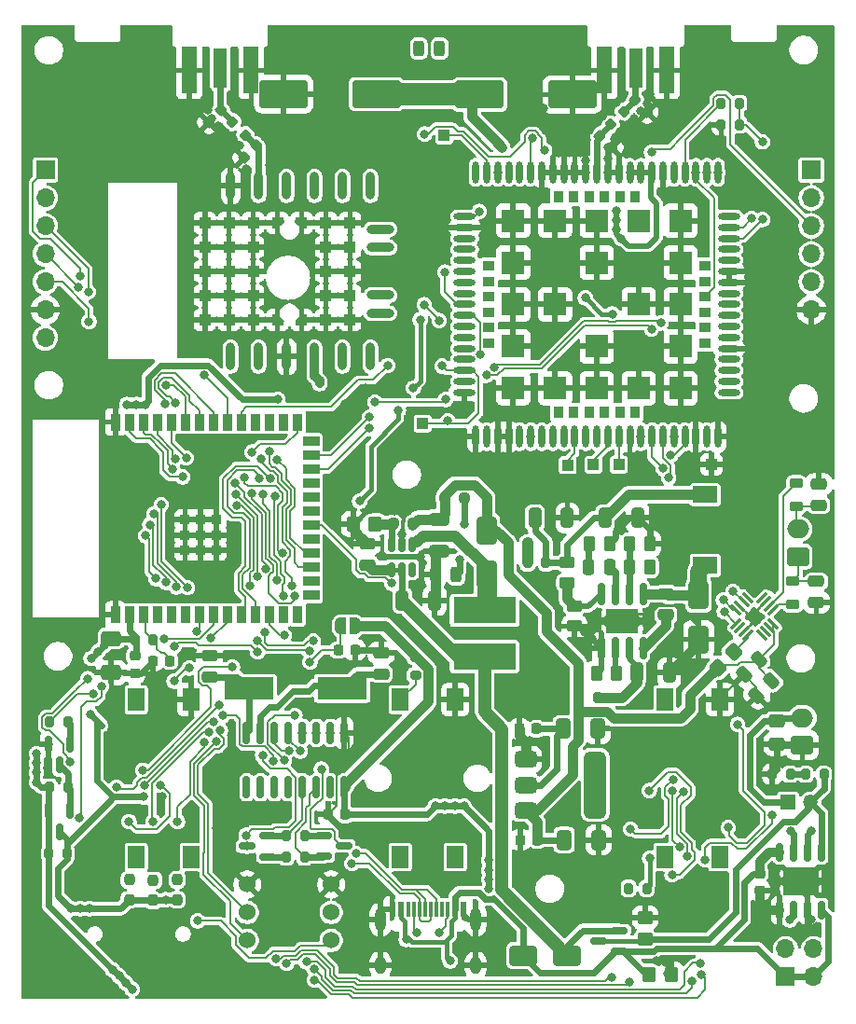
<source format=gbr>
G04 #@! TF.GenerationSoftware,KiCad,Pcbnew,9.0.2*
G04 #@! TF.CreationDate,2025-10-13T16:39:08+05:30*
G04 #@! TF.ProjectId,V12A_LH,56313241-5f4c-4482-9e6b-696361645f70,rev?*
G04 #@! TF.SameCoordinates,Original*
G04 #@! TF.FileFunction,Copper,L1,Top*
G04 #@! TF.FilePolarity,Positive*
%FSLAX46Y46*%
G04 Gerber Fmt 4.6, Leading zero omitted, Abs format (unit mm)*
G04 Created by KiCad (PCBNEW 9.0.2) date 2025-10-13 16:39:08*
%MOMM*%
%LPD*%
G01*
G04 APERTURE LIST*
G04 Aperture macros list*
%AMRoundRect*
0 Rectangle with rounded corners*
0 $1 Rounding radius*
0 $2 $3 $4 $5 $6 $7 $8 $9 X,Y pos of 4 corners*
0 Add a 4 corners polygon primitive as box body*
4,1,4,$2,$3,$4,$5,$6,$7,$8,$9,$2,$3,0*
0 Add four circle primitives for the rounded corners*
1,1,$1+$1,$2,$3*
1,1,$1+$1,$4,$5*
1,1,$1+$1,$6,$7*
1,1,$1+$1,$8,$9*
0 Add four rect primitives between the rounded corners*
20,1,$1+$1,$2,$3,$4,$5,0*
20,1,$1+$1,$4,$5,$6,$7,0*
20,1,$1+$1,$6,$7,$8,$9,0*
20,1,$1+$1,$8,$9,$2,$3,0*%
%AMRotRect*
0 Rectangle, with rotation*
0 The origin of the aperture is its center*
0 $1 length*
0 $2 width*
0 $3 Rotation angle, in degrees counterclockwise*
0 Add horizontal line*
21,1,$1,$2,0,0,$3*%
%AMOutline5P*
0 Free polygon, 5 corners , with rotation*
0 The origin of the aperture is its center*
0 number of corners: always 5*
0 $1 to $10 corner X, Y*
0 $11 Rotation angle, in degrees counterclockwise*
0 create outline with 5 corners*
4,1,5,$1,$2,$3,$4,$5,$6,$7,$8,$9,$10,$1,$2,$11*%
%AMOutline6P*
0 Free polygon, 6 corners , with rotation*
0 The origin of the aperture is its center*
0 number of corners: always 6*
0 $1 to $12 corner X, Y*
0 $13 Rotation angle, in degrees counterclockwise*
0 create outline with 6 corners*
4,1,6,$1,$2,$3,$4,$5,$6,$7,$8,$9,$10,$11,$12,$1,$2,$13*%
%AMOutline7P*
0 Free polygon, 7 corners , with rotation*
0 The origin of the aperture is its center*
0 number of corners: always 7*
0 $1 to $14 corner X, Y*
0 $15 Rotation angle, in degrees counterclockwise*
0 create outline with 7 corners*
4,1,7,$1,$2,$3,$4,$5,$6,$7,$8,$9,$10,$11,$12,$13,$14,$1,$2,$15*%
%AMOutline8P*
0 Free polygon, 8 corners , with rotation*
0 The origin of the aperture is its center*
0 number of corners: always 8*
0 $1 to $16 corner X, Y*
0 $17 Rotation angle, in degrees counterclockwise*
0 create outline with 8 corners*
4,1,8,$1,$2,$3,$4,$5,$6,$7,$8,$9,$10,$11,$12,$13,$14,$15,$16,$1,$2,$17*%
%AMFreePoly0*
4,1,23,0.500000,-0.750000,0.000000,-0.750000,0.000000,-0.745722,-0.065263,-0.745722,-0.191342,-0.711940,-0.304381,-0.646677,-0.396677,-0.554381,-0.461940,-0.441342,-0.495722,-0.315263,-0.495722,-0.250000,-0.500000,-0.250000,-0.500000,0.250000,-0.495722,0.250000,-0.495722,0.315263,-0.461940,0.441342,-0.396677,0.554381,-0.304381,0.646677,-0.191342,0.711940,-0.065263,0.745722,0.000000,0.745722,
0.000000,0.750000,0.500000,0.750000,0.500000,-0.750000,0.500000,-0.750000,$1*%
%AMFreePoly1*
4,1,23,0.000000,0.745722,0.065263,0.745722,0.191342,0.711940,0.304381,0.646677,0.396677,0.554381,0.461940,0.441342,0.495722,0.315263,0.495722,0.250000,0.500000,0.250000,0.500000,-0.250000,0.495722,-0.250000,0.495722,-0.315263,0.461940,-0.441342,0.396677,-0.554381,0.304381,-0.646677,0.191342,-0.711940,0.065263,-0.745722,0.000000,-0.745722,0.000000,-0.750000,-0.500000,-0.750000,
-0.500000,0.750000,0.000000,0.750000,0.000000,0.745722,0.000000,0.745722,$1*%
G04 Aperture macros list end*
G04 #@! TA.AperFunction,SMDPad,CuDef*
%ADD10R,1.500000X2.000000*%
G04 #@! TD*
G04 #@! TA.AperFunction,SMDPad,CuDef*
%ADD11RoundRect,0.250000X-0.159099X0.512652X-0.512652X0.159099X0.159099X-0.512652X0.512652X-0.159099X0*%
G04 #@! TD*
G04 #@! TA.AperFunction,SMDPad,CuDef*
%ADD12RoundRect,0.250000X-0.450000X0.262500X-0.450000X-0.262500X0.450000X-0.262500X0.450000X0.262500X0*%
G04 #@! TD*
G04 #@! TA.AperFunction,SMDPad,CuDef*
%ADD13RoundRect,0.250000X-0.350000X-0.450000X0.350000X-0.450000X0.350000X0.450000X-0.350000X0.450000X0*%
G04 #@! TD*
G04 #@! TA.AperFunction,SMDPad,CuDef*
%ADD14O,2.000000X0.600000*%
G04 #@! TD*
G04 #@! TA.AperFunction,SMDPad,CuDef*
%ADD15O,0.600000X2.000000*%
G04 #@! TD*
G04 #@! TA.AperFunction,SMDPad,CuDef*
%ADD16R,2.100000X2.100000*%
G04 #@! TD*
G04 #@! TA.AperFunction,SMDPad,CuDef*
%ADD17R,1.100000X0.900000*%
G04 #@! TD*
G04 #@! TA.AperFunction,SMDPad,CuDef*
%ADD18R,0.900000X1.100000*%
G04 #@! TD*
G04 #@! TA.AperFunction,SMDPad,CuDef*
%ADD19RoundRect,0.250000X0.475000X-0.250000X0.475000X0.250000X-0.475000X0.250000X-0.475000X-0.250000X0*%
G04 #@! TD*
G04 #@! TA.AperFunction,SMDPad,CuDef*
%ADD20RoundRect,0.218750X-0.381250X0.218750X-0.381250X-0.218750X0.381250X-0.218750X0.381250X0.218750X0*%
G04 #@! TD*
G04 #@! TA.AperFunction,SMDPad,CuDef*
%ADD21RoundRect,0.200000X-0.275000X0.200000X-0.275000X-0.200000X0.275000X-0.200000X0.275000X0.200000X0*%
G04 #@! TD*
G04 #@! TA.AperFunction,SMDPad,CuDef*
%ADD22RoundRect,0.237500X0.237500X-0.250000X0.237500X0.250000X-0.237500X0.250000X-0.237500X-0.250000X0*%
G04 #@! TD*
G04 #@! TA.AperFunction,SMDPad,CuDef*
%ADD23RoundRect,0.200000X0.200000X0.275000X-0.200000X0.275000X-0.200000X-0.275000X0.200000X-0.275000X0*%
G04 #@! TD*
G04 #@! TA.AperFunction,SMDPad,CuDef*
%ADD24RoundRect,0.250000X-0.262500X-0.450000X0.262500X-0.450000X0.262500X0.450000X-0.262500X0.450000X0*%
G04 #@! TD*
G04 #@! TA.AperFunction,SMDPad,CuDef*
%ADD25R,1.000000X1.000000*%
G04 #@! TD*
G04 #@! TA.AperFunction,SMDPad,CuDef*
%ADD26RoundRect,0.225000X0.225000X0.250000X-0.225000X0.250000X-0.225000X-0.250000X0.225000X-0.250000X0*%
G04 #@! TD*
G04 #@! TA.AperFunction,SMDPad,CuDef*
%ADD27RoundRect,0.150000X-0.150000X0.587500X-0.150000X-0.587500X0.150000X-0.587500X0.150000X0.587500X0*%
G04 #@! TD*
G04 #@! TA.AperFunction,SMDPad,CuDef*
%ADD28O,0.800000X2.500000*%
G04 #@! TD*
G04 #@! TA.AperFunction,SMDPad,CuDef*
%ADD29O,2.500000X0.800000*%
G04 #@! TD*
G04 #@! TA.AperFunction,SMDPad,CuDef*
%ADD30Outline5P,-0.500000X0.500000X0.500000X0.500000X0.500000X0.000000X0.000000X-0.500000X-0.500000X-0.500000X90.000000*%
G04 #@! TD*
G04 #@! TA.AperFunction,SMDPad,CuDef*
%ADD31Outline5P,-0.500000X0.500000X0.500000X0.500000X0.500000X-0.500000X0.000000X-0.500000X-0.500000X0.000000X90.000000*%
G04 #@! TD*
G04 #@! TA.AperFunction,SMDPad,CuDef*
%ADD32Outline5P,-0.500000X0.500000X0.000000X0.500000X0.500000X0.000000X0.500000X-0.500000X-0.500000X-0.500000X90.000000*%
G04 #@! TD*
G04 #@! TA.AperFunction,SMDPad,CuDef*
%ADD33Outline5P,-0.500000X0.000000X0.000000X0.500000X0.500000X0.500000X0.500000X-0.500000X-0.500000X-0.500000X90.000000*%
G04 #@! TD*
G04 #@! TA.AperFunction,SMDPad,CuDef*
%ADD34RoundRect,0.237500X0.250000X0.237500X-0.250000X0.237500X-0.250000X-0.237500X0.250000X-0.237500X0*%
G04 #@! TD*
G04 #@! TA.AperFunction,ComponentPad*
%ADD35R,1.700000X1.700000*%
G04 #@! TD*
G04 #@! TA.AperFunction,ComponentPad*
%ADD36O,1.700000X1.700000*%
G04 #@! TD*
G04 #@! TA.AperFunction,SMDPad,CuDef*
%ADD37RoundRect,0.250000X-0.650000X1.000000X-0.650000X-1.000000X0.650000X-1.000000X0.650000X1.000000X0*%
G04 #@! TD*
G04 #@! TA.AperFunction,SMDPad,CuDef*
%ADD38RoundRect,0.250000X1.950000X1.000000X-1.950000X1.000000X-1.950000X-1.000000X1.950000X-1.000000X0*%
G04 #@! TD*
G04 #@! TA.AperFunction,SMDPad,CuDef*
%ADD39RoundRect,0.150000X0.587500X0.150000X-0.587500X0.150000X-0.587500X-0.150000X0.587500X-0.150000X0*%
G04 #@! TD*
G04 #@! TA.AperFunction,SMDPad,CuDef*
%ADD40RoundRect,0.250000X0.250000X0.475000X-0.250000X0.475000X-0.250000X-0.475000X0.250000X-0.475000X0*%
G04 #@! TD*
G04 #@! TA.AperFunction,SMDPad,CuDef*
%ADD41RoundRect,0.150000X0.150000X-0.662500X0.150000X0.662500X-0.150000X0.662500X-0.150000X-0.662500X0*%
G04 #@! TD*
G04 #@! TA.AperFunction,HeatsinkPad*
%ADD42C,0.800000*%
G04 #@! TD*
G04 #@! TA.AperFunction,HeatsinkPad*
%ADD43R,3.200000X2.514000*%
G04 #@! TD*
G04 #@! TA.AperFunction,SMDPad,CuDef*
%ADD44RoundRect,0.200000X-0.200000X-0.275000X0.200000X-0.275000X0.200000X0.275000X-0.200000X0.275000X0*%
G04 #@! TD*
G04 #@! TA.AperFunction,SMDPad,CuDef*
%ADD45R,1.270000X3.600000*%
G04 #@! TD*
G04 #@! TA.AperFunction,SMDPad,CuDef*
%ADD46R,1.350000X4.200000*%
G04 #@! TD*
G04 #@! TA.AperFunction,SMDPad,CuDef*
%ADD47R,0.900000X1.500000*%
G04 #@! TD*
G04 #@! TA.AperFunction,SMDPad,CuDef*
%ADD48R,1.500000X0.900000*%
G04 #@! TD*
G04 #@! TA.AperFunction,SMDPad,CuDef*
%ADD49R,0.900000X0.900000*%
G04 #@! TD*
G04 #@! TA.AperFunction,ComponentPad*
%ADD50C,1.524000*%
G04 #@! TD*
G04 #@! TA.AperFunction,SMDPad,CuDef*
%ADD51RoundRect,0.225000X-0.250000X0.225000X-0.250000X-0.225000X0.250000X-0.225000X0.250000X0.225000X0*%
G04 #@! TD*
G04 #@! TA.AperFunction,SMDPad,CuDef*
%ADD52RoundRect,0.200000X-0.335876X-0.053033X-0.053033X-0.335876X0.335876X0.053033X0.053033X0.335876X0*%
G04 #@! TD*
G04 #@! TA.AperFunction,SMDPad,CuDef*
%ADD53RoundRect,0.150000X-0.150000X0.825000X-0.150000X-0.825000X0.150000X-0.825000X0.150000X0.825000X0*%
G04 #@! TD*
G04 #@! TA.AperFunction,HeatsinkPad*
%ADD54R,3.000000X2.290000*%
G04 #@! TD*
G04 #@! TA.AperFunction,SMDPad,CuDef*
%ADD55RoundRect,0.250000X-0.650000X0.325000X-0.650000X-0.325000X0.650000X-0.325000X0.650000X0.325000X0*%
G04 #@! TD*
G04 #@! TA.AperFunction,SMDPad,CuDef*
%ADD56RoundRect,0.250000X-0.412500X-0.650000X0.412500X-0.650000X0.412500X0.650000X-0.412500X0.650000X0*%
G04 #@! TD*
G04 #@! TA.AperFunction,SMDPad,CuDef*
%ADD57RoundRect,0.225000X0.017678X-0.335876X0.335876X-0.017678X-0.017678X0.335876X-0.335876X0.017678X0*%
G04 #@! TD*
G04 #@! TA.AperFunction,SMDPad,CuDef*
%ADD58RoundRect,0.250000X0.070711X-0.565685X0.565685X-0.070711X-0.070711X0.565685X-0.565685X0.070711X0*%
G04 #@! TD*
G04 #@! TA.AperFunction,SMDPad,CuDef*
%ADD59RoundRect,0.250000X-1.950000X-1.000000X1.950000X-1.000000X1.950000X1.000000X-1.950000X1.000000X0*%
G04 #@! TD*
G04 #@! TA.AperFunction,SMDPad,CuDef*
%ADD60RoundRect,0.218750X0.381250X-0.218750X0.381250X0.218750X-0.381250X0.218750X-0.381250X-0.218750X0*%
G04 #@! TD*
G04 #@! TA.AperFunction,SMDPad,CuDef*
%ADD61R,5.700000X2.400000*%
G04 #@! TD*
G04 #@! TA.AperFunction,SMDPad,CuDef*
%ADD62RoundRect,0.250000X-0.325000X-0.650000X0.325000X-0.650000X0.325000X0.650000X-0.325000X0.650000X0*%
G04 #@! TD*
G04 #@! TA.AperFunction,SMDPad,CuDef*
%ADD63RoundRect,0.250000X-0.475000X0.250000X-0.475000X-0.250000X0.475000X-0.250000X0.475000X0.250000X0*%
G04 #@! TD*
G04 #@! TA.AperFunction,SMDPad,CuDef*
%ADD64FreePoly0,180.000000*%
G04 #@! TD*
G04 #@! TA.AperFunction,SMDPad,CuDef*
%ADD65FreePoly1,180.000000*%
G04 #@! TD*
G04 #@! TA.AperFunction,SMDPad,CuDef*
%ADD66RoundRect,0.243750X-0.243750X-0.456250X0.243750X-0.456250X0.243750X0.456250X-0.243750X0.456250X0*%
G04 #@! TD*
G04 #@! TA.AperFunction,SMDPad,CuDef*
%ADD67RoundRect,0.225000X0.335876X0.017678X0.017678X0.335876X-0.335876X-0.017678X-0.017678X-0.335876X0*%
G04 #@! TD*
G04 #@! TA.AperFunction,SMDPad,CuDef*
%ADD68RoundRect,0.200000X-0.053033X0.335876X-0.335876X0.053033X0.053033X-0.335876X0.335876X-0.053033X0*%
G04 #@! TD*
G04 #@! TA.AperFunction,SMDPad,CuDef*
%ADD69RoundRect,0.250000X-0.450000X0.350000X-0.450000X-0.350000X0.450000X-0.350000X0.450000X0.350000X0*%
G04 #@! TD*
G04 #@! TA.AperFunction,SMDPad,CuDef*
%ADD70RoundRect,0.062500X-0.355321X-0.443710X0.443710X0.355321X0.355321X0.443710X-0.443710X-0.355321X0*%
G04 #@! TD*
G04 #@! TA.AperFunction,SMDPad,CuDef*
%ADD71RoundRect,0.062500X0.355321X-0.443710X0.443710X-0.355321X-0.355321X0.443710X-0.443710X0.355321X0*%
G04 #@! TD*
G04 #@! TA.AperFunction,HeatsinkPad*
%ADD72RotRect,1.230000X1.230000X45.000000*%
G04 #@! TD*
G04 #@! TA.AperFunction,SMDPad,CuDef*
%ADD73RoundRect,0.250000X-0.475000X0.337500X-0.475000X-0.337500X0.475000X-0.337500X0.475000X0.337500X0*%
G04 #@! TD*
G04 #@! TA.AperFunction,SMDPad,CuDef*
%ADD74RoundRect,0.250000X0.159099X-0.512652X0.512652X-0.159099X-0.159099X0.512652X-0.512652X0.159099X0*%
G04 #@! TD*
G04 #@! TA.AperFunction,SMDPad,CuDef*
%ADD75RoundRect,0.250000X0.262500X0.450000X-0.262500X0.450000X-0.262500X-0.450000X0.262500X-0.450000X0*%
G04 #@! TD*
G04 #@! TA.AperFunction,SMDPad,CuDef*
%ADD76RoundRect,0.150000X-0.587500X-0.150000X0.587500X-0.150000X0.587500X0.150000X-0.587500X0.150000X0*%
G04 #@! TD*
G04 #@! TA.AperFunction,ComponentPad*
%ADD77C,0.800000*%
G04 #@! TD*
G04 #@! TA.AperFunction,SMDPad,CuDef*
%ADD78RoundRect,0.150000X-0.150000X0.512500X-0.150000X-0.512500X0.150000X-0.512500X0.150000X0.512500X0*%
G04 #@! TD*
G04 #@! TA.AperFunction,SMDPad,CuDef*
%ADD79R,0.600000X1.450000*%
G04 #@! TD*
G04 #@! TA.AperFunction,SMDPad,CuDef*
%ADD80R,0.300000X1.450000*%
G04 #@! TD*
G04 #@! TA.AperFunction,ComponentPad*
%ADD81O,1.000000X2.100000*%
G04 #@! TD*
G04 #@! TA.AperFunction,ComponentPad*
%ADD82O,1.000000X1.600000*%
G04 #@! TD*
G04 #@! TA.AperFunction,SMDPad,CuDef*
%ADD83RoundRect,0.250000X0.450000X-0.262500X0.450000X0.262500X-0.450000X0.262500X-0.450000X-0.262500X0*%
G04 #@! TD*
G04 #@! TA.AperFunction,ComponentPad*
%ADD84R,1.350000X1.350000*%
G04 #@! TD*
G04 #@! TA.AperFunction,ComponentPad*
%ADD85O,1.350000X1.350000*%
G04 #@! TD*
G04 #@! TA.AperFunction,SMDPad,CuDef*
%ADD86RoundRect,0.250000X0.325000X0.650000X-0.325000X0.650000X-0.325000X-0.650000X0.325000X-0.650000X0*%
G04 #@! TD*
G04 #@! TA.AperFunction,SMDPad,CuDef*
%ADD87RoundRect,0.250000X1.000000X0.650000X-1.000000X0.650000X-1.000000X-0.650000X1.000000X-0.650000X0*%
G04 #@! TD*
G04 #@! TA.AperFunction,SMDPad,CuDef*
%ADD88R,4.500000X2.000000*%
G04 #@! TD*
G04 #@! TA.AperFunction,SMDPad,CuDef*
%ADD89R,2.200000X1.500000*%
G04 #@! TD*
G04 #@! TA.AperFunction,SMDPad,CuDef*
%ADD90RoundRect,0.250000X-0.650000X0.412500X-0.650000X-0.412500X0.650000X-0.412500X0.650000X0.412500X0*%
G04 #@! TD*
G04 #@! TA.AperFunction,SMDPad,CuDef*
%ADD91RoundRect,0.375000X-0.625000X-0.375000X0.625000X-0.375000X0.625000X0.375000X-0.625000X0.375000X0*%
G04 #@! TD*
G04 #@! TA.AperFunction,SMDPad,CuDef*
%ADD92RoundRect,0.500000X-0.500000X-2.550000X0.500000X-2.550000X0.500000X2.550000X-0.500000X2.550000X0*%
G04 #@! TD*
G04 #@! TA.AperFunction,SMDPad,CuDef*
%ADD93RoundRect,0.237500X-0.250000X-0.237500X0.250000X-0.237500X0.250000X0.237500X-0.250000X0.237500X0*%
G04 #@! TD*
G04 #@! TA.AperFunction,ComponentPad*
%ADD94RoundRect,0.250000X0.750000X-0.600000X0.750000X0.600000X-0.750000X0.600000X-0.750000X-0.600000X0*%
G04 #@! TD*
G04 #@! TA.AperFunction,ComponentPad*
%ADD95O,2.000000X1.700000*%
G04 #@! TD*
G04 #@! TA.AperFunction,ViaPad*
%ADD96C,0.800000*%
G04 #@! TD*
G04 #@! TA.AperFunction,Conductor*
%ADD97C,0.177800*%
G04 #@! TD*
G04 #@! TA.AperFunction,Conductor*
%ADD98C,0.200000*%
G04 #@! TD*
G04 #@! TA.AperFunction,Conductor*
%ADD99C,0.609600*%
G04 #@! TD*
G04 #@! TA.AperFunction,Conductor*
%ADD100C,0.406400*%
G04 #@! TD*
G04 #@! TA.AperFunction,Conductor*
%ADD101C,0.812800*%
G04 #@! TD*
G04 #@! TA.AperFunction,Conductor*
%ADD102C,0.508000*%
G04 #@! TD*
G04 #@! TA.AperFunction,Conductor*
%ADD103C,0.304800*%
G04 #@! TD*
G04 #@! TA.AperFunction,Conductor*
%ADD104C,0.203200*%
G04 #@! TD*
G04 #@! TA.AperFunction,Conductor*
%ADD105C,0.950000*%
G04 #@! TD*
G04 #@! TA.AperFunction,Conductor*
%ADD106C,0.254000*%
G04 #@! TD*
G04 #@! TA.AperFunction,Conductor*
%ADD107C,0.152400*%
G04 #@! TD*
G04 #@! TA.AperFunction,Conductor*
%ADD108C,2.000000*%
G04 #@! TD*
G04 #@! TA.AperFunction,Conductor*
%ADD109C,1.000000*%
G04 #@! TD*
G04 #@! TA.AperFunction,Conductor*
%ADD110C,0.600000*%
G04 #@! TD*
G04 #@! TA.AperFunction,Conductor*
%ADD111C,1.150000*%
G04 #@! TD*
G04 #@! TA.AperFunction,Conductor*
%ADD112C,1.800000*%
G04 #@! TD*
G04 #@! TA.AperFunction,Conductor*
%ADD113C,1.500000*%
G04 #@! TD*
G04 APERTURE END LIST*
D10*
G04 #@! TO.P,SW3,1,1*
G04 #@! TO.N,GND*
X64750000Y27450000D03*
G04 #@! TO.P,SW3,2,2*
G04 #@! TO.N,BUTTON1*
X59750000Y27450000D03*
G04 #@! TO.P,SW3,3,3*
G04 #@! TO.N,unconnected-(SW3-Pad3)*
X64750000Y13150000D03*
G04 #@! TO.P,SW3,4,4*
G04 #@! TO.N,unconnected-(SW3-Pad4)*
X59750000Y13150000D03*
G04 #@! TD*
D11*
G04 #@! TO.P,C43,1*
G04 #@! TO.N,+5V*
X68286551Y31075551D03*
G04 #@! TO.P,C43,2*
G04 #@! TO.N,GND*
X66943049Y29732049D03*
G04 #@! TD*
D12*
G04 #@! TO.P,R53,1*
G04 #@! TO.N,Net-(C40-Pad1)*
X50893400Y39877200D03*
G04 #@! TO.P,R53,2*
G04 #@! TO.N,Net-(U7-FB)*
X50893400Y38052200D03*
G04 #@! TD*
D13*
G04 #@! TO.P,R31,1*
G04 #@! TO.N,VBUS*
X58334400Y2489200D03*
G04 #@! TO.P,R31,2*
G04 #@! TO.N,GND*
X60334400Y2489200D03*
G04 #@! TD*
D14*
G04 #@! TO.P,IC1,1,PWRKEY*
G04 #@! TO.N,PWRKEY*
X41578600Y71327600D03*
G04 #@! TO.P,IC1,2,GND_1*
G04 #@! TO.N,GND*
X41578600Y70327600D03*
G04 #@! TO.P,IC1,3,DTR*
G04 #@! TO.N,unconnected-(IC1-DTR-Pad3)*
X41578600Y69327600D03*
G04 #@! TO.P,IC1,4,RI*
G04 #@! TO.N,unconnected-(IC1-RI-Pad4)*
X41578600Y68327600D03*
G04 #@! TO.P,IC1,5,DCD*
G04 #@! TO.N,unconnected-(IC1-DCD-Pad5)*
X41578600Y67327600D03*
G04 #@! TO.P,IC1,6,USB_BOOT*
G04 #@! TO.N,unconnected-(IC1-USB_BOOT-Pad6)*
X41578600Y66327600D03*
G04 #@! TO.P,IC1,7,CTS*
G04 #@! TO.N,unconnected-(IC1-CTS-Pad7)*
X41578600Y65327600D03*
G04 #@! TO.P,IC1,8,RTS*
G04 #@! TO.N,unconnected-(IC1-RTS-Pad8)*
X41578600Y64327600D03*
G04 #@! TO.P,IC1,9,TXD*
G04 #@! TO.N,GSM_TXD*
X41578600Y63327600D03*
G04 #@! TO.P,IC1,10,RXD*
G04 #@! TO.N,GSM_RXD*
X41578600Y62327600D03*
G04 #@! TO.P,IC1,11,SPI_CLK*
G04 #@! TO.N,unconnected-(IC1-SPI_CLK-Pad11)*
X41578600Y61327600D03*
G04 #@! TO.P,IC1,12,SPI_CS*
G04 #@! TO.N,unconnected-(IC1-SPI_CS-Pad12)*
X41578600Y60327600D03*
G04 #@! TO.P,IC1,13,SPI_MOSI*
G04 #@! TO.N,unconnected-(IC1-SPI_MOSI-Pad13)*
X41578600Y59327600D03*
G04 #@! TO.P,IC1,14,SPI_MISO*
G04 #@! TO.N,unconnected-(IC1-SPI_MISO-Pad14)*
X41578600Y58327600D03*
G04 #@! TO.P,IC1,15,VDD__1V8*
G04 #@! TO.N,VDD_1V8*
X41578600Y57327600D03*
G04 #@! TO.P,IC1,16,RESET*
G04 #@! TO.N,RESET_GSM*
X41578600Y56327600D03*
G04 #@! TO.P,IC1,17,GND_2*
G04 #@! TO.N,GND*
X41578600Y55327600D03*
D15*
G04 #@! TO.P,IC1,18,GND_3*
X45578600Y51327600D03*
G04 #@! TO.P,IC1,19,GPIO1*
G04 #@! TO.N,unconnected-(IC1-GPIO1-Pad19)*
X46578600Y51327600D03*
G04 #@! TO.P,IC1,20,MK_IN_3*
G04 #@! TO.N,MK_IN_3*
X47578600Y51327600D03*
G04 #@! TO.P,IC1,21,MK_OUT_3*
G04 #@! TO.N,unconnected-(IC1-MK_OUT_3-Pad21)*
X48578600Y51327600D03*
G04 #@! TO.P,IC1,22,UART_LOG_RX*
G04 #@! TO.N,unconnected-(IC1-UART_LOG_RX-Pad22)*
X49578600Y51327600D03*
G04 #@! TO.P,IC1,23,UART_LOG_TX*
G04 #@! TO.N,unconnected-(IC1-UART_LOG_TX-Pad23)*
X50578600Y51327600D03*
G04 #@! TO.P,IC1,24,VBUS*
G04 #@! TO.N,USB_VBUS*
X51578600Y51327600D03*
G04 #@! TO.P,IC1,25,ADC*
G04 #@! TO.N,unconnected-(IC1-ADC-Pad25)*
X52578600Y51327600D03*
G04 #@! TO.P,IC1,26,GPIO2*
G04 #@! TO.N,unconnected-(IC1-GPIO2-Pad26)*
X53578600Y51327600D03*
G04 #@! TO.P,IC1,27,USB_DP*
G04 #@! TO.N,SIMUSB_D+*
X54578600Y51327600D03*
G04 #@! TO.P,IC1,28,USB_DM*
G04 #@! TO.N,SIMUSB_D-*
X55578600Y51327600D03*
G04 #@! TO.P,IC1,29,GND_4*
G04 #@! TO.N,GND*
X56578600Y51327600D03*
G04 #@! TO.P,IC1,30,USIM1_VDD*
G04 #@! TO.N,USIM_VDD*
X57578600Y51327600D03*
G04 #@! TO.P,IC1,31,USIM1_DATA*
G04 #@! TO.N,USIM_DATA*
X58578600Y51327600D03*
G04 #@! TO.P,IC1,32,USIM1_CLK*
G04 #@! TO.N,USIM_CLK*
X59578600Y51327600D03*
G04 #@! TO.P,IC1,33,USIM1_RST*
G04 #@! TO.N,USIM_RST*
X60578600Y51327600D03*
G04 #@! TO.P,IC1,34,USIM1_DET*
G04 #@! TO.N,CD-PIN*
X61578600Y51327600D03*
D14*
G04 #@! TO.P,IC1,35,MK_OUT_6/I2C3_SDA*
G04 #@! TO.N,unconnected-(IC1-MK_OUT_6{slash}I2C3_SDA-Pad35)*
X65578600Y55327600D03*
G04 #@! TO.P,IC1,36,MK_IN_6/I2C3_SCL*
G04 #@! TO.N,unconnected-(IC1-MK_IN_6{slash}I2C3_SCL-Pad36)*
X65578600Y56327600D03*
G04 #@! TO.P,IC1,37,I2C_SDA*
G04 #@! TO.N,unconnected-(IC1-I2C_SDA-Pad37)*
X65578600Y57327600D03*
G04 #@! TO.P,IC1,38,I2C_SCL*
G04 #@! TO.N,unconnected-(IC1-I2C_SCL-Pad38)*
X65578600Y58327600D03*
G04 #@! TO.P,IC1,39,GND_5*
G04 #@! TO.N,GND*
X65578600Y59327600D03*
G04 #@! TO.P,IC1,40,EAR_P*
G04 #@! TO.N,unconnected-(IC1-EAR_P-Pad40)*
X65578600Y60327600D03*
G04 #@! TO.P,IC1,41,EAR_N*
G04 #@! TO.N,unconnected-(IC1-EAR_N-Pad41)*
X65578600Y61327600D03*
G04 #@! TO.P,IC1,42,MIC_P*
G04 #@! TO.N,unconnected-(IC1-MIC_P-Pad42)*
X65578600Y62327600D03*
G04 #@! TO.P,IC1,43,MIC_N*
G04 #@! TO.N,unconnected-(IC1-MIC_N-Pad43)*
X65578600Y63327600D03*
G04 #@! TO.P,IC1,44,MK_OUT_2*
G04 #@! TO.N,unconnected-(IC1-MK_OUT_2-Pad44)*
X65578600Y64327600D03*
G04 #@! TO.P,IC1,45,GND_6*
G04 #@! TO.N,GND*
X65578600Y65327600D03*
G04 #@! TO.P,IC1,46,GND_7*
X65578600Y66327600D03*
G04 #@! TO.P,IC1,47,MK_IN_2*
G04 #@! TO.N,unconnected-(IC1-MK_IN_2-Pad47)*
X65578600Y67327600D03*
G04 #@! TO.P,IC1,48,GPIO3*
G04 #@! TO.N,unconnected-(IC1-GPIO3-Pad48)*
X65578600Y68327600D03*
G04 #@! TO.P,IC1,49,UART3_RXD*
G04 #@! TO.N,UART3_RXD*
X65578600Y69327600D03*
G04 #@! TO.P,IC1,50,UART3_TXD*
G04 #@! TO.N,UART3_TXD*
X65578600Y70327600D03*
G04 #@! TO.P,IC1,51,VBAT_ADC*
G04 #@! TO.N,VBAT_READ*
X65578600Y71327600D03*
D15*
G04 #@! TO.P,IC1,52,NETLIGHT*
G04 #@! TO.N,NETLIGHT*
X61578600Y75327600D03*
G04 #@! TO.P,IC1,53,GPIO4*
G04 #@! TO.N,unconnected-(IC1-GPIO4-Pad53)*
X60578600Y75327600D03*
G04 #@! TO.P,IC1,54,GND_8*
G04 #@! TO.N,GND*
X59578600Y75327600D03*
G04 #@! TO.P,IC1,55,VBAT_1*
G04 #@! TO.N,VBAT*
X58578600Y75327600D03*
G04 #@! TO.P,IC1,56,VBAT_2*
X57578600Y75327600D03*
G04 #@! TO.P,IC1,57,VBAT_3*
X56578600Y75327600D03*
G04 #@! TO.P,IC1,58,GND_9*
G04 #@! TO.N,GND*
X55578600Y75327600D03*
G04 #@! TO.P,IC1,59,GND_10*
X54578600Y75327600D03*
G04 #@! TO.P,IC1,60,RF_ANT*
G04 #@! TO.N,MAIN_ANT*
X53578600Y75327600D03*
G04 #@! TO.P,IC1,61,GND_11*
G04 #@! TO.N,GND*
X52578600Y75327600D03*
G04 #@! TO.P,IC1,62,GND_12*
X51578600Y75327600D03*
G04 #@! TO.P,IC1,63,GND_13*
X50578600Y75327600D03*
G04 #@! TO.P,IC1,64,GND_14*
X49578600Y75327600D03*
G04 #@! TO.P,IC1,65,GND_15*
X48578600Y75327600D03*
G04 #@! TO.P,IC1,66,STATUS*
G04 #@! TO.N,STATUS_OUT*
X47578600Y75327600D03*
G04 #@! TO.P,IC1,67,MK_OUT_5*
G04 #@! TO.N,unconnected-(IC1-MK_OUT_5-Pad67)*
X46578600Y75327600D03*
G04 #@! TO.P,IC1,68,MK_IN_5*
G04 #@! TO.N,unconnected-(IC1-MK_IN_5-Pad68)*
X45578600Y75327600D03*
D16*
G04 #@! TO.P,IC1,69,GND_16*
G04 #@! TO.N,GND*
X45978600Y70927600D03*
G04 #@! TO.P,IC1,70,GND_17*
X45978600Y67127600D03*
G04 #@! TO.P,IC1,71,GND_18*
X45978600Y63327600D03*
G04 #@! TO.P,IC1,72,GND_19*
X45978600Y59527600D03*
G04 #@! TO.P,IC1,73,GND_20*
X45978600Y55727600D03*
G04 #@! TO.P,IC1,74,GND_21*
X49778600Y55727600D03*
G04 #@! TO.P,IC1,75,GND_22*
X53578600Y55727600D03*
G04 #@! TO.P,IC1,76,GND_23*
X57378600Y55727600D03*
G04 #@! TO.P,IC1,77,GND_24*
X61178600Y55727600D03*
G04 #@! TO.P,IC1,78,GND_25*
X61178600Y59527600D03*
G04 #@! TO.P,IC1,79,GND_26*
X61178600Y63327600D03*
G04 #@! TO.P,IC1,80,GND_27*
X61178600Y67127600D03*
G04 #@! TO.P,IC1,81,GND_28*
X61178600Y70927600D03*
G04 #@! TO.P,IC1,82,GND_29*
X57378600Y70927600D03*
G04 #@! TO.P,IC1,83,GND_30*
X53578600Y70927600D03*
G04 #@! TO.P,IC1,84,GND_31*
X49778600Y70927600D03*
G04 #@! TO.P,IC1,85,GND_32*
X49778600Y63327600D03*
G04 #@! TO.P,IC1,86,GND_33*
X53578600Y59527600D03*
G04 #@! TO.P,IC1,87,GND_34*
X57378600Y63327600D03*
G04 #@! TO.P,IC1,88,GND_35*
X53578600Y67127600D03*
D15*
G04 #@! TO.P,IC1,89,GND_36*
X42578600Y51327600D03*
G04 #@! TO.P,IC1,90,GNSS_ANT*
G04 #@! TO.N,GNSS_ANT*
X43578600Y51327600D03*
G04 #@! TO.P,IC1,91,GND_37*
G04 #@! TO.N,GND*
X44578600Y51327600D03*
G04 #@! TO.P,IC1,92,GND_38*
X62578600Y51327600D03*
G04 #@! TO.P,IC1,93,BT_ANT*
G04 #@! TO.N,unconnected-(IC1-BT_ANT-Pad93)*
X63578600Y51327600D03*
G04 #@! TO.P,IC1,94,GND_39*
G04 #@! TO.N,GND*
X64578600Y51327600D03*
G04 #@! TO.P,IC1,95,GNSS_TXD*
G04 #@! TO.N,GNSS_TXD*
X64578600Y75327600D03*
G04 #@! TO.P,IC1,96,GNSS_RXD*
G04 #@! TO.N,GNSS_RXD*
X63578600Y75327600D03*
G04 #@! TO.P,IC1,97,1V8_GNSS*
G04 #@! TO.N,1V8_GNSS*
X62578600Y75327600D03*
G04 #@! TO.P,IC1,98,GNSS_PWRCTL*
G04 #@! TO.N,GNSS_PWRCTL*
X44578600Y75327600D03*
G04 #@! TO.P,IC1,99,VDD_2V8*
G04 #@! TO.N,VDD_2V8*
X43578600Y75327600D03*
G04 #@! TO.P,IC1,100,1PPS*
G04 #@! TO.N,unconnected-(IC1-1PPS-Pad100)*
X42578600Y75327600D03*
D17*
G04 #@! TO.P,IC1,101,LCD_BL_PWM*
G04 #@! TO.N,unconnected-(IC1-LCD_BL_PWM-Pad101)*
X43778600Y66827600D03*
G04 #@! TO.P,IC1,102,LCD_SPI_CLK*
G04 #@! TO.N,unconnected-(IC1-LCD_SPI_CLK-Pad102)*
X43778600Y65427600D03*
G04 #@! TO.P,IC1,103,LCD_SPI_TXD*
G04 #@! TO.N,unconnected-(IC1-LCD_SPI_TXD-Pad103)*
X43778600Y64027600D03*
G04 #@! TO.P,IC1,104,LCD_SPI_RXD*
G04 #@! TO.N,unconnected-(IC1-LCD_SPI_RXD-Pad104)*
X43778600Y62627600D03*
G04 #@! TO.P,IC1,105,LCD_SPI_CS*
G04 #@! TO.N,unconnected-(IC1-LCD_SPI_CS-Pad105)*
X43778600Y61227600D03*
G04 #@! TO.P,IC1,106,LCD_RST*
G04 #@! TO.N,unconnected-(IC1-LCD_RST-Pad106)*
X43778600Y59827600D03*
D18*
G04 #@! TO.P,IC1,107,LCD_DCX*
G04 #@! TO.N,unconnected-(IC1-LCD_DCX-Pad107)*
X50078600Y53527600D03*
G04 #@! TO.P,IC1,108,USIM2_DATA*
G04 #@! TO.N,unconnected-(IC1-USIM2_DATA-Pad108)*
X51478600Y53527600D03*
G04 #@! TO.P,IC1,109,USIM2_CLK*
G04 #@! TO.N,unconnected-(IC1-USIM2_CLK-Pad109)*
X52878600Y53527600D03*
G04 #@! TO.P,IC1,110,USIM2_VDD*
G04 #@! TO.N,unconnected-(IC1-USIM2_VDD-Pad110)*
X54278600Y53527600D03*
G04 #@! TO.P,IC1,111,USIM2_RST*
G04 #@! TO.N,unconnected-(IC1-USIM2_RST-Pad111)*
X55678600Y53527600D03*
G04 #@! TO.P,IC1,112,USIM2_DET*
G04 #@! TO.N,unconnected-(IC1-USIM2_DET-Pad112)*
X57078600Y53527600D03*
D17*
G04 #@! TO.P,IC1,113,NC_1*
G04 #@! TO.N,unconnected-(IC1-NC_1-Pad113)*
X63378600Y59827600D03*
G04 #@! TO.P,IC1,114,NC_2*
G04 #@! TO.N,unconnected-(IC1-NC_2-Pad114)*
X63378600Y61227600D03*
G04 #@! TO.P,IC1,115,NC_3*
G04 #@! TO.N,unconnected-(IC1-NC_3-Pad115)*
X63378600Y62627600D03*
G04 #@! TO.P,IC1,116,GNSS_VBKP*
G04 #@! TO.N,1V8_GNSS*
X63378600Y64027600D03*
G04 #@! TO.P,IC1,117,CAM_I2C_SDA*
G04 #@! TO.N,unconnected-(IC1-CAM_I2C_SDA-Pad117)*
X63378600Y65427600D03*
G04 #@! TO.P,IC1,118,CAM_I2C_SCL*
G04 #@! TO.N,unconnected-(IC1-CAM_I2C_SCL-Pad118)*
X63378600Y66827600D03*
D18*
G04 #@! TO.P,IC1,119,CAM_PWDN*
G04 #@! TO.N,unconnected-(IC1-CAM_PWDN-Pad119)*
X57078600Y73127600D03*
G04 #@! TO.P,IC1,120,CAM_RST*
G04 #@! TO.N,unconnected-(IC1-CAM_RST-Pad120)*
X55678600Y73127600D03*
G04 #@! TO.P,IC1,121,CAM_MCLK*
G04 #@! TO.N,unconnected-(IC1-CAM_MCLK-Pad121)*
X54278600Y73127600D03*
G04 #@! TO.P,IC1,122,CAM_SPI_D0*
G04 #@! TO.N,unconnected-(IC1-CAM_SPI_D0-Pad122)*
X52878600Y73127600D03*
G04 #@! TO.P,IC1,123,CAM_SPI_D1*
G04 #@! TO.N,unconnected-(IC1-CAM_SPI_D1-Pad123)*
X51478600Y73127600D03*
G04 #@! TO.P,IC1,124,CAM_SPI_CLK*
G04 #@! TO.N,unconnected-(IC1-CAM_SPI_CLK-Pad124)*
X50078600Y73127600D03*
G04 #@! TD*
D19*
G04 #@! TO.P,C39,1*
G04 #@! TO.N,Net-(U7-BST)*
X59859600Y35156600D03*
G04 #@! TO.P,C39,2*
G04 #@! TO.N,Net-(D12-K)*
X59859600Y37056600D03*
G04 #@! TD*
D20*
G04 #@! TO.P,FB2,1*
G04 #@! TO.N,VO+*
X71374000Y38222700D03*
G04 #@! TO.P,FB2,2*
G04 #@! TO.N,Net-(U8-OUTP)*
X71374000Y36097700D03*
G04 #@! TD*
D21*
G04 #@! TO.P,R33,1*
G04 #@! TO.N,+3.3V*
X37109400Y31305000D03*
G04 #@! TO.P,R33,2*
G04 #@! TO.N,BUTTON4*
X37109400Y29655000D03*
G04 #@! TD*
D22*
G04 #@! TO.P,R44,1*
G04 #@! TO.N,+3.3VA*
X13309600Y9222100D03*
G04 #@! TO.P,R44,2*
G04 #@! TO.N,SPI_CLK*
X13309600Y11047100D03*
G04 #@! TD*
D23*
G04 #@! TO.P,R21,1*
G04 #@! TO.N,ADC_BAT*
X71144400Y20688800D03*
G04 #@! TO.P,R21,2*
G04 #@! TO.N,GND*
X69494400Y20688800D03*
G04 #@! TD*
D24*
G04 #@! TO.P,R51,1*
G04 #@! TO.N,Net-(C38-Pad2)*
X52912000Y41630600D03*
G04 #@! TO.P,R51,2*
G04 #@! TO.N,GND*
X54737000Y41630600D03*
G04 #@! TD*
D25*
G04 #@! TO.P,TP5,1,1*
G04 #@! TO.N,GND*
X63982600Y48793400D03*
G04 #@! TD*
D26*
G04 #@! TO.P,C17,1*
G04 #@! TO.N,+3.3V*
X48095200Y24815800D03*
G04 #@! TO.P,C17,2*
G04 #@! TO.N,GND*
X46545200Y24815800D03*
G04 #@! TD*
D27*
G04 #@! TO.P,Q10,1,G*
G04 #@! TO.N,Net-(Q10-G)*
X5715000Y17348200D03*
G04 #@! TO.P,Q10,2,S*
G04 #@! TO.N,+3.3V*
X3815000Y17348200D03*
G04 #@! TO.P,Q10,3,D*
G04 #@! TO.N,+3.3VA*
X4765000Y15473200D03*
G04 #@! TD*
D28*
G04 #@! TO.P,U6,1,RXD*
G04 #@! TO.N,GPS_RXD*
X20325000Y58590000D03*
G04 #@! TO.P,U6,2,TXD*
G04 #@! TO.N,GPS_TXD*
X22865000Y58590000D03*
G04 #@! TO.P,U6,3,GND*
G04 #@! TO.N,GND*
X25405000Y58590000D03*
G04 #@! TO.P,U6,4,VCC*
G04 #@! TO.N,Net-(U6-VCC)*
X27945000Y58590000D03*
G04 #@! TO.P,U6,5,V_BCKP*
G04 #@! TO.N,Net-(BT1-+)*
X30485000Y58590000D03*
G04 #@! TO.P,U6,6,1PPS*
G04 #@! TO.N,unconnected-(U6-1PPS-Pad6)*
X33025000Y58590000D03*
G04 #@! TO.P,U6,7,WAKEUP*
G04 #@! TO.N,WAKE_UP*
X33025000Y74090000D03*
G04 #@! TO.P,U6,8,~{AADET}*
G04 #@! TO.N,unconnected-(U6-~{AADET}-Pad8)*
X30485000Y74090000D03*
G04 #@! TO.P,U6,9,3D_FIX*
G04 #@! TO.N,unconnected-(U6-3D_FIX-Pad9)*
X27945000Y74090000D03*
G04 #@! TO.P,U6,10,~{RESET}*
G04 #@! TO.N,unconnected-(U6-~{RESET}-Pad10)*
X25405000Y74090000D03*
G04 #@! TO.P,U6,11,EX_ANT*
G04 #@! TO.N,NAVIC_ANT*
X22865000Y74090000D03*
G04 #@! TO.P,U6,12,GND*
G04 #@! TO.N,GND*
X20325000Y74090000D03*
D29*
G04 #@! TO.P,U6,13,JAM_IND*
G04 #@! TO.N,unconnected-(U6-JAM_IND-Pad13)*
X33925000Y62530000D03*
G04 #@! TO.P,U6,14,GEOFENCE*
G04 #@! TO.N,unconnected-(U6-GEOFENCE-Pad14)*
X33925000Y64170000D03*
G04 #@! TO.P,U6,15,I2C_SCL*
G04 #@! TO.N,unconnected-(U6-I2C_SCL-Pad15)*
X33925000Y68510000D03*
G04 #@! TO.P,U6,16,I2C_SDA*
G04 #@! TO.N,unconnected-(U6-I2C_SDA-Pad16)*
X33925000Y70150000D03*
D25*
G04 #@! TO.P,U6,17,GND*
G04 #@! TO.N,GND*
X17975000Y61940000D03*
G04 #@! TO.P,U6,18,GND*
X17975000Y64140000D03*
G04 #@! TO.P,U6,19,GND*
X17975000Y66340000D03*
G04 #@! TO.P,U6,20,GND*
X17975000Y68540000D03*
G04 #@! TO.P,U6,21,GND*
X17975000Y70740000D03*
G04 #@! TO.P,U6,22,GND*
X20175000Y61940000D03*
G04 #@! TO.P,U6,23,GND*
X20175000Y64140000D03*
G04 #@! TO.P,U6,24,GND*
X20175000Y66340000D03*
G04 #@! TO.P,U6,25,GND*
X20175000Y68540000D03*
G04 #@! TO.P,U6,26,GND*
X20175000Y70740000D03*
G04 #@! TO.P,U6,27,GND*
X22375000Y61940000D03*
G04 #@! TO.P,U6,28,GND*
X22375000Y64140000D03*
G04 #@! TO.P,U6,29,GND*
X22375000Y66340000D03*
G04 #@! TO.P,U6,30,GND*
X22375000Y68540000D03*
G04 #@! TO.P,U6,31,GND*
X22375000Y70740000D03*
D30*
G04 #@! TO.P,U6,32,GND*
X24575000Y61940000D03*
D31*
G04 #@! TO.P,U6,33,GND*
X24575000Y70740000D03*
D32*
G04 #@! TO.P,U6,34,GND*
X26775000Y61940000D03*
D33*
G04 #@! TO.P,U6,35,GND*
X26775000Y70740000D03*
D25*
G04 #@! TO.P,U6,36,GND*
X28975000Y61940000D03*
G04 #@! TO.P,U6,37,GND*
X28975000Y64140000D03*
G04 #@! TO.P,U6,38,GND*
X28975000Y66340000D03*
G04 #@! TO.P,U6,39,GND*
X28975000Y68540000D03*
G04 #@! TO.P,U6,40,GND*
X28975000Y70740000D03*
G04 #@! TO.P,U6,41,GND*
X31175000Y61940000D03*
G04 #@! TO.P,U6,42,GND*
X31175000Y64140000D03*
G04 #@! TO.P,U6,43,GND*
X31175000Y66340000D03*
G04 #@! TO.P,U6,44,GND*
X31175000Y68540000D03*
G04 #@! TO.P,U6,45,GND*
X31175000Y70740000D03*
G04 #@! TD*
G04 #@! TO.P,TP6,1,1*
G04 #@! TO.N,VDD_2V8*
X39725600Y78663800D03*
G04 #@! TD*
D34*
G04 #@! TO.P,R36,1*
G04 #@! TO.N,+5V*
X36927800Y43434000D03*
G04 #@! TO.P,R36,2*
G04 #@! TO.N,Net-(U4-FB)*
X35102800Y43434000D03*
G04 #@! TD*
D35*
G04 #@! TO.P,J11,1,Pin_1*
G04 #@! TO.N,LED_STAT*
X73050000Y75540000D03*
D36*
G04 #@! TO.P,J11,2,Pin_2*
G04 #@! TO.N,LED_NET*
X73050000Y73000000D03*
G04 #@! TO.P,J11,3,Pin_3*
G04 #@! TO.N,LED1*
X73050000Y70460000D03*
G04 #@! TO.P,J11,4,Pin_4*
G04 #@! TO.N,1SCL*
X73050000Y67920000D03*
G04 #@! TO.P,J11,5,Pin_5*
G04 #@! TO.N,1SDA*
X73050000Y65380000D03*
G04 #@! TO.P,J11,6,Pin_6*
G04 #@! TO.N,GND*
X73050000Y62840000D03*
G04 #@! TD*
D37*
G04 #@! TO.P,D9,1,K*
G04 #@! TO.N,+5V*
X43586400Y42817800D03*
G04 #@! TO.P,D9,2,A*
G04 #@! TO.N,SW*
X43586400Y38817800D03*
G04 #@! TD*
D38*
G04 #@! TO.P,C46,1*
G04 #@! TO.N,VBAT*
X33553400Y82423000D03*
G04 #@! TO.P,C46,2*
G04 #@! TO.N,GND*
X25153400Y82423000D03*
G04 #@! TD*
D39*
G04 #@! TO.P,Q6,1,G*
G04 #@! TO.N,VBUS*
X55623700Y4587200D03*
G04 #@! TO.P,Q6,2,S*
G04 #@! TO.N,+5VA*
X55623700Y6487200D03*
G04 #@! TO.P,Q6,3,D*
G04 #@! TO.N,B+*
X53748700Y5537200D03*
G04 #@! TD*
D40*
G04 #@! TO.P,C38,1*
G04 #@! TO.N,Net-(U7-COMP)*
X54751000Y39522400D03*
G04 #@! TO.P,C38,2*
G04 #@! TO.N,Net-(C38-Pad2)*
X52851000Y39522400D03*
G04 #@! TD*
D41*
G04 #@! TO.P,U1,1,TEMP*
G04 #@! TO.N,GND*
X70170800Y8321099D03*
G04 #@! TO.P,U1,2,PROG*
G04 #@! TO.N,Net-(U1-PROG)*
X71440800Y8321100D03*
G04 #@! TO.P,U1,3,GND*
G04 #@! TO.N,GND*
X72710800Y8321100D03*
G04 #@! TO.P,U1,4,VCC*
G04 #@! TO.N,VBUS*
X73980800Y8321099D03*
G04 #@! TO.P,U1,5,BAT*
G04 #@! TO.N,B+*
X73980800Y13596101D03*
G04 #@! TO.P,U1,6,~{STDBY}*
G04 #@! TO.N,Net-(U1-~{STDBY})*
X72710800Y13596100D03*
G04 #@! TO.P,U1,7,~{CHRG}*
G04 #@! TO.N,Net-(U1-~{CHRG})*
X71440800Y13596100D03*
G04 #@! TO.P,U1,8,CE*
G04 #@! TO.N,VBUS*
X70170800Y13596101D03*
D42*
G04 #@! TO.P,U1,9,EP*
G04 #@! TO.N,GND*
X71075800Y10258600D03*
X72075800Y10258600D03*
X73075800Y10258600D03*
D43*
X72075800Y10958600D03*
D42*
X71075800Y11658600D03*
X72075800Y11658600D03*
X73075800Y11658600D03*
G04 #@! TD*
D44*
G04 #@! TO.P,R11,1*
G04 #@! TO.N,NETLIGHT*
X64875000Y81575000D03*
G04 #@! TO.P,R11,2*
G04 #@! TO.N,Net-(Q5-B)*
X66525000Y81575000D03*
G04 #@! TD*
G04 #@! TO.P,R35,1*
G04 #@! TO.N,Net-(Q7-B)*
X25387800Y13157200D03*
G04 #@! TO.P,R35,2*
G04 #@! TO.N,RTS*
X27037800Y13157200D03*
G04 #@! TD*
D45*
G04 #@! TO.P,J8,1,In*
G04 #@! TO.N,Net-(J8-In)*
X19375000Y84775000D03*
D46*
G04 #@! TO.P,J8,2,Ext*
G04 #@! TO.N,GND*
X22200000Y84575000D03*
X16550000Y84575000D03*
G04 #@! TD*
D19*
G04 #@! TO.P,C28,1*
G04 #@! TO.N,+5VA*
X32731400Y39697800D03*
G04 #@! TO.P,C28,2*
G04 #@! TO.N,GND*
X32731400Y41597800D03*
G04 #@! TD*
D47*
G04 #@! TO.P,U5,1,GND*
G04 #@! TO.N,GND*
X9870000Y35150000D03*
G04 #@! TO.P,U5,2,3V3*
G04 #@! TO.N,+3.3V*
X11140000Y35150000D03*
G04 #@! TO.P,U5,3,EN*
G04 #@! TO.N,RESET*
X12410000Y35150000D03*
G04 #@! TO.P,U5,4,IO4*
G04 #@! TO.N,ADC_BAT*
X13680000Y35150000D03*
G04 #@! TO.P,U5,5,IO5*
G04 #@! TO.N,BUTTON1*
X14950000Y35150000D03*
G04 #@! TO.P,U5,6,IO6*
G04 #@! TO.N,CS_TFT*
X16220000Y35150000D03*
G04 #@! TO.P,U5,7,IO7*
G04 #@! TO.N,CS1*
X17490000Y35150000D03*
G04 #@! TO.P,U5,8,IO15*
G04 #@! TO.N,3V_EN*
X18760000Y35150000D03*
G04 #@! TO.P,U5,9,IO16*
G04 #@! TO.N,LRCLK{slash}WS*
X20030000Y35150000D03*
G04 #@! TO.P,U5,10,IO17*
G04 #@! TO.N,MCU_TXD*
X21300000Y35150000D03*
G04 #@! TO.P,U5,11,IO18*
G04 #@! TO.N,MCU_RXD*
X22570000Y35150000D03*
G04 #@! TO.P,U5,12,IO8*
G04 #@! TO.N,GPS_RXD*
X23840000Y35150000D03*
G04 #@! TO.P,U5,13,IO19*
G04 #@! TO.N,GPIO19*
X25110000Y35150000D03*
G04 #@! TO.P,U5,14,IO20*
G04 #@! TO.N,GPIO20*
X26380000Y35150000D03*
D48*
G04 #@! TO.P,U5,15,IO3*
G04 #@! TO.N,BUTTON2*
X27630000Y36915000D03*
G04 #@! TO.P,U5,16,IO46*
G04 #@! TO.N,unconnected-(U5-IO46-Pad16)*
X27630000Y38185000D03*
G04 #@! TO.P,U5,17,IO9*
G04 #@! TO.N,GPS_TXD*
X27630000Y39455000D03*
G04 #@! TO.P,U5,18,IO10*
G04 #@! TO.N,WAKE_UP*
X27630000Y40725000D03*
G04 #@! TO.P,U5,19,IO11*
G04 #@! TO.N,MOSI*
X27630000Y41995000D03*
G04 #@! TO.P,U5,20,IO12*
G04 #@! TO.N,BUTTON4*
X27630000Y43265000D03*
G04 #@! TO.P,U5,21,IO13*
G04 #@! TO.N,MISO*
X27630000Y44535000D03*
G04 #@! TO.P,U5,22,IO14*
G04 #@! TO.N,USB_PRES*
X27630000Y45805000D03*
G04 #@! TO.P,U5,23,IO21*
G04 #@! TO.N,PWRKEY_M*
X27630000Y47075000D03*
G04 #@! TO.P,U5,24,IO47*
G04 #@! TO.N,1SDA*
X27630000Y48345000D03*
G04 #@! TO.P,U5,25,IO48*
G04 #@! TO.N,1SCL*
X27630000Y49615000D03*
G04 #@! TO.P,U5,26,IO45*
G04 #@! TO.N,unconnected-(U5-IO45-Pad26)*
X27630000Y50885000D03*
D47*
G04 #@! TO.P,U5,27,IO0*
G04 #@! TO.N,IO0*
X26380000Y52650000D03*
G04 #@! TO.P,U5,28,IO35*
G04 #@! TO.N,unconnected-(U5-IO35-Pad28)*
X25110000Y52650000D03*
G04 #@! TO.P,U5,29,IO36*
G04 #@! TO.N,unconnected-(U5-IO36-Pad29)*
X23840000Y52650000D03*
G04 #@! TO.P,U5,30,IO37*
G04 #@! TO.N,unconnected-(U5-IO37-Pad30)*
X22570000Y52650000D03*
G04 #@! TO.P,U5,31,IO38*
G04 #@! TO.N,LED1*
X21300000Y52650000D03*
G04 #@! TO.P,U5,32,IO39*
G04 #@! TO.N,IO39*
X20030000Y52650000D03*
G04 #@! TO.P,U5,33,IO40*
G04 #@! TO.N,DOUT*
X18760000Y52650000D03*
G04 #@! TO.P,U5,34,IO41*
G04 #@! TO.N,DIN*
X17490000Y52650000D03*
G04 #@! TO.P,U5,35,IO42*
G04 #@! TO.N,SPI_CLK*
X16220000Y52650000D03*
G04 #@! TO.P,U5,36,RXD0*
G04 #@! TO.N,RXD0*
X14950000Y52650000D03*
G04 #@! TO.P,U5,37,TXD0*
G04 #@! TO.N,TXD0*
X13680000Y52650000D03*
G04 #@! TO.P,U5,38,IO2*
G04 #@! TO.N,BLK{slash}SCK*
X12410000Y52650000D03*
G04 #@! TO.P,U5,39,IO1*
G04 #@! TO.N,EN_BUCK*
X11140000Y52650000D03*
G04 #@! TO.P,U5,40,GND*
G04 #@! TO.N,GND*
X9870000Y52650000D03*
D49*
G04 #@! TO.P,U5,41_1,GND*
X17590000Y42400000D03*
G04 #@! TO.P,U5,41_2,GND*
X17590000Y41000000D03*
G04 #@! TO.P,U5,41_3,GND*
X17590000Y43800000D03*
G04 #@! TO.P,U5,41_4,GND*
X18990000Y41000000D03*
G04 #@! TO.P,U5,41_5,GND*
X18990000Y42400000D03*
G04 #@! TO.P,U5,41_6,GND*
X18990000Y43800000D03*
G04 #@! TO.P,U5,41_7,GND*
X16190000Y41000000D03*
G04 #@! TO.P,U5,41_8,GND*
X16190000Y42400000D03*
G04 #@! TO.P,U5,41_9,GND*
X16190000Y43800000D03*
G04 #@! TD*
D50*
G04 #@! TO.P,U9,1,3V*
G04 #@! TO.N,+3.3VA*
X29460000Y8130000D03*
G04 #@! TO.P,U9,2,GND*
G04 #@! TO.N,GND*
X29460000Y10670000D03*
G04 #@! TO.P,U9,3,BCLK*
G04 #@! TO.N,BLK{slash}SCK*
X21840000Y5590000D03*
G04 #@! TO.P,U9,4,DOUT*
G04 #@! TO.N,DOUT*
X29460000Y5590000D03*
G04 #@! TO.P,U9,5,LRCLK*
G04 #@! TO.N,LRCLK{slash}WS*
X21840000Y8130000D03*
G04 #@! TO.P,U9,6,SEL*
G04 #@! TO.N,GND*
X21840000Y10670000D03*
G04 #@! TD*
D51*
G04 #@! TO.P,C15,1*
G04 #@! TO.N,VBUS*
X68351400Y11671600D03*
G04 #@! TO.P,C15,2*
G04 #@! TO.N,GND*
X68351400Y10121600D03*
G04 #@! TD*
D52*
G04 #@! TO.P,R46,1*
G04 #@! TO.N,Net-(J8-In)*
X20473237Y79882163D03*
G04 #@! TO.P,R46,2*
G04 #@! TO.N,NAVIC_ANT*
X21639963Y78715437D03*
G04 #@! TD*
D23*
G04 #@! TO.P,R59,1*
G04 #@! TO.N,Net-(Q10-G)*
X5550000Y19508200D03*
G04 #@! TO.P,R59,2*
G04 #@! TO.N,+3.3V*
X3900000Y19508200D03*
G04 #@! TD*
D53*
G04 #@! TO.P,U7,1,SW*
G04 #@! TO.N,Net-(D12-K)*
X57776800Y37058600D03*
G04 #@! TO.P,U7,2,EN*
G04 #@! TO.N,EN_BUCK*
X56506800Y37058600D03*
G04 #@! TO.P,U7,3,COMP*
G04 #@! TO.N,Net-(U7-COMP)*
X55236800Y37058600D03*
G04 #@! TO.P,U7,4,FB*
G04 #@! TO.N,Net-(U7-FB)*
X53966800Y37058600D03*
G04 #@! TO.P,U7,5,GND*
G04 #@! TO.N,GND*
X53966800Y32108600D03*
G04 #@! TO.P,U7,6,FREQ*
G04 #@! TO.N,Net-(U7-FREQ)*
X55236800Y32108600D03*
G04 #@! TO.P,U7,7,VIN*
G04 #@! TO.N,Net-(U7-VIN)*
X56506800Y32108600D03*
G04 #@! TO.P,U7,8,BST*
G04 #@! TO.N,Net-(U7-BST)*
X57776800Y32108600D03*
D42*
G04 #@! TO.P,U7,9,EP*
G04 #@! TO.N,GND*
X56871800Y35233600D03*
X55871800Y35233600D03*
X54871800Y35233600D03*
D54*
X55871800Y34583600D03*
D42*
X56871800Y33933600D03*
X55871800Y33933600D03*
X54871800Y33933600D03*
G04 #@! TD*
D55*
G04 #@! TO.P,C29,1*
G04 #@! TO.N,+5V*
X39266400Y43847800D03*
G04 #@! TO.P,C29,2*
G04 #@! TO.N,GND*
X39266400Y40897800D03*
G04 #@! TD*
D22*
G04 #@! TO.P,R43,1*
G04 #@! TO.N,+3.3VA*
X11125200Y9272900D03*
G04 #@! TO.P,R43,2*
G04 #@! TO.N,MOSI*
X11125200Y11097900D03*
G04 #@! TD*
D56*
G04 #@! TO.P,C18,1*
G04 #@! TO.N,+3.3V*
X50532900Y24815800D03*
G04 #@! TO.P,C18,2*
G04 #@! TO.N,GND*
X53657900Y24815800D03*
G04 #@! TD*
D35*
G04 #@! TO.P,J9,1,Pin_1*
G04 #@! TO.N,CS_TFT*
X3500000Y75540000D03*
D36*
G04 #@! TO.P,J9,2,Pin_2*
G04 #@! TO.N,Net-(J9-Pin_2)*
X3500000Y73000000D03*
G04 #@! TO.P,J9,3,Pin_3*
G04 #@! TO.N,IO39*
X3500000Y70460000D03*
G04 #@! TO.P,J9,4,Pin_4*
G04 #@! TO.N,MOSI*
X3500000Y67920000D03*
G04 #@! TO.P,J9,5,Pin_5*
G04 #@! TO.N,SPI_CLK*
X3500000Y65380000D03*
G04 #@! TO.P,J9,6,Pin_6*
G04 #@! TO.N,GND*
X3500000Y62840000D03*
G04 #@! TO.P,J9,7,Pin_7*
G04 #@! TO.N,+3.3VA*
X3500000Y60300000D03*
G04 #@! TD*
D13*
G04 #@! TO.P,R37,1*
G04 #@! TO.N,Net-(U4-FB)*
X33448900Y43392800D03*
G04 #@! TO.P,R37,2*
G04 #@! TO.N,GND*
X31448900Y43392800D03*
G04 #@! TD*
D57*
G04 #@! TO.P,C33,1*
G04 #@! TO.N,GND*
X18349592Y79868392D03*
G04 #@! TO.P,C33,2*
G04 #@! TO.N,Net-(J8-In)*
X19445608Y80964408D03*
G04 #@! TD*
D58*
G04 #@! TO.P,R57,1*
G04 #@! TO.N,+5V*
X64570893Y30357093D03*
G04 #@! TO.P,R57,2*
G04 #@! TO.N,Net-(U8-~{SD_MODE})*
X65985107Y31771307D03*
G04 #@! TD*
D59*
G04 #@! TO.P,C34,1*
G04 #@! TO.N,VBAT*
X42933400Y82372200D03*
G04 #@! TO.P,C34,2*
G04 #@! TO.N,GND*
X51333400Y82372200D03*
G04 #@! TD*
D26*
G04 #@! TO.P,C26,1*
G04 #@! TO.N,GND*
X31636000Y31953200D03*
G04 #@! TO.P,C26,2*
G04 #@! TO.N,Net-(JP1-B)*
X30086000Y31953200D03*
G04 #@! TD*
D44*
G04 #@! TO.P,R56,1*
G04 #@! TO.N,VBAT_GSM*
X47291800Y39873600D03*
G04 #@! TO.P,R56,2*
G04 #@! TO.N,Net-(C40-Pad1)*
X48941800Y39873600D03*
G04 #@! TD*
D19*
G04 #@! TO.P,C25,1*
G04 #@! TO.N,Net-(U3-XO)*
X18415000Y29514800D03*
G04 #@! TO.P,C25,2*
G04 #@! TO.N,GND*
X18415000Y31414800D03*
G04 #@! TD*
D23*
G04 #@! TO.P,R34,1*
G04 #@! TO.N,Net-(Q8-B)*
X27057800Y15072200D03*
G04 #@! TO.P,R34,2*
G04 #@! TO.N,DTR*
X25407800Y15072200D03*
G04 #@! TD*
D60*
G04 #@! TO.P,FB3,1*
G04 #@! TO.N,VO-*
X71653400Y44962300D03*
G04 #@! TO.P,FB3,2*
G04 #@! TO.N,Net-(U8-OUTN)*
X71653400Y47087300D03*
G04 #@! TD*
D61*
G04 #@! TO.P,L1,1,1*
G04 #@! TO.N,+5VA*
X43391400Y31367800D03*
G04 #@! TO.P,L1,2,2*
G04 #@! TO.N,SW*
X43391400Y35567800D03*
G04 #@! TD*
D62*
G04 #@! TO.P,C32,1*
G04 #@! TO.N,Net-(U7-VIN)*
X57198999Y29895800D03*
G04 #@! TO.P,C32,2*
G04 #@! TO.N,GND*
X60149001Y29895800D03*
G04 #@! TD*
D63*
G04 #@! TO.P,C45,1*
G04 #@! TO.N,GND*
X73736200Y47000200D03*
G04 #@! TO.P,C45,2*
G04 #@! TO.N,VO-*
X73736200Y45100200D03*
G04 #@! TD*
D62*
G04 #@! TO.P,C27,1*
G04 #@! TO.N,+5VA*
X35901400Y36452800D03*
G04 #@! TO.P,C27,2*
G04 #@! TO.N,GND*
X38851400Y36452800D03*
G04 #@! TD*
D64*
G04 #@! TO.P,JP1,1,A*
G04 #@! TO.N,+3.3V*
X31627600Y34137600D03*
D65*
G04 #@! TO.P,JP1,2,B*
G04 #@! TO.N,Net-(JP1-B)*
X30327600Y34137600D03*
G04 #@! TD*
D66*
G04 #@! TO.P,D10,1,K*
G04 #@! TO.N,GND*
X38928900Y38807800D03*
G04 #@! TO.P,D10,2,A*
G04 #@! TO.N,Net-(D10-A)*
X40803900Y38807800D03*
G04 #@! TD*
D24*
G04 #@! TO.P,R48,1*
G04 #@! TO.N,EN_BUCK*
X56569600Y41605200D03*
G04 #@! TO.P,R48,2*
G04 #@! TO.N,GND*
X58394600Y41605200D03*
G04 #@! TD*
D39*
G04 #@! TO.P,Q7,1,B*
G04 #@! TO.N,Net-(Q7-B)*
X23684600Y13192600D03*
G04 #@! TO.P,Q7,2,E*
G04 #@! TO.N,DTR*
X23684600Y15092600D03*
G04 #@! TO.P,Q7,3,C*
G04 #@! TO.N,IO0*
X21809600Y14142600D03*
G04 #@! TD*
D19*
G04 #@! TO.P,C44,1*
G04 #@! TO.N,GND*
X73507600Y36286400D03*
G04 #@! TO.P,C44,2*
G04 #@! TO.N,VO+*
X73507600Y38186400D03*
G04 #@! TD*
D23*
G04 #@! TO.P,R60,1*
G04 #@! TO.N,+3.3VA*
X5470000Y13468200D03*
G04 #@! TO.P,R60,2*
G04 #@! TO.N,+3.3V*
X3820000Y13468200D03*
G04 #@! TD*
D22*
G04 #@! TO.P,R42,1*
G04 #@! TO.N,+3.3VA*
X15468600Y9272900D03*
G04 #@! TO.P,R42,2*
G04 #@! TO.N,MISO*
X15468600Y11097900D03*
G04 #@! TD*
D44*
G04 #@! TO.P,R45,1*
G04 #@! TO.N,+5V*
X51981600Y27660600D03*
G04 #@! TO.P,R45,2*
G04 #@! TO.N,Net-(U7-VIN)*
X53631600Y27660600D03*
G04 #@! TD*
D67*
G04 #@! TO.P,C48,1*
G04 #@! TO.N,GND*
X58129808Y80782792D03*
G04 #@! TO.P,C48,2*
G04 #@! TO.N,Net-(J3-In)*
X57033792Y81878808D03*
G04 #@! TD*
D68*
G04 #@! TO.P,R52,1*
G04 #@! TO.N,Net-(J3-In)*
X56031563Y80847363D03*
G04 #@! TO.P,R52,2*
G04 #@! TO.N,MAIN_ANT*
X54864837Y79680637D03*
G04 #@! TD*
D62*
G04 #@! TO.P,C40,1*
G04 #@! TO.N,Net-(C40-Pad1)*
X54328800Y43967400D03*
G04 #@! TO.P,C40,2*
G04 #@! TO.N,GND*
X57278800Y43967400D03*
G04 #@! TD*
D56*
G04 #@! TO.P,C13,1*
G04 #@! TO.N,+5V*
X50609100Y14706600D03*
G04 #@! TO.P,C13,2*
G04 #@! TO.N,GND*
X53734100Y14706600D03*
G04 #@! TD*
D10*
G04 #@! TO.P,SW1,1,1*
G04 #@! TO.N,GND*
X16750000Y27450000D03*
G04 #@! TO.P,SW1,2,2*
G04 #@! TO.N,BUTTON2*
X11750000Y27450000D03*
G04 #@! TO.P,SW1,3,3*
G04 #@! TO.N,unconnected-(SW1-Pad3)*
X16750000Y13150000D03*
G04 #@! TO.P,SW1,4,4*
G04 #@! TO.N,unconnected-(SW1-Pad4)*
X11750000Y13150000D03*
G04 #@! TD*
D69*
G04 #@! TO.P,R30,1*
G04 #@! TO.N,GND*
X57962800Y7670800D03*
G04 #@! TO.P,R30,2*
G04 #@! TO.N,B+*
X57962800Y5670800D03*
G04 #@! TD*
D25*
G04 #@! TO.P,TP1,1,1*
G04 #@! TO.N,VDD_1V8*
X37750000Y52525000D03*
G04 #@! TD*
D70*
G04 #@! TO.P,U8,1,DIN*
G04 #@! TO.N,DIN*
X66200474Y34340800D03*
G04 #@! TO.P,U8,2,GAIN_SLOT*
G04 #@! TO.N,unconnected-(U8-GAIN_SLOT-Pad2)*
X66551199Y33990075D03*
G04 #@! TO.P,U8,3,GND*
G04 #@! TO.N,GND*
X66907580Y33633693D03*
G04 #@! TO.P,U8,4,~{SD_MODE}*
G04 #@! TO.N,Net-(U8-~{SD_MODE})*
X67261134Y33280140D03*
D71*
G04 #@! TO.P,U8,5,NC*
G04 #@! TO.N,unconnected-(U8-NC-Pad5)*
X68535340Y33280140D03*
G04 #@! TO.P,U8,6,NC*
G04 #@! TO.N,unconnected-(U8-NC-Pad6)*
X68888894Y33633693D03*
G04 #@! TO.P,U8,7,VDD*
G04 #@! TO.N,+5V*
X69242447Y33987246D03*
G04 #@! TO.P,U8,8,VDD*
X69596000Y34340800D03*
D70*
G04 #@! TO.P,U8,9,OUTP*
G04 #@! TO.N,Net-(U8-OUTP)*
X69596000Y35615006D03*
G04 #@! TO.P,U8,10,OUTN*
G04 #@! TO.N,Net-(U8-OUTN)*
X69242447Y35968560D03*
G04 #@! TO.P,U8,11,GND*
G04 #@! TO.N,GND*
X68886065Y36324941D03*
G04 #@! TO.P,U8,12,NC*
G04 #@! TO.N,unconnected-(U8-NC-Pad12)*
X68535340Y36675666D03*
D71*
G04 #@! TO.P,U8,13,NC*
G04 #@! TO.N,unconnected-(U8-NC-Pad13)*
X67261134Y36675666D03*
G04 #@! TO.P,U8,14,LRCLK*
G04 #@! TO.N,LRCLK{slash}WS*
X66907580Y36322113D03*
G04 #@! TO.P,U8,15,GND*
G04 #@! TO.N,GND*
X66551199Y35965731D03*
G04 #@! TO.P,U8,16,BCLK*
G04 #@! TO.N,BLK{slash}SCK*
X66200474Y35615006D03*
D72*
G04 #@! TO.P,U8,17,PAD*
G04 #@! TO.N,GND*
X67898237Y34977903D03*
G04 #@! TD*
D27*
G04 #@! TO.P,Q9,1,B*
G04 #@! TO.N,Net-(Q9-B)*
X5715000Y23383200D03*
G04 #@! TO.P,Q9,2,E*
G04 #@! TO.N,GND*
X3815000Y23383200D03*
G04 #@! TO.P,Q9,3,C*
G04 #@! TO.N,Net-(Q10-G)*
X4765000Y21508200D03*
G04 #@! TD*
D73*
G04 #@! TO.P,C16,1*
G04 #@! TO.N,Net-(J4-Pin_1)*
X69926200Y25497700D03*
G04 #@! TO.P,C16,2*
G04 #@! TO.N,GND*
X69926200Y23422700D03*
G04 #@! TD*
D53*
G04 #@! TO.P,U3,1,GND*
G04 #@! TO.N,GND*
X30649000Y24446000D03*
G04 #@! TO.P,U3,2,TXD*
G04 #@! TO.N,RXD0*
X29379000Y24446000D03*
G04 #@! TO.P,U3,3,RXD*
G04 #@! TO.N,TXD0*
X28109000Y24446000D03*
G04 #@! TO.P,U3,4,V3*
G04 #@! TO.N,Net-(JP1-B)*
X26839000Y24446000D03*
G04 #@! TO.P,U3,5,UD+*
G04 #@! TO.N,USB1_P*
X25569000Y24446000D03*
G04 #@! TO.P,U3,6,UD-*
G04 #@! TO.N,USB1_N*
X24299000Y24446000D03*
G04 #@! TO.P,U3,7,XI*
G04 #@! TO.N,Net-(U3-XI)*
X23029000Y24446000D03*
G04 #@! TO.P,U3,8,XO*
G04 #@! TO.N,Net-(U3-XO)*
X21759000Y24446000D03*
G04 #@! TO.P,U3,9,~{CTS}*
G04 #@! TO.N,unconnected-(U3-~{CTS}-Pad9)*
X21759000Y19496000D03*
G04 #@! TO.P,U3,10,~{DSR}*
G04 #@! TO.N,unconnected-(U3-~{DSR}-Pad10)*
X23029000Y19496000D03*
G04 #@! TO.P,U3,11,~{RI}*
G04 #@! TO.N,unconnected-(U3-~{RI}-Pad11)*
X24299000Y19496000D03*
G04 #@! TO.P,U3,12,~{DCD}*
G04 #@! TO.N,unconnected-(U3-~{DCD}-Pad12)*
X25569000Y19496000D03*
G04 #@! TO.P,U3,13,~{DTR}*
G04 #@! TO.N,DTR*
X26839000Y19496000D03*
G04 #@! TO.P,U3,14,~{RTS}*
G04 #@! TO.N,RTS*
X28109000Y19496000D03*
G04 #@! TO.P,U3,15,R232*
G04 #@! TO.N,unconnected-(U3-R232-Pad15)*
X29379000Y19496000D03*
G04 #@! TO.P,U3,16,VCC*
G04 #@! TO.N,+3.3V*
X30649000Y19496000D03*
G04 #@! TD*
D74*
G04 #@! TO.P,C42,1*
G04 #@! TO.N,GND*
X68086049Y27827049D03*
G04 #@! TO.P,C42,2*
G04 #@! TO.N,+5V*
X69429551Y29170551D03*
G04 #@! TD*
D23*
G04 #@! TO.P,R3,1*
G04 #@! TO.N,USIM_VDD*
X58102000Y10312400D03*
G04 #@! TO.P,R3,2*
G04 #@! TO.N,CD-PIN*
X56452000Y10312400D03*
G04 #@! TD*
D25*
G04 #@! TO.P,TP2,1,1*
G04 #@! TO.N,USB_VBUS*
X50925000Y48742600D03*
G04 #@! TD*
D75*
G04 #@! TO.P,R49,1*
G04 #@! TO.N,Net-(U7-FREQ)*
X55375800Y29794200D03*
G04 #@! TO.P,R49,2*
G04 #@! TO.N,GND*
X53550800Y29794200D03*
G04 #@! TD*
D35*
G04 #@! TO.P,J7,1,Pin_1*
G04 #@! TO.N,VBUS*
X70713600Y2286000D03*
D36*
G04 #@! TO.P,J7,2,Pin_2*
G04 #@! TO.N,Net-(J7-Pin_2)*
X70713600Y4826000D03*
G04 #@! TO.P,J7,3,Pin_3*
G04 #@! TO.N,VBUS*
X73253600Y2286000D03*
G04 #@! TO.P,J7,4,Pin_4*
G04 #@! TO.N,Net-(J7-Pin_4)*
X73253600Y4826000D03*
G04 #@! TD*
D23*
G04 #@! TO.P,R20,1*
G04 #@! TO.N,B+*
X74192400Y20675600D03*
G04 #@! TO.P,R20,2*
G04 #@! TO.N,ADC_BAT*
X72542400Y20675600D03*
G04 #@! TD*
D76*
G04 #@! TO.P,Q8,1,B*
G04 #@! TO.N,Net-(Q8-B)*
X28739200Y15118000D03*
G04 #@! TO.P,Q8,2,E*
G04 #@! TO.N,RTS*
X28739200Y13218000D03*
G04 #@! TO.P,Q8,3,C*
G04 #@! TO.N,RESET*
X30614200Y14168000D03*
G04 #@! TD*
D37*
G04 #@! TO.P,D12,1,K*
G04 #@! TO.N,Net-(D12-K)*
X62814200Y36925000D03*
D77*
G04 #@! TO.P,D12,2,A*
G04 #@! TO.N,GND*
X63322200Y33655000D03*
X62306200Y33655000D03*
D37*
X62814200Y32925000D03*
D77*
X62814200Y32893000D03*
X63322200Y32131000D03*
X62306200Y32131000D03*
G04 #@! TD*
D44*
G04 #@! TO.P,R32,1*
G04 #@! TO.N,+3.3V*
X11646400Y32842200D03*
G04 #@! TO.P,R32,2*
G04 #@! TO.N,RESET*
X13296400Y32842200D03*
G04 #@! TD*
D10*
G04 #@! TO.P,SW2,1,1*
G04 #@! TO.N,GND*
X40725000Y27450000D03*
G04 #@! TO.P,SW2,2,2*
G04 #@! TO.N,BUTTON4*
X35725000Y27450000D03*
G04 #@! TO.P,SW2,3,3*
G04 #@! TO.N,unconnected-(SW2-Pad3)*
X40725000Y13150000D03*
G04 #@! TO.P,SW2,4,4*
G04 #@! TO.N,unconnected-(SW2-Pad4)*
X35725000Y13150000D03*
G04 #@! TD*
D23*
G04 #@! TO.P,R12,1*
G04 #@! TO.N,Net-(Q5-B)*
X66525000Y79625000D03*
G04 #@! TO.P,R12,2*
G04 #@! TO.N,GND*
X64875000Y79625000D03*
G04 #@! TD*
D57*
G04 #@! TO.P,C31,1*
G04 #@! TO.N,GND*
X21549992Y76642592D03*
G04 #@! TO.P,C31,2*
G04 #@! TO.N,NAVIC_ANT*
X22646008Y77738608D03*
G04 #@! TD*
D78*
G04 #@! TO.P,U4,1,SW*
G04 #@! TO.N,SW*
X36811400Y41547800D03*
G04 #@! TO.P,U4,2,GND*
G04 #@! TO.N,GND*
X35861400Y41547800D03*
G04 #@! TO.P,U4,3,FB*
G04 #@! TO.N,Net-(U4-FB)*
X34911400Y41547800D03*
G04 #@! TO.P,U4,4,EN*
G04 #@! TO.N,+5VA*
X34911400Y39272800D03*
G04 #@! TO.P,U4,5,IN*
X35861400Y39272800D03*
G04 #@! TO.P,U4,6,N/C*
G04 #@! TO.N,unconnected-(U4-N{slash}C-Pad6)*
X36811400Y39272800D03*
G04 #@! TD*
D26*
G04 #@! TO.P,C14,1*
G04 #@! TO.N,+5V*
X48171400Y14706600D03*
G04 #@! TO.P,C14,2*
G04 #@! TO.N,GND*
X46621400Y14706600D03*
G04 #@! TD*
D45*
G04 #@! TO.P,J3,1,In*
G04 #@! TO.N,Net-(J3-In)*
X57100000Y84775000D03*
D46*
G04 #@! TO.P,J3,2,Ext*
G04 #@! TO.N,GND*
X59925000Y84575000D03*
X54275000Y84575000D03*
G04 #@! TD*
D79*
G04 #@! TO.P,J5,A1,GND*
G04 #@! TO.N,GND*
X35000000Y8415000D03*
G04 #@! TO.P,J5,A4,VBUS*
G04 #@! TO.N,VBUS*
X35800000Y8415000D03*
D80*
G04 #@! TO.P,J5,A5,CC1*
G04 #@! TO.N,U1A5*
X37000000Y8415000D03*
G04 #@! TO.P,J5,A6,D+*
G04 #@! TO.N,USB1_P*
X38000000Y8415000D03*
G04 #@! TO.P,J5,A7,D-*
G04 #@! TO.N,USB1_N*
X38500000Y8415000D03*
G04 #@! TO.P,J5,A8,SBU1*
G04 #@! TO.N,unconnected-(J5-SBU1-PadA8)*
X39500000Y8415000D03*
D79*
G04 #@! TO.P,J5,A9,VBUS*
G04 #@! TO.N,VBUS*
X40700000Y8415000D03*
G04 #@! TO.P,J5,A12,GND*
G04 #@! TO.N,GND*
X41500000Y8415000D03*
G04 #@! TO.P,J5,B1,GND*
X41500000Y8415000D03*
G04 #@! TO.P,J5,B4,VBUS*
G04 #@! TO.N,VBUS*
X40700000Y8415000D03*
D80*
G04 #@! TO.P,J5,B5,CC2*
G04 #@! TO.N,U1B5*
X40000000Y8415000D03*
G04 #@! TO.P,J5,B6,D+*
G04 #@! TO.N,USB1_P*
X39000000Y8415000D03*
G04 #@! TO.P,J5,B7,D-*
G04 #@! TO.N,USB1_N*
X37500000Y8415000D03*
G04 #@! TO.P,J5,B8,SBU2*
G04 #@! TO.N,unconnected-(J5-SBU2-PadB8)*
X36500000Y8415000D03*
D79*
G04 #@! TO.P,J5,B9,VBUS*
G04 #@! TO.N,VBUS*
X35800000Y8415000D03*
G04 #@! TO.P,J5,B12,GND*
G04 #@! TO.N,GND*
X35000000Y8415000D03*
D81*
G04 #@! TO.P,J5,S1,SHIELD*
X33930000Y7500000D03*
D82*
X33930000Y3320000D03*
D81*
X42570000Y7500000D03*
D82*
X42570000Y3320000D03*
G04 #@! TD*
D83*
G04 #@! TO.P,R54,1*
G04 #@! TO.N,GND*
X51536600Y34114100D03*
G04 #@! TO.P,R54,2*
G04 #@! TO.N,Net-(U7-FB)*
X51536600Y35939100D03*
G04 #@! TD*
D84*
G04 #@! TO.P,J4,1,Pin_1*
G04 #@! TO.N,Net-(J4-Pin_1)*
X70958200Y18135600D03*
D85*
G04 #@! TO.P,J4,2,Pin_2*
G04 #@! TO.N,B+*
X72958200Y18135600D03*
G04 #@! TD*
D66*
G04 #@! TO.P,D7,1,K*
G04 #@! TO.N,Net-(D7-K)*
X37416500Y86563200D03*
G04 #@! TO.P,D7,2,A*
G04 #@! TO.N,+3.3V*
X39291500Y86563200D03*
G04 #@! TD*
D44*
G04 #@! TO.P,R58,1*
G04 #@! TO.N,3V_EN*
X3900000Y25418200D03*
G04 #@! TO.P,R58,2*
G04 #@! TO.N,Net-(Q9-B)*
X5550000Y25418200D03*
G04 #@! TD*
D86*
G04 #@! TO.P,C41,1*
G04 #@! TO.N,GND*
X50903400Y43942000D03*
G04 #@! TO.P,C41,2*
G04 #@! TO.N,Net-(C40-Pad1)*
X47953400Y43942000D03*
G04 #@! TD*
D26*
G04 #@! TO.P,C23,1*
G04 #@! TO.N,RESET*
X14821200Y30962600D03*
G04 #@! TO.P,C23,2*
G04 #@! TO.N,GND*
X13271200Y30962600D03*
G04 #@! TD*
D87*
G04 #@! TO.P,D8,1,K*
G04 #@! TO.N,+5VA*
X50895000Y4216400D03*
G04 #@! TO.P,D8,2,A*
G04 #@! TO.N,VBUS*
X46895000Y4216400D03*
G04 #@! TD*
D25*
G04 #@! TO.P,TP3,1,1*
G04 #@! TO.N,SIMUSB_D+*
X53275000Y48793400D03*
G04 #@! TD*
D88*
G04 #@! TO.P,Y1,1,1*
G04 #@! TO.N,Net-(U3-XO)*
X21962800Y28473400D03*
G04 #@! TO.P,Y1,2,2*
G04 #@! TO.N,Net-(U3-XI)*
X30462800Y28473400D03*
G04 #@! TD*
D89*
G04 #@! TO.P,L2,1,1*
G04 #@! TO.N,Net-(D12-K)*
X63427600Y39650200D03*
G04 #@! TO.P,L2,2,2*
G04 #@! TO.N,Net-(C40-Pad1)*
X63427600Y46050200D03*
G04 #@! TD*
D25*
G04 #@! TO.P,TP4,1,1*
G04 #@! TO.N,SIMUSB_D-*
X55575000Y48793400D03*
G04 #@! TD*
D63*
G04 #@! TO.P,C21,1*
G04 #@! TO.N,GND*
X34010600Y31684000D03*
G04 #@! TO.P,C21,2*
G04 #@! TO.N,Net-(U3-XI)*
X34010600Y29784000D03*
G04 #@! TD*
D90*
G04 #@! TO.P,C24,1*
G04 #@! TO.N,+3.3V*
X9474200Y33007700D03*
G04 #@! TO.P,C24,2*
G04 #@! TO.N,GND*
X9474200Y29882700D03*
G04 #@! TD*
D91*
G04 #@! TO.P,U2,1,GND*
G04 #@! TO.N,GND*
X47116600Y22010400D03*
G04 #@! TO.P,U2,2,VO*
G04 #@! TO.N,+3.3V*
X47116600Y19710400D03*
D42*
X52933600Y22250400D03*
X52933600Y20726400D03*
D77*
X52933600Y19710400D03*
D42*
X52933600Y18694400D03*
X52933600Y17170400D03*
D92*
X53416600Y19710400D03*
D42*
X53441600Y21488400D03*
D77*
X53441600Y17932400D03*
D42*
X53949600Y22250400D03*
D77*
X53949600Y20726400D03*
X53949600Y19710400D03*
X53949600Y18694400D03*
D42*
X53949600Y17170400D03*
D91*
G04 #@! TO.P,U2,3,VI*
G04 #@! TO.N,+5V*
X47116600Y17410400D03*
G04 #@! TD*
D75*
G04 #@! TO.P,R47,1*
G04 #@! TO.N,Net-(U7-VIN)*
X58394600Y39497000D03*
G04 #@! TO.P,R47,2*
G04 #@! TO.N,EN_BUCK*
X56569600Y39497000D03*
G04 #@! TD*
D93*
G04 #@! TO.P,R40,1*
G04 #@! TO.N,+5V*
X39754800Y45745400D03*
G04 #@! TO.P,R40,2*
G04 #@! TO.N,Net-(D10-A)*
X41579800Y45745400D03*
G04 #@! TD*
D51*
G04 #@! TO.P,C20,1*
G04 #@! TO.N,+3.3V*
X11633200Y31407400D03*
G04 #@! TO.P,C20,2*
G04 #@! TO.N,GND*
X11633200Y29857400D03*
G04 #@! TD*
D26*
G04 #@! TO.P,C22,1*
G04 #@! TO.N,+3.3V*
X30721600Y17018000D03*
G04 #@! TO.P,C22,2*
G04 #@! TO.N,GND*
X29171600Y17018000D03*
G04 #@! TD*
D67*
G04 #@! TO.P,C47,1*
G04 #@! TO.N,GND*
X54940200Y77546200D03*
G04 #@! TO.P,C47,2*
G04 #@! TO.N,MAIN_ANT*
X53844184Y78642216D03*
G04 #@! TD*
D94*
G04 #@! TO.P,J6,1,Pin_1*
G04 #@! TO.N,GND*
X72237600Y23291800D03*
D95*
G04 #@! TO.P,J6,2,Pin_2*
G04 #@! TO.N,Net-(J4-Pin_1)*
X72237600Y25791800D03*
G04 #@! TD*
D94*
G04 #@! TO.P,J12,1,Pin_1*
G04 #@! TO.N,VO+*
X71856600Y40426000D03*
D95*
G04 #@! TO.P,J12,2,Pin_2*
G04 #@! TO.N,VO-*
X71856600Y42926000D03*
G04 #@! TD*
D96*
G04 #@! TO.N,RESET*
X19583400Y26009600D03*
X24182819Y21893222D03*
X13296400Y32842200D03*
X28554300Y21132800D03*
G04 #@! TO.N,U1A5*
X37236400Y6273800D03*
G04 #@! TO.N,U1B5*
X39268400Y6272800D03*
G04 #@! TO.N,RXD0*
X20709695Y47103922D03*
X23484191Y39359191D03*
X23463200Y33567055D03*
X16289643Y49396600D03*
X29379000Y24446000D03*
X27834326Y32770446D03*
G04 #@! TO.N,TXD0*
X20828000Y46075600D03*
X15265400Y49326800D03*
X22783800Y38658800D03*
X22783800Y32766000D03*
X27469829Y31849448D03*
X28109000Y24446000D03*
G04 #@! TO.N,IO0*
X25171932Y21945658D03*
X26159600Y26001324D03*
X21809600Y14142600D03*
X22275800Y49936400D03*
X22251135Y46156744D03*
X26164440Y36882742D03*
G04 #@! TO.N,USB1_P*
X26624858Y22789458D03*
X31719599Y13484659D03*
G04 #@! TO.N,LED1*
X34569400Y57785000D03*
X37947600Y78790800D03*
X58547000Y77139800D03*
X48843494Y77304065D03*
G04 #@! TO.N,BUTTON1*
X58331600Y19206571D03*
X6613577Y16744323D03*
X56565800Y1812700D03*
X14950000Y35150000D03*
X8596998Y28658616D03*
X25414891Y3520091D03*
X59750000Y27450000D03*
X60411102Y11559498D03*
G04 #@! TO.N,USB1_N*
X31343600Y12568300D03*
X25597924Y22839876D03*
G04 #@! TO.N,CS_TFT*
X16220000Y35150000D03*
X13363811Y44317596D03*
X15398916Y37684027D03*
X6696524Y65866357D03*
G04 #@! TO.N,GND*
X30683200Y54320400D03*
X14109200Y18618200D03*
X16750000Y27450000D03*
X18990000Y42400000D03*
X47116600Y22010400D03*
X29171600Y17018000D03*
X33337000Y11023600D03*
X21549992Y76642592D03*
X54075956Y80398602D03*
X19202400Y79527400D03*
X58166000Y81584800D03*
X57378600Y70927600D03*
X36906200Y33502600D03*
X9870000Y35150000D03*
X18415000Y31414800D03*
X17590000Y42400000D03*
X45978600Y70927600D03*
X61178600Y67127600D03*
X57112200Y19964400D03*
X48732400Y81104500D03*
X23901400Y76809600D03*
X50903400Y43942000D03*
X16190000Y41000000D03*
X20472400Y82397600D03*
X40011000Y75218700D03*
X31932200Y42397000D03*
X21742400Y75615800D03*
X35382200Y56057800D03*
X60041802Y2581118D03*
X61178600Y55727600D03*
X49778600Y70927600D03*
X54711600Y80975200D03*
X17590000Y43800000D03*
X45978600Y59527600D03*
X17975000Y64140000D03*
X20574000Y81559400D03*
X28473400Y53022100D03*
X52578000Y77317600D03*
X31175000Y61940000D03*
X54578600Y76530200D03*
X53578600Y59527600D03*
X53657900Y24815800D03*
X57137600Y18338800D03*
X52628800Y78232000D03*
X20523200Y78384400D03*
X52511900Y33563500D03*
X7721600Y10998200D03*
X30835600Y15570200D03*
X53578600Y55727600D03*
X53734100Y14706600D03*
X23850600Y75971400D03*
X38201600Y32283400D03*
X49778600Y55727600D03*
X31175000Y64140000D03*
X45978600Y63327600D03*
X53578600Y67127600D03*
X20175000Y66340000D03*
X28975000Y68540000D03*
X30649000Y24446000D03*
X52552600Y76403200D03*
X39924800Y77231900D03*
X34086800Y40513000D03*
X58369200Y82372200D03*
X56311800Y79654400D03*
X35229800Y44526200D03*
X17975000Y66340000D03*
X55966768Y82230201D03*
X56972200Y80213200D03*
X52857777Y79117740D03*
X32603091Y55763509D03*
X46621400Y14706600D03*
X22375000Y70740000D03*
X59016090Y3726526D03*
X22375000Y68540000D03*
X66943049Y29732049D03*
X22375000Y66340000D03*
X34036000Y44704000D03*
X20175000Y68540000D03*
X67898237Y34977903D03*
X3202000Y6572200D03*
X33045400Y44704000D03*
X18990000Y43800000D03*
X54584600Y77546200D03*
X45978600Y67127600D03*
X31175000Y68540000D03*
X38928900Y38785800D03*
X54578600Y75327600D03*
X20175000Y64140000D03*
X37566600Y32893000D03*
X57378600Y63327600D03*
X18288000Y81000600D03*
X21136509Y77729796D03*
X68086049Y27827049D03*
X51536600Y34114100D03*
X18990000Y41000000D03*
X57378600Y55727600D03*
X38851400Y36452800D03*
X55712087Y79021040D03*
X6908800Y10566400D03*
X61178600Y63327600D03*
X6959600Y11531600D03*
X49778600Y63327600D03*
X45978600Y55727600D03*
X55315115Y81637761D03*
X20175000Y70740000D03*
X22375000Y61940000D03*
X18990000Y6280000D03*
X18338800Y81813400D03*
X18643600Y80213200D03*
X52578600Y75327600D03*
X59866875Y3580475D03*
X28975000Y66340000D03*
X37566600Y40436800D03*
X53441600Y79781400D03*
X22301200Y79756000D03*
X58394600Y41605200D03*
X3815000Y23383200D03*
X18990000Y15780000D03*
X17590000Y41000000D03*
X73736200Y47000200D03*
X53578600Y70927600D03*
X48933247Y79088206D03*
X28975000Y64140000D03*
X53121500Y32953900D03*
X16190000Y43800000D03*
X46545200Y24815800D03*
X16190000Y42400000D03*
X73507600Y36286400D03*
X73085200Y7467600D03*
X22375000Y64140000D03*
X20175000Y61940000D03*
X31636000Y31953200D03*
X55143400Y78359000D03*
X21717000Y80340200D03*
X32731400Y41597800D03*
X38836600Y56108600D03*
X34010600Y31684000D03*
X23926800Y77724000D03*
X61178600Y70927600D03*
X18242413Y82657039D03*
X57278800Y43967400D03*
X35878600Y42418000D03*
X28975000Y70740000D03*
X17975000Y61940000D03*
X17975000Y68540000D03*
X31175000Y66340000D03*
X31536400Y43357800D03*
X23469600Y78486000D03*
X31175000Y70740000D03*
X21158200Y80949800D03*
X22860000Y79146400D03*
X54737000Y41630600D03*
X57522668Y80902512D03*
X36195000Y34137600D03*
X17975000Y70740000D03*
X39266400Y40897800D03*
X19866340Y78982213D03*
X9870000Y52650000D03*
X61178600Y59527600D03*
X28975000Y61940000D03*
G04 #@! TO.N,GSM_RXD*
X43025613Y58812331D03*
G04 #@! TO.N,GSM_TXD*
X39771300Y66274100D03*
G04 #@! TO.N,IO39*
X7391400Y64465200D03*
X17907000Y56921400D03*
G04 #@! TO.N,+3.3VA*
X5816600Y8460100D03*
X24625800Y54711600D03*
X11760200Y54254400D03*
X12623800Y54254400D03*
X13309600Y9222100D03*
X10896600Y54254400D03*
X14427200Y9296400D03*
X7569200Y26136600D03*
X15468600Y9272900D03*
X6654800Y8460100D03*
X7518400Y8460100D03*
X12459200Y18618200D03*
G04 #@! TO.N,MOSI*
X11150600Y10998200D03*
X21563969Y47605232D03*
X12340225Y21043500D03*
X20497800Y30429200D03*
X13969602Y19683700D03*
X6499336Y64895681D03*
X27630000Y41995000D03*
X11090000Y16380000D03*
X25055066Y40755905D03*
G04 #@! TO.N,MISO*
X15490000Y16380000D03*
X24532891Y38309600D03*
X15494000Y11074400D03*
X23239312Y46088911D03*
X27630000Y44535000D03*
X17941005Y23570951D03*
G04 #@! TO.N,SPI_CLK*
X14478000Y56007000D03*
X7467600Y61772800D03*
X15189200Y29133800D03*
X16568100Y30313416D03*
X14030511Y45161200D03*
X13290000Y16380000D03*
X16408400Y37617400D03*
X13309600Y11023600D03*
X16220000Y52650000D03*
X18309405Y24509850D03*
G04 #@! TO.N,+3.3V*
X39776400Y17780000D03*
X40716200Y17780000D03*
X35560000Y53746400D03*
X47116600Y19710400D03*
X11379184Y1168400D03*
X8883450Y32416950D03*
X10185392Y2362192D03*
X7664250Y31197750D03*
X43792500Y10276823D03*
X2692400Y19964400D03*
X31627600Y34137600D03*
X37533900Y61937000D03*
X9525000Y33007700D03*
X43792500Y12877800D03*
X38887400Y17780000D03*
X43792500Y11963400D03*
X54979323Y62470277D03*
X8273850Y31807350D03*
X39291500Y86563200D03*
X32029400Y45466000D03*
X2692400Y22555200D03*
X43792500Y11125200D03*
X9601192Y2946392D03*
X2692400Y21691600D03*
X41529000Y17780000D03*
X36931600Y55753000D03*
X52519043Y63939957D03*
X2692400Y20828000D03*
X10782292Y1765292D03*
G04 #@! TO.N,VBAT*
X55333402Y71872798D03*
X44313350Y78273150D03*
X55333402Y70154800D03*
X58470800Y75327600D03*
X55803800Y69317800D03*
X57531000Y75327600D03*
X55333402Y71018400D03*
X44958000Y77628500D03*
X56591200Y75327600D03*
X43716450Y78870050D03*
G04 #@! TO.N,PWRKEY*
X42900600Y71780400D03*
G04 #@! TO.N,MCU_RXD*
X22929800Y47516544D03*
G04 #@! TO.N,Net-(Q5-B)*
X68627500Y78084000D03*
G04 #@! TO.N,MCU_TXD*
X23920303Y47516544D03*
X39845300Y54706700D03*
X33424209Y54459791D03*
G04 #@! TO.N,PWRKEY_M*
X37903200Y63296800D03*
X39262000Y61868194D03*
X27630000Y47075000D03*
G04 #@! TO.N,VDD_1V8*
X39522400Y57734200D03*
X40057800Y52782200D03*
G04 #@! TO.N,1V8_GNSS*
X62578600Y75327600D03*
X63378600Y64027600D03*
G04 #@! TO.N,UART3_RXD*
X68601469Y71032941D03*
G04 #@! TO.N,GNSS_TXD*
X64578600Y75327600D03*
G04 #@! TO.N,UART3_TXD*
X67614800Y71120000D03*
G04 #@! TO.N,GNSS_RXD*
X63578600Y75327600D03*
G04 #@! TO.N,MK_IN_3*
X47578600Y51327600D03*
G04 #@! TO.N,GNSS_PWRCTL*
X44578600Y75327600D03*
G04 #@! TO.N,USIM_VDD*
X58369200Y13055600D03*
X57578600Y51327600D03*
G04 #@! TO.N,USIM_DATA*
X59582000Y48447366D03*
G04 #@! TO.N,USIM_CLK*
X60090604Y47597415D03*
G04 #@! TO.N,USIM_RST*
X60578600Y51327600D03*
G04 #@! TO.N,CD-PIN*
X60289407Y49663007D03*
X60480714Y20169955D03*
X56452000Y10312400D03*
X56639600Y15697200D03*
G04 #@! TO.N,STATUS_OUT*
X47701200Y78409800D03*
G04 #@! TO.N,GPS_RXD*
X23057923Y49328636D03*
X25192300Y33277410D03*
X25862023Y37825948D03*
X20325000Y58590000D03*
G04 #@! TO.N,GPS_TXD*
X22865000Y58590000D03*
X23814263Y49968200D03*
G04 #@! TO.N,DIN*
X65132900Y35455484D03*
X12994511Y43330871D03*
X54894455Y2212104D03*
X65506600Y15824200D03*
X15334301Y54424457D03*
X66352100Y25196800D03*
X14462376Y38098298D03*
X24453365Y3959347D03*
G04 #@! TO.N,ADC_BAT*
X63409498Y12928600D03*
X27199523Y3657093D03*
X69469000Y16967200D03*
X62992000Y3505200D03*
X71144400Y20688800D03*
X13680000Y35150000D03*
X19273300Y26980546D03*
X9982200Y19513500D03*
G04 #@! TO.N,BUTTON2*
X11750000Y27450000D03*
X15186408Y32290574D03*
X22760330Y31775776D03*
X27630000Y36915000D03*
G04 #@! TO.N,BUTTON4*
X34970856Y38019800D03*
X37109400Y29655000D03*
G04 #@! TO.N,CS1*
X12522438Y19683700D03*
X18759252Y25460168D03*
X17251991Y33684292D03*
G04 #@! TO.N,VBUS*
X40259000Y3733800D03*
X36268315Y5689202D03*
G04 #@! TO.N,EN_BUCK*
X15967478Y47668500D03*
X56569600Y41605200D03*
G04 #@! TO.N,VBAT_GSM*
X47291800Y39873600D03*
X47291800Y40792400D03*
X47291800Y41656000D03*
G04 #@! TO.N,WAKE_UP*
X33025000Y74090000D03*
X24533161Y49255123D03*
G04 #@! TO.N,1SCL*
X44264879Y57574479D03*
X59385200Y61651177D03*
X32953858Y53100441D03*
G04 #@! TO.N,1SDA*
X43544134Y56895051D03*
X32892475Y52078240D03*
X58541148Y61118800D03*
G04 #@! TO.N,Net-(BT1-+)*
X30485000Y58590000D03*
G04 #@! TO.N,Net-(D7-K)*
X37416500Y86563200D03*
G04 #@! TO.N,LRCLK{slash}WS*
X18539981Y33041364D03*
X62223600Y1864901D03*
X65940446Y37289246D03*
X61090502Y14055898D03*
X60470844Y19179502D03*
X27914600Y2971703D03*
X19403602Y24649800D03*
G04 #@! TO.N,BLK{slash}SCK*
X22104400Y37798803D03*
X61456516Y19081796D03*
X15078346Y48354120D03*
X27914600Y1981200D03*
X20879368Y45063415D03*
X61769902Y13201146D03*
X18991000Y23660129D03*
X63023577Y2448961D03*
X65049400Y36499800D03*
G04 #@! TO.N,DOUT*
X12625211Y42340378D03*
X14356230Y54268019D03*
X5777023Y21762323D03*
X13535253Y38446920D03*
X7344276Y29358725D03*
X17329294Y7378606D03*
G04 #@! TO.N,USB_PRES*
X25121208Y36899800D03*
X23220451Y22414052D03*
X21725921Y15129562D03*
X27630000Y45805000D03*
X24391276Y45897765D03*
G04 #@! TO.N,3V_EN*
X7848600Y27940000D03*
X14286900Y33004892D03*
G04 #@! TO.N,Net-(U7-VIN)*
X58394600Y39497000D03*
X57198999Y29845000D03*
G04 #@! TO.N,Net-(U6-VCC)*
X28397200Y56147100D03*
X27945000Y56845200D03*
X27945000Y58590000D03*
X27945000Y57708800D03*
G04 #@! TO.N,Net-(D10-A)*
X41579800Y43402441D03*
X41097200Y40132000D03*
G04 #@! TO.N,Net-(U1-PROG)*
X71085200Y7467600D03*
G04 #@! TO.N,Net-(U1-~{STDBY})*
X73025000Y15517500D03*
G04 #@! TO.N,Net-(U1-~{CHRG})*
X71196200Y15517500D03*
G04 #@! TO.N,Net-(JP1-B)*
X26839000Y24446000D03*
X27533600Y30861000D03*
G04 #@! TD*
D97*
G04 #@! TO.N,RESET*
X28452800Y15703200D02*
X28448000Y15698400D01*
X29757100Y14785566D02*
X29757100Y15450434D01*
X30614200Y14168000D02*
X30374666Y14168000D01*
X13398015Y32842200D02*
X13612196Y32628019D01*
X30374666Y14168000D02*
X29757100Y14785566D01*
X24180800Y22414520D02*
X23405121Y23190200D01*
X27860262Y17751062D02*
X28349800Y18240600D01*
X24182819Y21893222D02*
X24180800Y21895241D01*
X13612196Y32064357D02*
X14010765Y31665788D01*
X28492002Y15698400D02*
X28452800Y15698400D01*
X12610783Y33527817D02*
X12610783Y34949217D01*
X27661800Y15698400D02*
X27559000Y15801200D01*
X28496802Y15703200D02*
X28492002Y15698400D01*
X27559000Y15801200D02*
X27559000Y16178330D01*
X27559000Y16178330D02*
X27552700Y16184630D01*
X27852100Y17751062D02*
X27860262Y17751062D01*
X28689400Y20997700D02*
X28554300Y21132800D01*
X28981598Y15703200D02*
X28496802Y15703200D01*
X21173800Y24688398D02*
X21178600Y24693198D01*
X21173800Y23443366D02*
X21173800Y24688398D01*
X13296400Y32842200D02*
X12610783Y33527817D01*
X22091834Y23190200D02*
X22091434Y23190600D01*
X23405121Y23190200D02*
X22091834Y23190200D01*
X28986398Y15698400D02*
X28981598Y15703200D01*
X28689400Y18488566D02*
X28689400Y20997700D01*
X13612196Y32628019D02*
X13612196Y32064357D01*
X14010765Y31665788D02*
X14308212Y31665788D01*
X29509134Y15698400D02*
X28986398Y15698400D01*
X27552700Y17451662D02*
X27852100Y17751062D01*
X21178600Y25659000D02*
X20777200Y26060400D01*
X14821200Y31152800D02*
X14821200Y30962600D01*
X21178600Y24693198D02*
X21178600Y25659000D01*
X27552700Y16184630D02*
X27552700Y17451662D01*
X28441434Y18240600D02*
X28689400Y18488566D01*
X28349800Y18240600D02*
X28441434Y18240600D01*
X20777200Y26060400D02*
X19634200Y26060400D01*
X24180800Y21895241D02*
X24180800Y22414520D01*
X28452800Y15698400D02*
X28452800Y15703200D01*
X13296400Y32842200D02*
X13398015Y32842200D01*
X14308212Y31665788D02*
X14821200Y31152800D01*
X22091434Y23190600D02*
X21426566Y23190600D01*
X21426566Y23190600D02*
X21173800Y23443366D01*
X29757100Y15450434D02*
X29509134Y15698400D01*
X19634200Y26060400D02*
X19583400Y26009600D01*
X28448000Y15698400D02*
X27661800Y15698400D01*
X12610783Y34949217D02*
X12410000Y35150000D01*
G04 #@! TO.N,U1A5*
X37000000Y6510200D02*
X37000000Y8415000D01*
X37236400Y6273800D02*
X37000000Y6510200D01*
G04 #@! TO.N,U1B5*
X39877200Y6881600D02*
X39877200Y7493069D01*
X39877200Y7493069D02*
X40000000Y7615869D01*
X40000000Y7615869D02*
X40000000Y8415000D01*
X39930400Y8345400D02*
X40000000Y8415000D01*
X39268400Y6272800D02*
X39877200Y6881600D01*
G04 #@! TO.N,RXD0*
X21571735Y45873913D02*
X21571735Y45854135D01*
X27006050Y32347900D02*
X27428596Y32770446D01*
X20761909Y47103922D02*
X21570735Y46295096D01*
X23153100Y40042100D02*
X23571200Y39624000D01*
X20709695Y47103922D02*
X20761909Y47103922D01*
X27428596Y32770446D02*
X27834326Y32770446D01*
X21570735Y45874913D02*
X21571735Y45873913D01*
X21570735Y46295096D02*
X21570735Y45874913D01*
X23571200Y39446200D02*
X23484191Y39359191D01*
X21571735Y45854135D02*
X23153100Y44272769D01*
X23463200Y32608870D02*
X23724170Y32347900D01*
X23724170Y32347900D02*
X27006050Y32347900D01*
X23571200Y39624000D02*
X23571200Y39446200D01*
X23463200Y33567055D02*
X23463200Y32608870D01*
X23153100Y44272769D02*
X23153100Y40042100D01*
X14950000Y52650000D02*
X14950000Y50736243D01*
X14950000Y50736243D02*
X16289643Y49396600D01*
G04 #@! TO.N,TXD0*
X13680000Y51483972D02*
X15087600Y50076373D01*
X13680000Y52650000D02*
X13680000Y51483972D01*
X22783800Y44119800D02*
X22783800Y38658800D01*
X15087600Y49504600D02*
X15265400Y49326800D01*
X22783800Y32766000D02*
X23571200Y31978600D01*
X27340677Y31978600D02*
X27469829Y31849448D01*
X20828000Y46075600D02*
X22783800Y44119800D01*
X15087600Y50076373D02*
X15087600Y49504600D01*
X23571200Y31978600D02*
X27340677Y31978600D01*
G04 #@! TO.N,IO0*
X25806400Y36220400D02*
X24663400Y36220400D01*
X24325566Y26060400D02*
X23718600Y25453434D01*
X23718600Y23398990D02*
X25171932Y21945658D01*
X26159600Y26001324D02*
X26100524Y26060400D01*
X23952200Y38864969D02*
X24164591Y39077360D01*
X23672800Y40132813D02*
X23522400Y40283213D01*
X26164440Y36882742D02*
X26111200Y36829502D01*
X23522400Y40283213D02*
X23522400Y44425738D01*
X26380000Y51722200D02*
X26380000Y52650000D01*
X23718600Y25453434D02*
X23718600Y23398990D01*
X24663400Y36220400D02*
X23749000Y37134800D01*
X26100524Y26060400D02*
X24325566Y26060400D01*
X23672800Y40132000D02*
X23672800Y40132813D01*
X23825200Y39979600D02*
X23672800Y40132000D01*
X23952200Y38862000D02*
X23952200Y38864969D01*
X24164591Y39077360D02*
X24164591Y39641022D01*
X22275800Y49936400D02*
X22987000Y50647600D01*
X24164591Y39641022D02*
X23826013Y39979600D01*
X26111200Y36525200D02*
X25806400Y36220400D01*
X22251135Y45697005D02*
X22251135Y46156744D01*
X26111200Y36829502D02*
X26111200Y36525200D01*
X23749000Y38658800D02*
X23952200Y38862000D01*
X23749000Y37134800D02*
X23749000Y38658800D01*
X22987000Y50647600D02*
X25305400Y50647600D01*
X23826013Y39979600D02*
X23825200Y39979600D01*
X23522400Y44425738D02*
X22251135Y45697005D01*
X25305400Y50647600D02*
X26380000Y51722200D01*
D98*
G04 #@! TO.N,USB1_P*
X38162200Y10210800D02*
X39000000Y9373000D01*
X35839400Y10210800D02*
X37033200Y10210800D01*
X37033200Y10210800D02*
X38162200Y10210800D01*
X32565541Y13484659D02*
X35839400Y10210800D01*
X31719599Y13484659D02*
X32565541Y13484659D01*
X37033200Y10210800D02*
X37162200Y10210800D01*
X38000000Y9373000D02*
X38000000Y8415000D01*
X39000000Y9373000D02*
X39000000Y8415000D01*
X25569000Y23845316D02*
X26624858Y22789458D01*
X37162200Y10210800D02*
X38000000Y9373000D01*
X25569000Y24446000D02*
X25569000Y23639532D01*
X25569000Y24446000D02*
X25569000Y23845316D01*
D97*
G04 #@! TO.N,LED1*
X34569400Y57785000D02*
X33248300Y56463900D01*
X64470470Y82330400D02*
X64194600Y82054530D01*
X47983031Y79090200D02*
X47419369Y79090200D01*
X40931100Y79033100D02*
X40520000Y79444200D01*
X33248300Y56463900D02*
X31864469Y56463900D01*
X58547000Y77368400D02*
X58470800Y77444600D01*
X38277800Y78790800D02*
X37947600Y78790800D01*
X61209300Y78431569D02*
X60222330Y77444600D01*
X40520000Y79444200D02*
X38931200Y79444200D01*
X64194600Y82054530D02*
X64194600Y81416870D01*
X64194600Y81416870D02*
X61209300Y78431569D01*
X31864469Y56463900D02*
X29431769Y54031200D01*
X60222330Y77444600D02*
X58470800Y77444600D01*
X43753070Y76758800D02*
X41478770Y79033100D01*
X21753400Y54031200D02*
X21300000Y53577800D01*
X45694600Y76758800D02*
X43753070Y76758800D01*
X48252847Y78806375D02*
X48252847Y78820384D01*
X47419369Y79090200D02*
X47015400Y78686231D01*
X73050000Y70460000D02*
X65709800Y77800200D01*
X65709800Y77800200D02*
X65709800Y81900130D01*
X21300000Y53577800D02*
X21300000Y52650000D01*
X48252847Y78820384D02*
X47983031Y79090200D01*
X58470800Y77444600D02*
X58445400Y77419200D01*
X38931200Y79444200D02*
X38277800Y78790800D01*
X65709800Y81900130D02*
X65279530Y82330400D01*
X29431769Y54031200D02*
X21753400Y54031200D01*
X48587132Y77560427D02*
X48587132Y78472090D01*
X48843494Y77304065D02*
X48587132Y77560427D01*
X48587132Y78472090D02*
X48252847Y78806375D01*
X41478770Y79033100D02*
X40931100Y79033100D01*
X47015400Y78079600D02*
X45694600Y76758800D01*
X58547000Y77139800D02*
X58547000Y77368400D01*
X47015400Y78686231D02*
X47015400Y78079600D01*
X65279530Y82330400D02*
X64470470Y82330400D01*
G04 #@! TO.N,BUTTON1*
X25414891Y3520091D02*
X25704800Y3810000D01*
X31809505Y1532704D02*
X54611624Y1532704D01*
X26390199Y3810000D02*
X26917692Y4337493D01*
X62166208Y14464692D02*
X62166208Y13855408D01*
X6613577Y16744323D02*
X6781800Y16912546D01*
X60762545Y20850355D02*
X62136916Y19475984D01*
X31548508Y1793700D02*
X31809505Y1532704D01*
X61214000Y17703800D02*
X61209444Y17699244D01*
X62450302Y13571314D02*
X62450302Y12919315D01*
X61209444Y15421456D02*
X62166208Y14464692D01*
X59975384Y20850355D02*
X60762545Y20850355D01*
X29333600Y3037202D02*
X29333600Y2376730D01*
X26917692Y4337493D02*
X28033310Y4337493D01*
X62136916Y19475984D02*
X62136916Y18783672D01*
X6781800Y26822400D02*
X7201900Y27242500D01*
X61209444Y17699244D02*
X61209444Y15421456D01*
X55176286Y1531704D02*
X55177286Y1532704D01*
X61214000Y17860756D02*
X61214000Y17703800D01*
X54611624Y1532704D02*
X54612624Y1531704D01*
X29916630Y1793700D02*
X31548508Y1793700D01*
X29333600Y2376730D02*
X29916630Y1793700D01*
X58331600Y19206571D02*
X59975384Y20850355D01*
X25704800Y3810000D02*
X26390199Y3810000D01*
X54612624Y1531704D02*
X55176286Y1531704D01*
X8596998Y27726167D02*
X8596998Y28658616D01*
X7201900Y27242500D02*
X7201900Y27259600D01*
X6781800Y16912546D02*
X6781800Y26822400D01*
X28033310Y4337493D02*
X29333600Y3037202D01*
X62166208Y13855408D02*
X62450302Y13571314D01*
X62136916Y18783672D02*
X61214000Y17860756D01*
X7201900Y27259600D02*
X8130431Y27259600D01*
X56412804Y1532704D02*
X56565800Y1685700D01*
X55177286Y1532704D02*
X56412804Y1532704D01*
X56565800Y1685700D02*
X56565800Y1812700D01*
X61090485Y11559498D02*
X60411102Y11559498D01*
X8130431Y27259600D02*
X8596998Y27726167D01*
X62450302Y12919315D02*
X61090485Y11559498D01*
D98*
G04 #@! TO.N,USB1_N*
X24299000Y23681600D02*
X24299000Y24446000D01*
X38332800Y7289800D02*
X38500000Y7457000D01*
X37000036Y9819300D02*
X37500000Y9319336D01*
X31348300Y12573000D02*
X32499271Y12573000D01*
X38500000Y7457000D02*
X38500000Y8415000D01*
X37667200Y7289800D02*
X38332800Y7289800D01*
X37500000Y9319336D02*
X37500000Y8415000D01*
X24299000Y24446000D02*
X24299000Y23471001D01*
X32504971Y12567300D02*
X32929236Y12567300D01*
X31343600Y12568300D02*
X31348300Y12573000D01*
X37500000Y8415000D02*
X37500000Y7457000D01*
X32499271Y12573000D02*
X32504971Y12567300D01*
X32929236Y12567300D02*
X35677236Y9819300D01*
X24299000Y23471001D02*
X24930125Y22839876D01*
X24930125Y22839876D02*
X25597924Y22839876D01*
X37500000Y7457000D02*
X37667200Y7289800D01*
X35677236Y9819300D02*
X37000036Y9819300D01*
D97*
G04 #@! TO.N,CS_TFT*
X15398916Y38122576D02*
X14340146Y39181346D01*
X3031772Y69329600D02*
X2369600Y69991772D01*
X13673911Y39847581D02*
X13673911Y40106600D01*
X6696524Y66601304D02*
X3968228Y69329600D01*
X13673911Y44480800D02*
X13649943Y44504768D01*
X13550983Y44504768D02*
X13363811Y44317596D01*
X6696524Y65866357D02*
X6696524Y66601304D01*
X13649943Y44504768D02*
X13550983Y44504768D01*
X2369600Y74409600D02*
X3500000Y75540000D01*
X14340146Y39181346D02*
X13673911Y39847581D01*
X3968228Y69329600D02*
X3031772Y69329600D01*
X2369600Y69991772D02*
X2369600Y74409600D01*
X15398916Y37684027D02*
X15398916Y38122576D01*
X13673911Y40106600D02*
X13673911Y44480800D01*
G04 #@! TO.N,GND*
X31089600Y21869400D02*
X31089600Y24005400D01*
D99*
X11633200Y29857400D02*
X12166000Y29857400D01*
X54584600Y77546200D02*
X54584600Y77190600D01*
X72237600Y23291800D02*
X70057100Y23291800D01*
D97*
X31089600Y24005400D02*
X30649000Y24446000D01*
D99*
X29171600Y17018000D02*
X29171600Y16904000D01*
X70057100Y23291800D02*
X69926200Y23422700D01*
X29171600Y16904000D02*
X30505400Y15570200D01*
D100*
X35878600Y42418000D02*
X35878600Y41565000D01*
D101*
X68351400Y10121600D02*
X68351400Y8991600D01*
D102*
X52511900Y33563500D02*
X53121500Y32953900D01*
D103*
X36002500Y43662000D02*
X36002500Y42983600D01*
D104*
X66943049Y29732049D02*
X64750000Y27539000D01*
D105*
X46545200Y24168400D02*
X47116600Y23597000D01*
X62294401Y32041199D02*
X62814200Y32560999D01*
X62294401Y32041199D02*
X61672101Y31418899D01*
D99*
X30505400Y15570200D02*
X30835600Y15570200D01*
X31636000Y31953200D02*
X33741400Y31953200D01*
D97*
X58166000Y81584800D02*
X58166000Y80818984D01*
D102*
X34086800Y40513000D02*
X34163000Y40436800D01*
D99*
X59866875Y3607725D02*
X59613800Y3860800D01*
D106*
X59080400Y36017200D02*
X60972000Y36017200D01*
D97*
X57522668Y80902512D02*
X58010088Y80902512D01*
D105*
X31932200Y42397000D02*
X32731400Y41597800D01*
D97*
X58010088Y80902512D02*
X58129808Y80782792D01*
D105*
X38928900Y38807800D02*
X38928900Y40560300D01*
D103*
X36017200Y43916600D02*
X36017200Y43676700D01*
D97*
X67898237Y34624350D02*
X67898237Y34977903D01*
D99*
X33741400Y31953200D02*
X34010600Y31684000D01*
D100*
X35878600Y41565000D02*
X35861400Y41547800D01*
D99*
X54584600Y77190600D02*
X54578600Y77184600D01*
D102*
X53966800Y30210200D02*
X53550800Y29794200D01*
D105*
X38928900Y36530300D02*
X38851400Y36452800D01*
D97*
X29959400Y17805800D02*
X29959400Y20739200D01*
D102*
X41884600Y7493000D02*
X41891600Y7500000D01*
D101*
X68351400Y8991600D02*
X69021901Y8321099D01*
D97*
X68886065Y36324941D02*
X67898237Y35337113D01*
D99*
X59613800Y3860800D02*
X59479526Y3726526D01*
D102*
X41500000Y7877600D02*
X41884600Y7493000D01*
D97*
X55143400Y78359000D02*
X55143400Y77749400D01*
D100*
X35052000Y44704000D02*
X35229800Y44526200D01*
D106*
X56871800Y35233600D02*
X58296800Y35233600D01*
D99*
X59479526Y3726526D02*
X59016090Y3726526D01*
D105*
X60960901Y30707699D02*
X60149001Y29895800D01*
D97*
X67898237Y35337113D02*
X67898237Y34977903D01*
D99*
X69926200Y21120600D02*
X69494400Y20688800D01*
D105*
X46545200Y24815800D02*
X46545200Y24168400D01*
D97*
X29959400Y20739200D02*
X31089600Y21869400D01*
X66907580Y33633693D02*
X67898237Y34624350D01*
D100*
X34036000Y44704000D02*
X35052000Y44704000D01*
D99*
X59866875Y3580475D02*
X59866875Y3607725D01*
D101*
X69021901Y8321099D02*
X70170800Y8321099D01*
D105*
X38928900Y40560300D02*
X39266400Y40897800D01*
D102*
X51961300Y34114100D02*
X52511900Y33563500D01*
D97*
X18643600Y80213200D02*
X18643600Y80162400D01*
D103*
X36017200Y43676700D02*
X36002500Y43662000D01*
X35407600Y44526200D02*
X36017200Y43916600D01*
D105*
X31536400Y42792800D02*
X31932200Y42397000D01*
D100*
X32669800Y44526200D02*
X31536400Y43392800D01*
D99*
X54578600Y77184600D02*
X54578600Y76530200D01*
D97*
X18643600Y80162400D02*
X18349592Y79868392D01*
D102*
X53121500Y32953900D02*
X53966800Y32108600D01*
D105*
X38928900Y38807800D02*
X38928900Y38785800D01*
X31536400Y43357800D02*
X31536400Y42792800D01*
D97*
X55143400Y77749400D02*
X54940200Y77546200D01*
D103*
X36002500Y42983600D02*
X35878600Y42859700D01*
D102*
X34163000Y40436800D02*
X37566600Y40436800D01*
D97*
X58166000Y80818984D02*
X58129808Y80782792D01*
D99*
X56540400Y43967400D02*
X57278800Y43967400D01*
D103*
X35878600Y42859700D02*
X35878600Y42418000D01*
D97*
X72710800Y7842000D02*
X73085200Y7467600D01*
X29171600Y17018000D02*
X29959400Y17805800D01*
D104*
X68086049Y27827049D02*
X68086049Y28589049D01*
D99*
X60334400Y2489200D02*
X60334400Y3112950D01*
D105*
X31536400Y43392800D02*
X31536400Y43357800D01*
D102*
X41891600Y7500000D02*
X42570000Y7500000D01*
D106*
X62814200Y34175000D02*
X62814200Y32925000D01*
D99*
X55270400Y42164000D02*
X55270400Y42697400D01*
D97*
X66551199Y35965731D02*
X67539027Y34977903D01*
D99*
X55270400Y42697400D02*
X56540400Y43967400D01*
X54578600Y75327600D02*
X54578600Y76530200D01*
D105*
X62814200Y32560999D02*
X62814200Y32925000D01*
D97*
X72710800Y8321100D02*
X72710800Y7842000D01*
D105*
X47116600Y23597000D02*
X47116600Y22010400D01*
D99*
X58394600Y42851600D02*
X58394600Y41605200D01*
X57278800Y43967400D02*
X58394600Y42851600D01*
D104*
X68086049Y28589049D02*
X66943049Y29732049D01*
D102*
X41500000Y8415000D02*
X41500000Y7877600D01*
D100*
X35407600Y44526200D02*
X35229800Y44526200D01*
D102*
X53966800Y32108600D02*
X53966800Y30210200D01*
D106*
X58296800Y35233600D02*
X59080400Y36017200D01*
D100*
X32867600Y44526200D02*
X32669800Y44526200D01*
D105*
X38928900Y38785800D02*
X38928900Y36530300D01*
D99*
X60334400Y3112950D02*
X59866875Y3580475D01*
D97*
X60041802Y2645398D02*
X60041802Y2581118D01*
D104*
X64750000Y27539000D02*
X64750000Y27450000D01*
D97*
X67539027Y34977903D02*
X67898237Y34977903D01*
D102*
X51536600Y34114100D02*
X51961300Y34114100D01*
D99*
X12166000Y29857400D02*
X13271200Y30962600D01*
X54737000Y41630600D02*
X55270400Y42164000D01*
X69926200Y23422700D02*
X69926200Y21120600D01*
D105*
X61672101Y31418899D02*
X60960901Y30707699D01*
D106*
X60972000Y36017200D02*
X62814200Y34175000D01*
D100*
X33045400Y44704000D02*
X34036000Y44704000D01*
D97*
G04 #@! TO.N,GSM_RXD*
X42278600Y62327600D02*
X42948200Y61658000D01*
X41578600Y62327600D02*
X42278600Y62327600D01*
X42948200Y61658000D02*
X42948200Y58889744D01*
X42948200Y58889744D02*
X43025613Y58812331D01*
G04 #@! TO.N,GSM_TXD*
X40878600Y63327600D02*
X41578600Y63327600D01*
X39771300Y66274100D02*
X39771300Y64434900D01*
X39771300Y64434900D02*
X40878600Y63327600D01*
G04 #@! TO.N,IO39*
X20030000Y54798400D02*
X17907000Y56921400D01*
X7391400Y64465200D02*
X7391400Y66568600D01*
X20030000Y52650000D02*
X20030000Y54798400D01*
X7391400Y66568600D02*
X3500000Y70460000D01*
D99*
G04 #@! TO.N,+3.3VA*
X14427200Y9296400D02*
X14352900Y9222100D01*
X10591800Y18618200D02*
X9609940Y18618200D01*
X14450700Y9272900D02*
X14427200Y9296400D01*
X5470000Y14316600D02*
X5470000Y13468200D01*
X7518400Y8460100D02*
X10312400Y8460100D01*
X5461000Y14777200D02*
X5461000Y14325600D01*
X10896600Y54254400D02*
X11760200Y54254400D01*
X13309600Y9222100D02*
X13307700Y9220200D01*
X12459200Y18618200D02*
X10591800Y18618200D01*
X24625800Y54711600D02*
X21384360Y54711600D01*
X14352900Y9222100D02*
X13309600Y9222100D01*
X5816600Y8460100D02*
X6654800Y8460100D01*
X10312400Y8460100D02*
X11125200Y9272900D01*
X4621100Y12141200D02*
X5470000Y12990100D01*
X18278260Y57817700D02*
X13976602Y57817700D01*
X8154400Y20073740D02*
X8154400Y25551400D01*
X5245100Y9029700D02*
X5814700Y8460100D01*
X5461000Y14325600D02*
X5470000Y14316600D01*
X6654800Y8460100D02*
X7518400Y8460100D01*
X12843100Y56684198D02*
X12843100Y54538200D01*
X11760200Y54254400D02*
X12623800Y54254400D01*
X11177900Y9220200D02*
X11125200Y9272900D01*
X21384360Y54711600D02*
X18278260Y57817700D01*
X8154400Y25551400D02*
X7569200Y26136600D01*
X9753600Y18618200D02*
X5461000Y14325600D01*
X4621100Y9653700D02*
X4621100Y12141200D01*
X5814700Y8460100D02*
X5816600Y8460100D01*
X4765000Y15473200D02*
X5461000Y14777200D01*
X15468600Y9272900D02*
X14450700Y9272900D01*
X13307700Y9220200D02*
X11177900Y9220200D01*
X10591800Y18618200D02*
X9753600Y18618200D01*
X5470000Y12990100D02*
X5470000Y13468200D01*
X9609940Y18618200D02*
X8154400Y20073740D01*
X7569200Y26136600D02*
X8610600Y25095200D01*
X13976602Y57817700D02*
X12843100Y56684198D01*
X5245100Y9029700D02*
X4621100Y9653700D01*
D97*
G04 #@! TO.N,MOSI*
X11770400Y15699600D02*
X13571831Y15699600D01*
X18542000Y28371800D02*
X18542000Y26747802D01*
X21563969Y47143031D02*
X21563969Y47605232D01*
X24414128Y46837144D02*
X21869856Y46837144D01*
X17409600Y29038174D02*
X17717374Y28730400D01*
X20497800Y30429200D02*
X17847374Y30429200D01*
X3500000Y67920000D02*
X6499336Y64920664D01*
X18542000Y26747802D02*
X12837698Y21043500D01*
X14005931Y19683700D02*
X13969602Y19683700D01*
X24940400Y40870571D02*
X24737629Y40870571D01*
X25055066Y40755905D02*
X24940400Y40870571D01*
X12837698Y21043500D02*
X12340225Y21043500D01*
X25071676Y46179596D02*
X24414128Y46837144D01*
X14789600Y16917369D02*
X14789600Y18900031D01*
X17717374Y28730400D02*
X17780400Y28730400D01*
X17409600Y29991426D02*
X17409600Y29038174D01*
X11090000Y16380000D02*
X11770400Y15699600D01*
X21869856Y46837144D02*
X21563969Y47143031D01*
X17780400Y28702000D02*
X18211800Y28702000D01*
X24630300Y40977900D02*
X24630300Y45037028D01*
X25071676Y45478405D02*
X25071676Y46179596D01*
X17847374Y30429200D02*
X17409600Y29991426D01*
X18211800Y28702000D02*
X18542000Y28371800D01*
X25055066Y40755905D02*
X25006648Y40804323D01*
X6499336Y64920664D02*
X6499336Y64895681D01*
X17780400Y28730400D02*
X17780400Y28702000D01*
X24737629Y40870571D02*
X24630300Y40977900D01*
X14789600Y18900031D02*
X14005931Y19683700D01*
X13571831Y15699600D02*
X14789600Y16917369D01*
X24630300Y45037028D02*
X25071676Y45478405D01*
G04 #@! TO.N,MISO*
X24532891Y38309600D02*
X24515676Y38326815D01*
X24533891Y39793992D02*
X23891700Y40436183D01*
X23891700Y44578706D02*
X23239312Y45231096D01*
X16623300Y21814697D02*
X16623300Y18846800D01*
X24515676Y38407384D02*
X24533891Y38425599D01*
X17941005Y23132402D02*
X16623300Y21814697D01*
X23891700Y40436183D02*
X23891700Y44578706D01*
X23239312Y45231096D02*
X23239312Y46088911D01*
X24515676Y38326815D02*
X24515676Y38407384D01*
X15490000Y17713500D02*
X15490000Y16380000D01*
X17941005Y23570951D02*
X17941005Y23132402D01*
X24533891Y38425599D02*
X24533891Y39793992D01*
X16623300Y18846800D02*
X15490000Y17713500D01*
G04 #@! TO.N,SPI_CLK*
X7467600Y61772800D02*
X7467600Y62966600D01*
D107*
X16238900Y30259700D02*
X15499250Y29520050D01*
X15499250Y29520050D02*
X15499250Y29443850D01*
D97*
X15163800Y56007000D02*
X16220000Y54950800D01*
D107*
X14030511Y45161200D02*
X14030511Y39995289D01*
X15499250Y29443850D02*
X15189200Y29133800D01*
X13190138Y19847092D02*
X17852896Y24509850D01*
X16514384Y30259700D02*
X16238900Y30259700D01*
D97*
X14478000Y56007000D02*
X15163800Y56007000D01*
X5054200Y65380000D02*
X3500000Y65380000D01*
D107*
X13190138Y16479862D02*
X13190138Y19847092D01*
X16568100Y30313416D02*
X16514384Y30259700D01*
X17852896Y24509850D02*
X18309405Y24509850D01*
X13290000Y16380000D02*
X13190138Y16479862D01*
D97*
X16220000Y54950800D02*
X16220000Y52650000D01*
X7467600Y62966600D02*
X5054200Y65380000D01*
D107*
X14030511Y39995289D02*
X16408400Y37617400D01*
D99*
G04 #@! TO.N,+3.3V*
X49885600Y21082000D02*
X48514000Y19710400D01*
X30649000Y17090600D02*
X30721600Y17018000D01*
X30649000Y19496000D02*
X30649000Y17090600D01*
X43792500Y12877800D02*
X43792500Y11963400D01*
X9601192Y2946392D02*
X10185392Y2362192D01*
X41529000Y17780000D02*
X38887400Y17780000D01*
X50532900Y24815800D02*
X49911000Y24193900D01*
X9474200Y33007700D02*
X9525000Y33007700D01*
D105*
X38250900Y27266833D02*
X30714800Y19730733D01*
D100*
X53988723Y62470277D02*
X52519043Y63939957D01*
D99*
X11761200Y33070800D02*
X11761200Y31535400D01*
X3815000Y19423200D02*
X3815000Y17348200D01*
X2692400Y22555200D02*
X2692400Y21691600D01*
X49911000Y21082000D02*
X49885600Y21082000D01*
X3148600Y19508200D02*
X3900000Y19508200D01*
X49911000Y24193900D02*
X49911000Y21082000D01*
D100*
X54979323Y62470277D02*
X53988723Y62470277D01*
D99*
X38125400Y17018000D02*
X30721600Y17018000D01*
D100*
X33045400Y46482000D02*
X32029400Y45466000D01*
D99*
X48095200Y24815800D02*
X50532900Y24815800D01*
D100*
X37533900Y61937000D02*
X37541200Y61929700D01*
D99*
X8883450Y32416950D02*
X9474200Y33007700D01*
D100*
X35560000Y53746400D02*
X35560000Y52959000D01*
X35560000Y52959000D02*
X33045400Y50444400D01*
D99*
X41529000Y17780000D02*
X43792500Y15516500D01*
X43792500Y11963400D02*
X43792500Y11125200D01*
X43792500Y15516500D02*
X43792500Y12877800D01*
X48514000Y19710400D02*
X47116600Y19710400D01*
X2692400Y19964400D02*
X3148600Y19508200D01*
X3820000Y8727584D02*
X3820000Y13468200D01*
D100*
X37541200Y56362600D02*
X36931600Y55753000D01*
D99*
X8883450Y32416950D02*
X8273850Y31807350D01*
X43792500Y11125200D02*
X43792500Y10276823D01*
X10782292Y1765292D02*
X11379184Y1168400D01*
D100*
X33045400Y50444400D02*
X33045400Y46482000D01*
D99*
X2692400Y20828000D02*
X2692400Y19964400D01*
X2692400Y21691600D02*
X2692400Y20828000D01*
X10185392Y2362192D02*
X10782292Y1765292D01*
X11140000Y33692000D02*
X11140000Y35150000D01*
D105*
X30714800Y19730733D02*
X30714800Y19496000D01*
X31627600Y34137600D02*
X34332758Y34137600D01*
D100*
X37541200Y61929700D02*
X37541200Y56362600D01*
D99*
X9525000Y33007700D02*
X11698100Y33007700D01*
X11761200Y33070800D02*
X11140000Y33692000D01*
X38887400Y17780000D02*
X38125400Y17018000D01*
X3815000Y13473200D02*
X3820000Y13468200D01*
X11761200Y31535400D02*
X11633200Y31407400D01*
X3815000Y17348200D02*
X3815000Y13473200D01*
X11698100Y33007700D02*
X11761200Y33070800D01*
D105*
X34332758Y34137600D02*
X38250900Y30219458D01*
D99*
X9601192Y2946392D02*
X3820000Y8727584D01*
D105*
X38250900Y30219458D02*
X38250900Y27266833D01*
D99*
X8273850Y31807350D02*
X7664250Y31197750D01*
D102*
G04 #@! TO.N,VBAT*
X56578600Y75327600D02*
X56591200Y75327600D01*
X55333402Y70154800D02*
X55333402Y71018400D01*
X55768800Y69317800D02*
X55333402Y69753198D01*
D108*
X42933400Y82372200D02*
X35255200Y82372200D01*
X35204400Y82423000D02*
X33553400Y82423000D01*
D102*
X55333402Y71018400D02*
X55333402Y71872798D01*
X58988400Y72537400D02*
X58988400Y69402400D01*
D108*
X35255200Y82372200D02*
X35204400Y82423000D01*
D102*
X56591200Y75327600D02*
X57531000Y75327600D01*
D105*
X44313350Y78273150D02*
X44958000Y77628500D01*
D102*
X55333402Y69753198D02*
X55333402Y70154800D01*
X56490800Y68630800D02*
X55803800Y69317800D01*
D105*
X42231200Y80355300D02*
X43716450Y78870050D01*
D102*
X57578600Y75327600D02*
X58470800Y75327600D01*
D105*
X42231200Y81670000D02*
X42231200Y80355300D01*
D102*
X55803800Y69317800D02*
X55768800Y69317800D01*
D105*
X43716450Y78870050D02*
X44313350Y78273150D01*
X42933400Y82372200D02*
X42231200Y81670000D01*
D102*
X57531000Y75327600D02*
X57578600Y75327600D01*
X58470800Y73055000D02*
X58988400Y72537400D01*
X58988400Y69402400D02*
X58216800Y68630800D01*
X58470800Y75327600D02*
X58470800Y73055000D01*
X58216800Y68630800D02*
X56490800Y68630800D01*
X58470800Y75327600D02*
X58578600Y75327600D01*
D97*
G04 #@! TO.N,PWRKEY*
X42900600Y71780400D02*
X42447800Y71327600D01*
X42447800Y71327600D02*
X41578600Y71327600D01*
G04 #@! TO.N,MCU_RXD*
X21844000Y48285400D02*
X21843768Y48285632D01*
X21424000Y37516972D02*
X22570000Y36370972D01*
X22453600Y48285400D02*
X21844000Y48285400D01*
X21485260Y44373800D02*
X22045200Y43813860D01*
X22045200Y39404701D02*
X21424000Y38783501D01*
X22570000Y36370972D02*
X22570000Y35150000D01*
X21424000Y38783501D02*
X21424000Y37516972D01*
X22045200Y43813860D02*
X22045200Y39404701D01*
X22929800Y47516544D02*
X22929800Y47809200D01*
X20606752Y44373800D02*
X21485260Y44373800D01*
X20029295Y47385753D02*
X20029295Y44951257D01*
X20929174Y48285632D02*
X20029295Y47385753D01*
X22929800Y47809200D02*
X22453600Y48285400D01*
X21843768Y48285632D02*
X20929174Y48285632D01*
X20029295Y44951257D02*
X20606752Y44373800D01*
G04 #@! TO.N,Net-(Q5-B)*
X67086500Y79625000D02*
X68627500Y78084000D01*
X66525000Y79625000D02*
X66525000Y81575000D01*
X66525000Y79625000D02*
X67086500Y79625000D01*
G04 #@! TO.N,MCU_TXD*
X22753875Y48654700D02*
X21996970Y48654700D01*
X21054700Y38936471D02*
X21054700Y37364002D01*
X21332290Y44004500D02*
X21675900Y43660890D01*
X24006572Y47602813D02*
X23610200Y47602813D01*
X20776205Y48654932D02*
X19659995Y47538722D01*
X21675900Y43660890D02*
X21675900Y39557671D01*
X39598391Y54459791D02*
X39845300Y54706700D01*
X21675900Y39557671D02*
X21054700Y38936471D01*
X33424209Y54459791D02*
X39598391Y54459791D01*
X21996970Y48654700D02*
X21996737Y48654932D01*
X21666200Y35516200D02*
X21300000Y35150000D01*
X19659995Y44798288D02*
X20453783Y44004500D01*
X21054700Y37364002D02*
X21666200Y36752502D01*
X21996737Y48654932D02*
X20776205Y48654932D01*
X20453783Y44004500D02*
X21332290Y44004500D01*
X23920303Y47516544D02*
X24006572Y47602813D01*
X23610200Y47602813D02*
X23610200Y47798375D01*
X21666200Y36752502D02*
X21666200Y35516200D01*
X23610200Y47798375D02*
X22753875Y48654700D01*
X19659995Y47538722D02*
X19659995Y44798288D01*
G04 #@! TO.N,PWRKEY_M*
X39262000Y61938000D02*
X37903200Y63296800D01*
X39262000Y61868194D02*
X39262000Y61938000D01*
G04 #@! TO.N,VDD_1V8*
X41907800Y52525000D02*
X42859000Y53476200D01*
X39929000Y57327600D02*
X41578600Y57327600D01*
X40057800Y52527000D02*
X40055800Y52525000D01*
X39522400Y57734200D02*
X39929000Y57327600D01*
X40057800Y52782200D02*
X40057800Y52527000D01*
X40055800Y52525000D02*
X41907800Y52525000D01*
X42859000Y53476200D02*
X42859000Y56747200D01*
X37750000Y52525000D02*
X40055800Y52525000D01*
X42278600Y57327600D02*
X41578600Y57327600D01*
X42859000Y56747200D02*
X42278600Y57327600D01*
G04 #@! TO.N,NETLIGHT*
X64875000Y81575000D02*
X61578600Y78278600D01*
X61578600Y78278600D02*
X61578600Y75327600D01*
G04 #@! TO.N,1V8_GNSS*
X64209000Y64858000D02*
X63378600Y64027600D01*
X64209000Y72997200D02*
X64209000Y64858000D01*
X62578600Y75327600D02*
X62578600Y74627600D01*
X62578600Y74627600D02*
X64209000Y72997200D01*
G04 #@! TO.N,UART3_RXD*
X68601469Y71032941D02*
X66896128Y69327600D01*
X66896128Y69327600D02*
X65578600Y69327600D01*
G04 #@! TO.N,UART3_TXD*
X66822400Y70327600D02*
X65578600Y70327600D01*
X67614800Y71120000D02*
X66822400Y70327600D01*
G04 #@! TO.N,VDD_2V8*
X39725600Y78663800D02*
X41325800Y78663800D01*
X43578600Y76411000D02*
X43578600Y75327600D01*
X41325800Y78663800D02*
X43578600Y76411000D01*
G04 #@! TO.N,USB_VBUS*
X51578600Y49828600D02*
X51578600Y51327600D01*
X50925000Y49175000D02*
X51578600Y49828600D01*
D100*
G04 #@! TO.N,USIM_VDD*
X58369200Y10579600D02*
X58102000Y10312400D01*
X58369200Y13055600D02*
X58369200Y10579600D01*
D97*
G04 #@! TO.N,USIM_DATA*
X58578600Y49450766D02*
X58578600Y51327600D01*
X59582000Y48447366D02*
X58578600Y49450766D01*
G04 #@! TO.N,USIM_CLK*
X60262400Y47769211D02*
X60262400Y48729197D01*
X60262400Y48729197D02*
X59578600Y49412997D01*
X59578600Y49412997D02*
X59578600Y51327600D01*
X60090604Y47597415D02*
X60262400Y47769211D01*
G04 #@! TO.N,CD-PIN*
X59790444Y18726100D02*
X59790444Y19479685D01*
X60101544Y15956344D02*
X60101544Y18415000D01*
X60101544Y18415000D02*
X59790444Y18726100D01*
X56639600Y15697200D02*
X57071200Y15265600D01*
X61578600Y51327600D02*
X61578600Y50627600D01*
X60614007Y49663007D02*
X60289407Y49663007D01*
X59790444Y19479685D02*
X60480714Y20169955D01*
X57071200Y15265600D02*
X59410800Y15265600D01*
X59410800Y15265600D02*
X60101544Y15956344D01*
X61578600Y50627600D02*
X60614007Y49663007D01*
D99*
G04 #@! TO.N,MAIN_ANT*
X53844184Y78642216D02*
X53844184Y78659984D01*
X53844184Y78659984D02*
X54864837Y79680637D01*
X53578600Y75327600D02*
X53578600Y78191200D01*
D97*
G04 #@! TO.N,STATUS_OUT*
X47578600Y78287200D02*
X47578600Y75327600D01*
X47701200Y78409800D02*
X47578600Y78287200D01*
G04 #@! TO.N,GPS_RXD*
X23518166Y48630741D02*
X23124905Y49024000D01*
X25440976Y46332566D02*
X24600703Y47172839D01*
X25440976Y45325437D02*
X25440976Y46332566D01*
X23951963Y48196944D02*
X23518166Y48630741D01*
X23124905Y49024000D02*
X23114000Y49024000D01*
X23114000Y49272559D02*
X23057923Y49328636D01*
X24999600Y44884059D02*
X25440976Y45325437D01*
X23840000Y34222200D02*
X24784790Y33277410D01*
X25862023Y38464969D02*
X25272491Y39054501D01*
X25272491Y39054501D02*
X25272491Y39826691D01*
X25273000Y39827200D02*
X25273000Y40011608D01*
X23840000Y35150000D02*
X23840000Y34222200D01*
X24202134Y48196944D02*
X23951963Y48196944D01*
X25273000Y40011608D02*
X25735466Y40474074D01*
X23114000Y49024000D02*
X23114000Y49272559D01*
X24784790Y33277410D02*
X25192300Y33277410D01*
X25735466Y41037736D02*
X24999600Y41773602D01*
X24999600Y41773602D02*
X24999600Y44884059D01*
X24600703Y47798375D02*
X24202134Y48196944D01*
X25272491Y39826691D02*
X25273000Y39827200D01*
X24600703Y47172839D02*
X24600703Y47798375D01*
X25735466Y40474074D02*
X25735466Y41037736D01*
X25862023Y37825948D02*
X25862023Y38464969D01*
G04 #@! TO.N,GPS_TXD*
X26104766Y41190706D02*
X25368900Y41926572D01*
X23814263Y48869407D02*
X23814263Y49968200D01*
X27630000Y39455000D02*
X27588000Y39497000D01*
X24355103Y48566244D02*
X24117426Y48566244D01*
X26104766Y39909834D02*
X26104766Y41190706D01*
X25368900Y41926572D02*
X25368900Y44731090D01*
X25368900Y44731090D02*
X25810276Y45172469D01*
X25810276Y45172469D02*
X25810276Y46485536D01*
X24970003Y47325809D02*
X24970003Y47951345D01*
X25810276Y46485536D02*
X24970003Y47325809D01*
X27588000Y39497000D02*
X26517600Y39497000D01*
X26517600Y39497000D02*
X26104766Y39909834D01*
X24117426Y48566244D02*
X23814263Y48869407D01*
X24970003Y47951345D02*
X24355103Y48566244D01*
D99*
G04 #@! TO.N,NAVIC_ANT*
X21639963Y78715437D02*
X21669179Y78715437D01*
X22865000Y77519616D02*
X22646008Y77738608D01*
X21669179Y78715437D02*
X22646008Y77738608D01*
X22865000Y74090000D02*
X22865000Y77519616D01*
D97*
G04 #@! TO.N,DIN*
X14574350Y54948419D02*
X13797600Y55725169D01*
X15005669Y56687400D02*
X16589300Y55103769D01*
X26258420Y4200491D02*
X25133060Y4200491D01*
X14097000Y38887400D02*
X14462376Y38522024D01*
X17485400Y53680400D02*
X17490000Y53680400D01*
X66624200Y24917400D02*
X66624200Y24924700D01*
X66624200Y24924700D02*
X66352100Y25196800D01*
X26764722Y4706793D02*
X26258420Y4200491D01*
X67179332Y14452600D02*
X68783200Y16056468D01*
X65132900Y35455484D02*
X65132900Y35408374D01*
X14196169Y56687400D02*
X15005669Y56687400D01*
X13304611Y43020771D02*
X13304611Y39700200D01*
X32029400Y1902004D02*
X31768404Y2163000D01*
X16589300Y55103769D02*
X16589300Y54556100D01*
X16589300Y54556100D02*
X17475200Y53670200D01*
X66280469Y14452600D02*
X67179332Y14452600D01*
X65606471Y15724329D02*
X65606471Y15126599D01*
X24894969Y3962400D02*
X24456418Y3962400D01*
X29702900Y3190172D02*
X28186279Y4706793D01*
X25133060Y4200491D02*
X24894969Y3962400D01*
X29702900Y2529700D02*
X29702900Y3190172D01*
X54894455Y2212104D02*
X54660800Y2212104D01*
X28186279Y4706793D02*
X26764722Y4706793D01*
X65132900Y35408374D02*
X66200474Y34340800D01*
X30069600Y2163000D02*
X29702900Y2529700D01*
X17475200Y53670200D02*
X17485400Y53680400D01*
X54350700Y1902004D02*
X32029400Y1902004D01*
X14462376Y38522024D02*
X14462376Y38098298D01*
X13304611Y39700200D02*
X13304611Y39679789D01*
X66877200Y24664400D02*
X66624200Y24917400D01*
X68783200Y17257202D02*
X66877200Y19163202D01*
X24456418Y3962400D02*
X24453365Y3959347D01*
X12994511Y43330871D02*
X13304611Y43020771D01*
X14810339Y54948419D02*
X14574350Y54948419D01*
X17490000Y53680400D02*
X17490000Y52650000D01*
X68783200Y16056468D02*
X68783200Y17257202D01*
X54660800Y2212104D02*
X54350700Y1902004D01*
X15334301Y54424457D02*
X14810339Y54948419D01*
X13797600Y55725169D02*
X13797600Y56288831D01*
X65506600Y15824200D02*
X65606471Y15724329D01*
X66877200Y19163202D02*
X66877200Y24664400D01*
X31768404Y2163000D02*
X30069600Y2163000D01*
X13797600Y56288831D02*
X14196169Y56687400D01*
X13304611Y39679789D02*
X14097000Y38887400D01*
X65606471Y15126599D02*
X66280469Y14452600D01*
G04 #@! TO.N,DTR*
X26814100Y16510700D02*
X25818100Y15514699D01*
D99*
X25387400Y15092600D02*
X25407800Y15072200D01*
D97*
X25818100Y15514699D02*
X25818100Y15482500D01*
D99*
X23684600Y15092600D02*
X25387400Y15092600D01*
D97*
X25818100Y15482500D02*
X25407800Y15072200D01*
X26839000Y19496000D02*
X26814100Y19471100D01*
X26814100Y19471100D02*
X26814100Y16510700D01*
G04 #@! TO.N,RTS*
X27183400Y17604631D02*
X27183400Y16357730D01*
X27482800Y18869800D02*
X27482800Y17904031D01*
D99*
X28678400Y13157200D02*
X28739200Y13218000D01*
X27037800Y13157200D02*
X28678400Y13157200D01*
D97*
X27482800Y17904031D02*
X27183400Y17604631D01*
X27183400Y16357730D02*
X26187400Y15361730D01*
X26187400Y14007600D02*
X27037800Y13157200D01*
X28109000Y19496000D02*
X27482800Y18869800D01*
X26187400Y15361730D02*
X26187400Y14007600D01*
G04 #@! TO.N,ADC_BAT*
X19126200Y26809732D02*
X12680568Y20364100D01*
X19273300Y26980546D02*
X19126200Y26833446D01*
X29763660Y1424400D02*
X28964300Y2223761D01*
X61102700Y1133300D02*
X56848631Y1133300D01*
X61544200Y1574800D02*
X61102700Y1133300D01*
X31395539Y1424400D02*
X29763660Y1424400D01*
X56282969Y1133300D02*
X31686640Y1133300D01*
D99*
X71144400Y20688800D02*
X72529200Y20688800D01*
D97*
X10102900Y19513500D02*
X9982200Y19513500D01*
X31686640Y1133300D02*
X31395539Y1424400D01*
X65780400Y14430400D02*
X66317000Y13893800D01*
X27632769Y3652103D02*
X27395433Y3414767D01*
X63842729Y14430400D02*
X65780400Y14430400D01*
X11506200Y19329400D02*
X10287000Y19329400D01*
X63409498Y12928600D02*
X63409498Y13997169D01*
X56848631Y1133300D02*
X56847631Y1132300D01*
X11842038Y19665238D02*
X11506200Y19329400D01*
X12240607Y20364100D02*
X11842038Y19965531D01*
X10287000Y19329400D02*
X10102900Y19513500D01*
X27395433Y3414767D02*
X27199523Y3610677D01*
X62941200Y3556000D02*
X62331600Y3556000D01*
X27199523Y3610677D02*
X27199523Y3657093D01*
X11842038Y19965531D02*
X11842038Y19665238D01*
X56283969Y1132300D02*
X56282969Y1133300D01*
X67142802Y13893800D02*
X69469000Y16219998D01*
X28964300Y2884233D02*
X28196431Y3652103D01*
D99*
X72529200Y20688800D02*
X72542400Y20675600D01*
D97*
X63409498Y13997169D02*
X63842729Y14430400D01*
X12680568Y20364100D02*
X12240607Y20364100D01*
X62992000Y3505200D02*
X62941200Y3556000D01*
X56847631Y1132300D02*
X56283969Y1132300D01*
X19126200Y26833446D02*
X19126200Y26809732D01*
X62331600Y3556000D02*
X61544200Y2768600D01*
X69469000Y16219998D02*
X69469000Y16967200D01*
X66317000Y13893800D02*
X67142802Y13893800D01*
X28964300Y2223761D02*
X28964300Y2884233D01*
X61544200Y2768600D02*
X61544200Y1574800D01*
X28196431Y3652103D02*
X27632769Y3652103D01*
G04 #@! TO.N,BUTTON2*
X17422035Y32361965D02*
X22174141Y32361965D01*
X17148408Y32635592D02*
X17422035Y32361965D01*
X15186408Y32290574D02*
X15531426Y32635592D01*
X15531426Y32635592D02*
X17148408Y32635592D01*
X22174141Y32361965D02*
X22760330Y31775776D01*
G04 #@! TO.N,BUTTON4*
X37109400Y28834400D02*
X35725000Y27450000D01*
X34889066Y38019800D02*
X34970856Y38019800D01*
X32079023Y38868151D02*
X32492753Y38868151D01*
X27630000Y43265000D02*
X28635426Y43265000D01*
X32843504Y38517400D02*
X34391466Y38517400D01*
X32492753Y38868151D02*
X32843504Y38517400D01*
X37109400Y29655000D02*
X37109400Y28834400D01*
X31726000Y39221174D02*
X32079023Y38868151D01*
X31726000Y40174426D02*
X31726000Y39221174D01*
X34391466Y38517400D02*
X34889066Y38019800D01*
X28635426Y43265000D02*
X31726000Y40174426D01*
G04 #@! TO.N,CS1*
X18298906Y25460168D02*
X12522438Y19683700D01*
X18759252Y25460168D02*
X18298906Y25460168D01*
X17490000Y35150000D02*
X17490000Y33922301D01*
X17490000Y33922301D02*
X17251991Y33684292D01*
D99*
G04 #@! TO.N,VBUS*
X73980800Y8321099D02*
X74599900Y7701999D01*
D100*
X39776400Y5435600D02*
X39979600Y5638800D01*
D99*
X55623700Y4587200D02*
X55636400Y4574500D01*
X44163760Y9380523D02*
X44189795Y9406558D01*
X40700000Y9534200D02*
X41122600Y9956800D01*
X46895000Y4216400D02*
X48419000Y2692400D01*
X55966400Y4587200D02*
X55623700Y4587200D01*
X42896200Y9956800D02*
X42896200Y9905563D01*
X53289200Y2692400D02*
X55184000Y4587200D01*
X41122600Y9956800D02*
X42896200Y9956800D01*
D100*
X36139200Y7292755D02*
X36139200Y6075600D01*
D99*
X55623700Y4587200D02*
X57184044Y4587200D01*
X40700000Y8415000D02*
X40700000Y9534200D01*
X66968100Y7525000D02*
X66968100Y10884900D01*
D100*
X40360800Y6647245D02*
X40360800Y7292755D01*
D101*
X68351400Y12750800D02*
X69196701Y13596101D01*
D100*
X40360800Y7292755D02*
X40700000Y7631955D01*
D99*
X58728856Y4574500D02*
X59024056Y4869700D01*
D100*
X40360600Y6647045D02*
X40360800Y6647245D01*
D99*
X67754800Y11671600D02*
X68351400Y11671600D01*
X57184044Y4587200D02*
X57196744Y4574500D01*
D101*
X68351400Y11671600D02*
X68351400Y12750800D01*
D99*
X46895000Y6701354D02*
X46895000Y4216400D01*
X59024056Y4869700D02*
X64312800Y4869700D01*
X57196744Y4574500D02*
X58728856Y4574500D01*
X74599900Y7701999D02*
X74599900Y3632300D01*
D100*
X40700000Y7631955D02*
X40700000Y8415000D01*
X35800000Y8415000D02*
X35800000Y7631955D01*
X40360600Y6070600D02*
X40360600Y6647045D01*
X36779200Y5435600D02*
X39776400Y5435600D01*
X35800000Y7631955D02*
X36139200Y7292755D01*
D99*
X48419000Y2692400D02*
X53289200Y2692400D01*
X64312800Y4869700D02*
X68129900Y4869700D01*
D100*
X36139200Y6075600D02*
X36779200Y5435600D01*
X39979600Y4013200D02*
X39979600Y5638800D01*
D99*
X74599900Y3632300D02*
X73253600Y2286000D01*
X64312800Y4869700D02*
X66968100Y7525000D01*
D100*
X40360800Y6020000D02*
X40360800Y6647245D01*
D99*
X66968100Y10884900D02*
X67754800Y11671600D01*
X58064400Y2489200D02*
X55966400Y4587200D01*
X42896200Y9905563D02*
X43421240Y9380523D01*
X55636400Y4574500D02*
X57708800Y4574500D01*
D100*
X40259000Y3733800D02*
X39979600Y4013200D01*
X40335200Y6045200D02*
X40360600Y6070600D01*
D101*
X69196701Y13596101D02*
X70170800Y13596101D01*
D99*
X70713600Y2286000D02*
X73253600Y2286000D01*
X44189795Y9406558D02*
X46895000Y6701354D01*
X68129900Y4869700D02*
X70713600Y2286000D01*
X43421240Y9380523D02*
X44163760Y9380523D01*
D100*
X39979600Y5638800D02*
X40360800Y6020000D01*
D99*
X58334400Y2489200D02*
X58064400Y2489200D01*
D105*
G04 #@! TO.N,+5V*
X51861900Y23779246D02*
X51861900Y26339800D01*
X51333400Y23250746D02*
X51861900Y23779246D01*
X51333400Y20627200D02*
X51333400Y23250746D01*
X45491400Y41757600D02*
X44431200Y42817800D01*
D104*
X68286551Y30313551D02*
X68286551Y31075551D01*
D105*
X51861900Y30804746D02*
X49022000Y33644646D01*
X43586400Y45821600D02*
X42494200Y46913800D01*
D104*
X68097400Y30886400D02*
X66573400Y30886400D01*
D105*
X39754800Y46003200D02*
X39754800Y44336200D01*
D104*
X69596000Y34340800D02*
X69596000Y33633693D01*
D105*
X39266400Y43847800D02*
X37346400Y43847800D01*
D104*
X68286551Y31075551D02*
X68097400Y30886400D01*
D105*
X48171400Y16355600D02*
X48171400Y14706600D01*
X64008000Y29845000D02*
X62026800Y27863800D01*
X47116600Y17410400D02*
X48171400Y16355600D01*
D104*
X69596000Y33633693D02*
X69689428Y33540265D01*
D105*
X43586400Y42817800D02*
X43586400Y45821600D01*
X49022000Y33644646D02*
X49022000Y35306000D01*
X64570893Y30357093D02*
X64058800Y29845000D01*
X42494200Y46913800D02*
X40665400Y46913800D01*
X39754800Y44336200D02*
X39266400Y43847800D01*
X49022000Y35306000D02*
X45491400Y38836600D01*
D104*
X69689428Y33540265D02*
X69242447Y33987246D01*
D105*
X51904400Y26382300D02*
X51861900Y26339800D01*
X44431200Y42817800D02*
X43586400Y42817800D01*
X37346400Y43847800D02*
X36821400Y43322800D01*
X54467400Y26382300D02*
X51904400Y26382300D01*
X47116600Y17410400D02*
X48116600Y17410400D01*
D99*
X48171400Y14706600D02*
X50609100Y14706600D01*
D105*
X61166500Y25783500D02*
X55066200Y25783500D01*
X48116600Y17410400D02*
X51333400Y20627200D01*
X64058800Y29845000D02*
X64008000Y29845000D01*
D104*
X69429551Y29170551D02*
X68286551Y30313551D01*
X66319400Y30632400D02*
X64846200Y30632400D01*
D105*
X51861900Y26339800D02*
X51861900Y30804746D01*
D104*
X68286551Y31075551D02*
X69689428Y32478428D01*
D105*
X40665400Y46913800D02*
X39754800Y46003200D01*
X45491400Y38836600D02*
X45491400Y41757600D01*
X55066200Y25783500D02*
X54467400Y26382300D01*
D104*
X69689428Y32478428D02*
X69689428Y33540265D01*
D105*
X62026800Y26643800D02*
X61166500Y25783500D01*
D104*
X64846200Y30632400D02*
X64570893Y30357093D01*
D105*
X62026800Y27863800D02*
X62026800Y26643800D01*
D104*
X66573400Y30886400D02*
X66319400Y30632400D01*
D97*
G04 #@! TO.N,EN_BUCK*
X12977532Y51141900D02*
X11773900Y51141900D01*
X11773900Y51141900D02*
X11140000Y51775800D01*
D99*
X56506800Y37058600D02*
X56506800Y39434200D01*
D97*
X15365397Y47668500D02*
X15360177Y47673720D01*
X15967478Y47668500D02*
X15365397Y47668500D01*
X14796515Y47673720D02*
X14215700Y48254535D01*
X14215700Y48254535D02*
X14215700Y49903732D01*
D99*
X56569600Y39497000D02*
X56569600Y41605200D01*
D97*
X14215700Y49903732D02*
X13842100Y50277335D01*
X15360177Y47673720D02*
X14796515Y47673720D01*
X13842097Y50277335D02*
X12977532Y51141900D01*
D99*
X56506800Y39434200D02*
X56569600Y39497000D01*
D97*
X11140000Y51775800D02*
X11140000Y52650000D01*
X13842100Y50277335D02*
X13842097Y50277335D01*
D109*
G04 #@! TO.N,VBAT_GSM*
X47291800Y41656000D02*
X47291800Y40792400D01*
X47291800Y39873600D02*
X47291800Y40792400D01*
D99*
G04 #@! TO.N,B+*
X72958200Y18135600D02*
X72958200Y17804540D01*
X73980800Y17113000D02*
X73980800Y13596101D01*
X73980800Y19142200D02*
X74192400Y19353800D01*
X72958200Y18135600D02*
X73980800Y17113000D01*
X72958200Y17804540D02*
X71567460Y16413800D01*
X71567460Y16413800D02*
X70490400Y16413800D01*
X63709800Y5670800D02*
X57962800Y5670800D01*
X73964800Y19142200D02*
X73980800Y19142200D01*
D100*
X53748700Y5537200D02*
X58258200Y5537200D01*
D99*
X72958200Y18135600D02*
X73964800Y19142200D01*
X74192400Y19353800D02*
X74192400Y20675600D01*
X66167000Y8128000D02*
X63709800Y5670800D01*
D100*
X58258200Y5537200D02*
X58283600Y5511800D01*
D99*
X66167000Y12090400D02*
X66167000Y8128000D01*
X70490400Y16413800D02*
X66167000Y12090400D01*
D97*
G04 #@! TO.N,WAKE_UP*
X25339303Y48448981D02*
X24533161Y49255123D01*
X27630000Y40725000D02*
X27139200Y40725000D01*
X25339303Y47478779D02*
X25339303Y47726600D01*
X26179576Y45019501D02*
X26179576Y46638506D01*
X25339303Y47726600D02*
X25339303Y48448981D01*
X25738200Y44578122D02*
X26063839Y44903763D01*
X25738200Y44424600D02*
X25738200Y44578122D01*
X26179576Y46638506D02*
X25339303Y47478779D01*
X25738200Y42126000D02*
X25738200Y44424600D01*
X26063839Y44903763D02*
X26179576Y45019501D01*
X27139200Y40725000D02*
X25738200Y42126000D01*
D98*
G04 #@! TO.N,SIMUSB_D-*
X55578600Y51327600D02*
X55578600Y49178600D01*
X55578600Y49178600D02*
X55575000Y49175000D01*
G04 #@! TO.N,SIMUSB_D+*
X54578600Y50478600D02*
X53275000Y49175000D01*
X54578600Y51327600D02*
X54578600Y50478600D01*
D97*
G04 #@! TO.N,1SCL*
X54697492Y61789877D02*
X55261154Y61789877D01*
X55261154Y61789877D02*
X55269477Y61798200D01*
X44577000Y57886600D02*
X48437800Y57886600D01*
X55269477Y61798200D02*
X59238177Y61798200D01*
X27630000Y49615000D02*
X29468417Y49615000D01*
X52349400Y61798200D02*
X54689169Y61798200D01*
X48437800Y57886600D02*
X52349400Y61798200D01*
X59238177Y61798200D02*
X59385200Y61651177D01*
X54689169Y61798200D02*
X54697492Y61789877D01*
X29468417Y49615000D02*
X32953858Y53100441D01*
X44264879Y57574479D02*
X44577000Y57886600D01*
G04 #@! TO.N,1SDA*
X55422447Y61428900D02*
X58231048Y61428900D01*
X43982076Y56895051D02*
X43983048Y56894079D01*
X27630000Y48345000D02*
X29159235Y48345000D01*
X43544134Y56895051D02*
X43982076Y56895051D01*
X52502370Y61428900D02*
X54536200Y61428900D01*
X48590770Y57517300D02*
X52502370Y61428900D01*
X58231048Y61428900D02*
X58541148Y61118800D01*
X55414124Y61420577D02*
X55422447Y61428900D01*
X43983048Y56894079D02*
X44546710Y56894079D01*
X45169931Y57517300D02*
X48590770Y57517300D01*
X54544523Y61420577D02*
X55414124Y61420577D01*
X54536200Y61428900D02*
X54544523Y61420577D01*
X44546710Y56894079D02*
X45169931Y57517300D01*
X29159235Y48345000D02*
X32892475Y52078240D01*
D99*
G04 #@! TO.N,+5VA*
X50895000Y5098800D02*
X50895000Y4216400D01*
D110*
X35861400Y39272800D02*
X35861400Y36492800D01*
D105*
X33156400Y39272800D02*
X32731400Y39697800D01*
D99*
X52298600Y6502400D02*
X50895000Y5098800D01*
D111*
X43391400Y31367800D02*
X43391400Y26331600D01*
X44958000Y10153400D02*
X50895000Y4216400D01*
X35901400Y36412400D02*
X40946000Y31367800D01*
X35901400Y36452800D02*
X35901400Y36412400D01*
D105*
X34548400Y39272800D02*
X33156400Y39272800D01*
D100*
X35861400Y36492800D02*
X35901400Y36452800D01*
D99*
X55623700Y6487200D02*
X55608500Y6502400D01*
D111*
X43391400Y26331600D02*
X44958000Y24765000D01*
D105*
X34569400Y39293800D02*
X34548400Y39272800D01*
D99*
X55608500Y6502400D02*
X52298600Y6502400D01*
D100*
X34911400Y39272800D02*
X35861400Y39272800D01*
D111*
X40946000Y31367800D02*
X43391400Y31367800D01*
X44958000Y24765000D02*
X44958000Y10153400D01*
D99*
G04 #@! TO.N,Net-(U3-XI)*
X23876000Y26797000D02*
X24511000Y26797000D01*
X34010600Y29784000D02*
X31773400Y29784000D01*
X27432000Y28244800D02*
X27889200Y28702000D01*
X25958800Y28244800D02*
X27432000Y28244800D01*
X30234200Y28702000D02*
X30462800Y28473400D01*
X24511000Y26797000D02*
X25958800Y28244800D01*
X23029000Y25950000D02*
X23876000Y26797000D01*
X27889200Y28702000D02*
X30234200Y28702000D01*
X23029000Y24446000D02*
X23029000Y25950000D01*
X31773400Y29784000D02*
X30462800Y28473400D01*
G04 #@! TO.N,Net-(U3-XO)*
X18415000Y29514800D02*
X20921400Y29514800D01*
X21962800Y24649800D02*
X21759000Y24446000D01*
X21962800Y28473400D02*
X21962800Y24649800D01*
X20921400Y29514800D02*
X21962800Y28473400D01*
D109*
G04 #@! TO.N,SW*
X37236400Y41732200D02*
X37820600Y42316400D01*
X43586400Y39446200D02*
X43586400Y38817800D01*
X40716200Y42316400D02*
X43586400Y39446200D01*
X37160200Y41732200D02*
X37236400Y41732200D01*
D99*
X43586400Y39370000D02*
X43586400Y38817800D01*
D109*
X37820600Y42316400D02*
X40716200Y42316400D01*
D112*
X43586400Y38817800D02*
X43586400Y35762800D01*
D97*
X43586400Y35762800D02*
X43391400Y35567800D01*
D99*
G04 #@! TO.N,Net-(Q7-B)*
X23720000Y13157200D02*
X23684600Y13192600D01*
X25387800Y13157200D02*
X23720000Y13157200D01*
D97*
G04 #@! TO.N,LRCLK{slash}WS*
X17361900Y18892601D02*
X18262600Y17991901D01*
X57001601Y764000D02*
X57000600Y763000D01*
X18832870Y22979729D02*
X17361900Y21508759D01*
X19671400Y23941960D02*
X19671400Y23378298D01*
X31242570Y1055100D02*
X29610690Y1055101D01*
X62239475Y1653881D02*
X62239475Y1304875D01*
X61698600Y764000D02*
X57001601Y764000D01*
X20030000Y35150000D02*
X20030000Y34531383D01*
X18262600Y11707400D02*
X21840000Y8130000D01*
X61090502Y14055898D02*
X60470844Y14675556D01*
X19272831Y24340529D02*
X19671400Y23941960D01*
X18262600Y17991901D02*
X18262600Y11707400D01*
X31533670Y764000D02*
X31242570Y1055100D01*
X19403602Y24649800D02*
X19272831Y24519029D01*
X62223600Y1864901D02*
X62223600Y1669756D01*
X19272831Y24519029D02*
X19272831Y24340529D01*
X57000600Y763000D02*
X56131000Y763000D01*
X17361900Y21508759D02*
X17361900Y18892601D01*
X19272831Y22979729D02*
X18832870Y22979729D01*
X62239475Y1304875D02*
X61698600Y764000D01*
X27914697Y2971703D02*
X27914600Y2971703D01*
X56129999Y764000D02*
X31533670Y764000D01*
X56131000Y763000D02*
X56129999Y764000D01*
X60470844Y14675556D02*
X60470844Y19179502D01*
X28595000Y2070792D02*
X28595000Y2291400D01*
X62223600Y1669756D02*
X62239475Y1653881D01*
X28595000Y2291400D02*
X27914697Y2971703D01*
X20030000Y34531383D02*
X18539981Y33041364D01*
X19671400Y23378298D02*
X19272831Y22979729D01*
X65940446Y37289246D02*
X66907580Y36322113D01*
X29610690Y1055101D02*
X28595000Y2070792D01*
G04 #@! TO.N,BLK{slash}SCK*
X62675500Y394700D02*
X57154569Y394700D01*
X14585000Y48847466D02*
X15078346Y48354120D01*
X17881600Y13576800D02*
X17881600Y11566130D01*
X28225700Y1981200D02*
X27914600Y1981200D01*
X55978031Y393700D02*
X55977031Y394700D01*
X22414500Y39251731D02*
X22103400Y38940631D01*
X65934194Y35615006D02*
X66200474Y35615006D01*
X63158350Y2448961D02*
X63373000Y2234311D01*
X20294600Y7135400D02*
X21840000Y5590000D01*
X29457720Y685802D02*
X28225700Y1917823D01*
X61151244Y18810202D02*
X61184922Y18810202D01*
X20879368Y45063415D02*
X21317915Y45063415D01*
X12410000Y52650000D02*
X12410000Y51722200D01*
X16992600Y21661728D02*
X16992600Y18739631D01*
X17881600Y11566130D02*
X20294600Y9153130D01*
X60840144Y15268487D02*
X60840144Y18499102D01*
X22414500Y43966830D02*
X22414500Y39251731D01*
X60840144Y18499102D02*
X61151244Y18810202D01*
X31380700Y394700D02*
X31089600Y685800D01*
X18991000Y23660129D02*
X16992600Y21661728D01*
X16992600Y18739631D02*
X17893300Y17838931D01*
X31089600Y685800D02*
X29457720Y685802D01*
X65049400Y36499800D02*
X65934194Y35615006D01*
X20294600Y9153130D02*
X20294600Y7135400D01*
X61184922Y18810202D02*
X61456516Y19081796D01*
X21317915Y45063415D02*
X22408365Y43972965D01*
X14585000Y50056700D02*
X14585000Y48847466D01*
X22103400Y37799803D02*
X22104400Y37798803D01*
X17893300Y17838931D02*
X17893300Y13588500D01*
X13130502Y51511200D02*
X13995068Y50646634D01*
X55977031Y394700D02*
X31380700Y394700D01*
X12621000Y51511200D02*
X13130502Y51511200D01*
X63373000Y2234311D02*
X63373000Y1092200D01*
X17893300Y13588500D02*
X17881600Y13576800D01*
X13995071Y50646634D02*
X14585000Y50056700D01*
X28225700Y1917823D02*
X28225700Y1981200D01*
X13995068Y50646634D02*
X13995071Y50646634D01*
X63373000Y1092200D02*
X62675500Y394700D01*
X61769902Y13201146D02*
X61769902Y14338728D01*
X63023577Y2448961D02*
X63158350Y2448961D01*
X57154569Y394700D02*
X57153569Y393700D01*
X57153569Y393700D02*
X55978031Y393700D01*
X22103400Y38940631D02*
X22103400Y37799803D01*
X12410000Y51722200D02*
X12621000Y51511200D01*
X61769902Y14338728D02*
X60840144Y15268487D01*
X22408365Y43972965D02*
X22414500Y43966830D01*
G04 #@! TO.N,DOUT*
X18760000Y53577800D02*
X15281100Y57056700D01*
X19418394Y7378606D02*
X20797600Y5999400D01*
X5777023Y21970843D02*
X5777023Y21762323D01*
X12625211Y42340378D02*
X12935311Y42030278D01*
X3219600Y24938670D02*
X3494870Y24663400D01*
X17329294Y7378606D02*
X19418394Y7378606D01*
X3885200Y24663400D02*
X5129800Y23418800D01*
X7344276Y29358725D02*
X7301643Y29358725D01*
X6268830Y28309300D02*
X4133130Y26173600D01*
X7301643Y29358725D02*
X7217684Y29442684D01*
X4133130Y26173600D02*
X3495470Y26173600D01*
X21968023Y3987800D02*
X23519587Y3987800D01*
X13428300Y56441800D02*
X13428300Y55572199D01*
X23519587Y3987800D02*
X24171534Y4639747D01*
X26611753Y5076093D02*
X28946093Y5076093D01*
X12935311Y39046862D02*
X13535253Y38446920D01*
X3494870Y24663400D02*
X3885200Y24663400D01*
X14356230Y54644269D02*
X14356230Y54268019D01*
X15281100Y57056700D02*
X14043199Y57056700D01*
X18760000Y52650000D02*
X18760000Y53577800D01*
X3495470Y26173600D02*
X3219600Y25897730D01*
X5129800Y23418800D02*
X5129800Y22618066D01*
X12935311Y42030278D02*
X12935311Y40335200D01*
X7217684Y29264884D02*
X6268830Y28316030D01*
X26175407Y4639747D02*
X26611753Y5076093D01*
X12935311Y40335200D02*
X12935311Y39046862D01*
X7217684Y29442684D02*
X7217684Y29264884D01*
X5129800Y22618066D02*
X5777023Y21970843D01*
X14043199Y57056700D02*
X13428300Y56441800D01*
X24171534Y4639747D02*
X26175407Y4639747D01*
X3219600Y25897730D02*
X3219600Y24938670D01*
X13428300Y55572199D02*
X14356230Y54644269D01*
X20797600Y5999400D02*
X20797600Y5158223D01*
X20797600Y5158223D02*
X21968023Y3987800D01*
X6268830Y28316030D02*
X6268830Y28309300D01*
X28946093Y5076093D02*
X29460000Y5590000D01*
D105*
G04 #@! TO.N,Net-(U7-FB)*
X50893400Y36582300D02*
X51536600Y35939100D01*
D102*
X52847300Y35939100D02*
X53966800Y37058600D01*
D105*
X50893400Y38052200D02*
X50893400Y36582300D01*
D102*
X51536600Y35939100D02*
X52847300Y35939100D01*
D97*
G04 #@! TO.N,USB_PRES*
X24903191Y39946962D02*
X24774648Y40075505D01*
X25213291Y38027769D02*
X25213291Y38591431D01*
X23220451Y21893359D02*
X23220451Y22414052D01*
X21725921Y15129562D02*
X22274159Y15677800D01*
X23900988Y21212822D02*
X23220451Y21893359D01*
X24261000Y45647162D02*
X24391276Y45777438D01*
X24261000Y40589153D02*
X24261000Y45647162D01*
X26258600Y20394234D02*
X25440012Y21212822D01*
X24327200Y15849600D02*
X25630732Y15849600D01*
X24391276Y45777438D02*
X24391276Y45897765D01*
X25213291Y38591431D02*
X24903191Y38901531D01*
X25121208Y36899800D02*
X25044400Y36976608D01*
X24903191Y38901531D02*
X24903191Y39946962D01*
X24774648Y40075505D02*
X24773235Y40075505D01*
X26258600Y16477469D02*
X26258600Y20394234D01*
X24773235Y40075505D02*
X24374666Y40474074D01*
X22274159Y15677800D02*
X24155400Y15677800D01*
X25044400Y37858878D02*
X25213291Y38027769D01*
X25440012Y21212822D02*
X23900988Y21212822D01*
X24374666Y40475487D02*
X24261000Y40589153D01*
X25630732Y15849600D02*
X26258600Y16477469D01*
X24374666Y40474074D02*
X24374666Y40475487D01*
X24155400Y15677800D02*
X24327200Y15849600D01*
X25044400Y36976608D02*
X25044400Y37858878D01*
G04 #@! TO.N,3V_EN*
X6421800Y27940000D02*
X7848600Y27940000D01*
X17542692Y33004892D02*
X18760000Y34222200D01*
X3900000Y25418200D02*
X6421800Y27940000D01*
X18760000Y34222200D02*
X18760000Y35150000D01*
X14286900Y33004892D02*
X17542692Y33004892D01*
D99*
G04 #@! TO.N,Net-(J4-Pin_1)*
X72237600Y25791800D02*
X70220300Y25791800D01*
X67462400Y24282400D02*
X67538600Y24282400D01*
X67462400Y19405600D02*
X67462400Y24282400D01*
X68732400Y18135600D02*
X67462400Y19405600D01*
X67538600Y24282400D02*
X68753900Y25497700D01*
X70220300Y25791800D02*
X69926200Y25497700D01*
X68753900Y25497700D02*
X69926200Y25497700D01*
X70958200Y18135600D02*
X68732400Y18135600D01*
D105*
G04 #@! TO.N,Net-(U7-VIN)*
X55863799Y27660600D02*
X57198999Y28995800D01*
X57198999Y28995800D02*
X57198999Y29845000D01*
D102*
X56506800Y32108600D02*
X56506800Y31174000D01*
D105*
X57198999Y29845000D02*
X57198999Y29895800D01*
D102*
X56506800Y31174000D02*
X57327800Y30353000D01*
X57327800Y30353000D02*
X57327800Y29806400D01*
D105*
X53631600Y27660600D02*
X55863799Y27660600D01*
D101*
G04 #@! TO.N,Net-(U6-VCC)*
X28397200Y56147100D02*
X28397200Y56393000D01*
X28397200Y56393000D02*
X27945000Y56845200D01*
X27945000Y56845200D02*
X27945000Y57708800D01*
D99*
G04 #@! TO.N,Net-(U7-COMP)*
X55236800Y39036600D02*
X54751000Y39522400D01*
X55236800Y37058600D02*
X55236800Y39036600D01*
D105*
G04 #@! TO.N,Net-(D12-K)*
X62814200Y36925000D02*
X59991200Y36925000D01*
X59991200Y36925000D02*
X59859600Y37056600D01*
D113*
X63427600Y39650200D02*
X62814200Y39036800D01*
D105*
X59859600Y37056600D02*
X58193400Y37056600D01*
X58193400Y37056600D02*
X58191400Y37058600D01*
D113*
X62814200Y39036800D02*
X62814200Y36925000D01*
D105*
G04 #@! TO.N,Net-(U7-BST)*
X59859600Y34191400D02*
X59859600Y35156600D01*
X57776800Y32108600D02*
X59859600Y34191400D01*
D99*
G04 #@! TO.N,Net-(D10-A)*
X41097200Y40132000D02*
X41097200Y39101100D01*
X41579800Y43402441D02*
X41579800Y45745400D01*
X41097200Y39101100D02*
X40803900Y38807800D01*
G04 #@! TO.N,Net-(Q8-B)*
X27057800Y15072200D02*
X28693400Y15072200D01*
X28693400Y15072200D02*
X28739200Y15118000D01*
G04 #@! TO.N,Net-(Q10-G)*
X5550000Y20723200D02*
X5550000Y19508200D01*
X5715000Y17348200D02*
X5715000Y19343200D01*
X5715000Y19343200D02*
X5550000Y19508200D01*
X4765000Y21508200D02*
X5550000Y20723200D01*
G04 #@! TO.N,Net-(Q9-B)*
X5715000Y25253200D02*
X5550000Y25418200D01*
X5715000Y23383200D02*
X5715000Y25253200D01*
D97*
G04 #@! TO.N,Net-(U1-PROG)*
X71440800Y8321100D02*
X71440800Y7823200D01*
X71440800Y7823200D02*
X71085200Y7467600D01*
D99*
G04 #@! TO.N,Net-(U1-~{STDBY})*
X72710800Y13596100D02*
X72710800Y15203300D01*
X72710800Y15203300D02*
X73025000Y15517500D01*
G04 #@! TO.N,Net-(U1-~{CHRG})*
X71440800Y13596100D02*
X71440800Y15272900D01*
X71440800Y15272900D02*
X71196200Y15517500D01*
D97*
G04 #@! TO.N,Net-(U4-FB)*
X34911400Y43237800D02*
X34996400Y43322800D01*
D105*
X33361400Y43392800D02*
X34926400Y43392800D01*
X34926400Y43392800D02*
X34996400Y43322800D01*
D110*
X34911400Y41547800D02*
X34911400Y43237800D01*
D102*
G04 #@! TO.N,Net-(U7-FREQ)*
X55236800Y32108600D02*
X55236800Y29933200D01*
X55236800Y29933200D02*
X55375800Y29794200D01*
D104*
G04 #@! TO.N,VO+*
X71410300Y38186400D02*
X71374000Y38222700D01*
X73507600Y38186400D02*
X71410300Y38186400D01*
X71856600Y38705300D02*
X71374000Y38222700D01*
X71856600Y40426000D02*
X71856600Y38705300D01*
G04 #@! TO.N,VO-*
X71653400Y44962300D02*
X71653400Y43129200D01*
X71653400Y44962300D02*
X73598300Y44962300D01*
X73598300Y44962300D02*
X73736200Y45100200D01*
X71653400Y43129200D02*
X71856600Y42926000D01*
D99*
G04 #@! TO.N,Net-(J8-In)*
X20473237Y79882163D02*
X20473237Y79936779D01*
X19375000Y81035016D02*
X19445608Y80964408D01*
X19375000Y84775000D02*
X19375000Y81035016D01*
X20473237Y79936779D02*
X19445608Y80964408D01*
G04 #@! TO.N,Net-(C38-Pad2)*
X52851000Y41569600D02*
X52912000Y41630600D01*
X52851000Y39522400D02*
X52851000Y41569600D01*
G04 #@! TO.N,Net-(C40-Pad1)*
X50893400Y41548500D02*
X50893400Y39877200D01*
X53312300Y43967400D02*
X50893400Y41548500D01*
X54328800Y43967400D02*
X53312300Y43967400D01*
X48941800Y39873600D02*
X50889800Y39873600D01*
D105*
X56411600Y46050200D02*
X54328800Y43967400D01*
D99*
X47953400Y42775400D02*
X48941800Y41787000D01*
D105*
X63427600Y46050200D02*
X56411600Y46050200D01*
D99*
X48941800Y41787000D02*
X48941800Y39873600D01*
X50889800Y39873600D02*
X50893400Y39877200D01*
X47953400Y43942000D02*
X47953400Y42775400D01*
D104*
G04 #@! TO.N,Net-(U8-OUTP)*
X70078694Y36097700D02*
X69596000Y35615006D01*
X71374000Y36097700D02*
X70078694Y36097700D01*
G04 #@! TO.N,Net-(U8-OUTN)*
X70480900Y37207013D02*
X69242447Y35968560D01*
X70480900Y45914800D02*
X70480900Y37207013D01*
X71653400Y47087300D02*
X70480900Y45914800D01*
G04 #@! TO.N,Net-(U8-~{SD_MODE})*
X67261134Y33047334D02*
X65985107Y31771307D01*
X67261134Y33280140D02*
X67261134Y33047334D01*
D97*
G04 #@! TO.N,Net-(JP1-B)*
X27533600Y30861000D02*
X28625800Y31953200D01*
X30327600Y34137600D02*
X30327600Y32194800D01*
X30327600Y32194800D02*
X30086000Y31953200D01*
X28625800Y31953200D02*
X30086000Y31953200D01*
D99*
G04 #@! TO.N,Net-(J3-In)*
X57033792Y81878808D02*
X57033792Y84708792D01*
X56031563Y80876579D02*
X57033792Y81878808D01*
X56031563Y80847363D02*
X56031563Y80876579D01*
X57033792Y84708792D02*
X57100000Y84775000D01*
D97*
X57100000Y84775000D02*
X57100000Y83610000D01*
G04 #@! TD*
G04 #@! TA.AperFunction,Conductor*
G04 #@! TO.N,GND*
G36*
X65728539Y88676615D02*
G01*
X65774294Y88623811D01*
X65785500Y88572300D01*
X65785500Y87462807D01*
X65806306Y87385158D01*
X65806308Y87385153D01*
X65846496Y87315548D01*
X65846502Y87315539D01*
X65903339Y87258702D01*
X65903348Y87258696D01*
X65972953Y87218508D01*
X65972958Y87218506D01*
X66050607Y87197700D01*
X69636192Y87197700D01*
X69636193Y87197700D01*
X69713841Y87218506D01*
X69713846Y87218508D01*
X69783451Y87258696D01*
X69783458Y87258700D01*
X69840300Y87315542D01*
X69880494Y87385159D01*
X69901300Y87462807D01*
X69901300Y88572199D01*
X69920985Y88639238D01*
X69973789Y88684993D01*
X70025329Y88696199D01*
X75026029Y88695040D01*
X75093064Y88675340D01*
X75138806Y88622525D01*
X75150000Y88571040D01*
X75150000Y47569890D01*
X75130315Y47502851D01*
X75077511Y47457096D01*
X75008353Y47447152D01*
X74944797Y47476177D01*
X74908294Y47530886D01*
X74895558Y47569319D01*
X74895556Y47569324D01*
X74803515Y47718545D01*
X74679545Y47842515D01*
X74530324Y47934556D01*
X74530319Y47934558D01*
X74363897Y47989705D01*
X74363890Y47989706D01*
X74261180Y48000199D01*
X73986200Y48000199D01*
X73986200Y47124200D01*
X73966515Y47057161D01*
X73913711Y47011406D01*
X73862200Y47000200D01*
X73610200Y47000200D01*
X73543161Y47019885D01*
X73497406Y47072689D01*
X73486200Y47124200D01*
X73486200Y48000199D01*
X73211228Y48000199D01*
X73211213Y48000198D01*
X73108502Y47989705D01*
X72942080Y47934558D01*
X72942075Y47934556D01*
X72792854Y47842515D01*
X72668883Y47718544D01*
X72668880Y47718540D01*
X72634096Y47662147D01*
X72582148Y47615422D01*
X72513185Y47604201D01*
X72449103Y47632044D01*
X72429753Y47652321D01*
X72420810Y47664114D01*
X72408693Y47680093D01*
X72293907Y47767138D01*
X72159893Y47819987D01*
X72075679Y47830100D01*
X71231122Y47830099D01*
X71146907Y47819987D01*
X71095725Y47799803D01*
X71012895Y47767139D01*
X71012893Y47767138D01*
X70898106Y47680093D01*
X70811061Y47565306D01*
X70811060Y47565304D01*
X70758213Y47431294D01*
X70758213Y47431293D01*
X70748100Y47347079D01*
X70748100Y47347072D01*
X70748100Y46827522D01*
X70748101Y46827518D01*
X70748429Y46824786D01*
X70748308Y46824064D01*
X70748322Y46823832D01*
X70748268Y46823828D01*
X70736870Y46755880D01*
X70712993Y46722336D01*
X70155299Y46164643D01*
X70101730Y46071858D01*
X70086186Y46013843D01*
X70084909Y46009078D01*
X70084908Y46009075D01*
X70074000Y45968369D01*
X70074000Y37426919D01*
X70054315Y37359880D01*
X70037681Y37339238D01*
X69805389Y37106946D01*
X69744066Y37073461D01*
X69674374Y37078445D01*
X69618441Y37120317D01*
X69594024Y37185781D01*
X69593973Y37186519D01*
X69592551Y37208206D01*
X69525060Y37259995D01*
X69388231Y37316670D01*
X69388226Y37316671D01*
X69233327Y37337066D01*
X69233647Y37339497D01*
X69178503Y37355690D01*
X69157861Y37372324D01*
X69126057Y37404128D01*
X69126051Y37404133D01*
X69120586Y37408208D01*
X69068135Y37447319D01*
X68973231Y37479900D01*
X68952038Y37487176D01*
X68952037Y37487176D01*
X68829286Y37487176D01*
X68829285Y37487176D01*
X68809257Y37480300D01*
X68713187Y37447319D01*
X68713184Y37447317D01*
X68655270Y37404133D01*
X68655265Y37404128D01*
X67985918Y36734780D01*
X67924595Y36701295D01*
X67854904Y36706279D01*
X67810556Y36734780D01*
X67141203Y37404133D01*
X67135738Y37408208D01*
X67083287Y37447319D01*
X66987217Y37480300D01*
X66967189Y37487176D01*
X66967188Y37487176D01*
X66844437Y37487176D01*
X66844436Y37487176D01*
X66824408Y37480300D01*
X66759806Y37458121D01*
X66690010Y37454972D01*
X66629588Y37490057D01*
X66604983Y37527951D01*
X66565477Y37623327D01*
X66565476Y37623329D01*
X66565475Y37623331D01*
X66488289Y37738849D01*
X66390049Y37837089D01*
X66274531Y37914275D01*
X66146175Y37967442D01*
X66009914Y37994545D01*
X66009913Y37994546D01*
X66009912Y37994546D01*
X65870980Y37994546D01*
X65870979Y37994546D01*
X65870975Y37994545D01*
X65734717Y37967442D01*
X65606361Y37914275D01*
X65499793Y37843069D01*
X65490840Y37837087D01*
X65392604Y37738851D01*
X65367307Y37700990D01*
X65319811Y37629906D01*
X65315416Y37623329D01*
X65262250Y37494975D01*
X65262248Y37494967D01*
X65235146Y37358716D01*
X65235146Y37329100D01*
X65215461Y37262061D01*
X65162657Y37216306D01*
X65111146Y37205100D01*
X64979933Y37205100D01*
X64979929Y37205099D01*
X64843671Y37177996D01*
X64715315Y37124829D01*
X64616791Y37058998D01*
X64599794Y37047641D01*
X64501558Y36949405D01*
X64463707Y36892756D01*
X64427730Y36838911D01*
X64424370Y36833883D01*
X64371204Y36705529D01*
X64371202Y36705521D01*
X64344100Y36569270D01*
X64344100Y36430329D01*
X64371202Y36294078D01*
X64371204Y36294070D01*
X64424370Y36165716D01*
X64501558Y36050194D01*
X64501559Y36050193D01*
X64537776Y36013977D01*
X64571261Y35952654D01*
X64566277Y35882962D01*
X64553198Y35857406D01*
X64508636Y35790713D01*
X64507870Y35789567D01*
X64454704Y35661213D01*
X64454702Y35661205D01*
X64427600Y35524954D01*
X64427600Y35386013D01*
X64454702Y35249762D01*
X64454704Y35249754D01*
X64507870Y35121400D01*
X64585058Y35005878D01*
X64683294Y34907642D01*
X64798816Y34830454D01*
X64927170Y34777288D01*
X64927178Y34777286D01*
X65063429Y34750184D01*
X65182244Y34750184D01*
X65249283Y34730499D01*
X65269925Y34713865D01*
X65529782Y34454007D01*
X65563267Y34392684D01*
X65558283Y34322992D01*
X65529782Y34278645D01*
X65472006Y34220869D01*
X65428822Y34162955D01*
X65428821Y34162953D01*
X65406406Y34097661D01*
X65388964Y34046855D01*
X65388964Y33924101D01*
X65428821Y33808003D01*
X65428822Y33808002D01*
X65472006Y33750088D01*
X65472012Y33750083D01*
X65609757Y33612338D01*
X65609762Y33612332D01*
X65667674Y33569149D01*
X65667683Y33569145D01*
X65693624Y33560239D01*
X65750638Y33519852D01*
X65754649Y33514486D01*
X65764880Y33499996D01*
X65779546Y33457280D01*
X65822732Y33399364D01*
X65867690Y33354405D01*
X65873807Y33345744D01*
X65881813Y33322311D01*
X65893683Y33300574D01*
X65895206Y33286397D01*
X65895455Y33286430D01*
X65896321Y33279852D01*
X65896398Y33279627D01*
X65896367Y33279501D01*
X65915849Y33131531D01*
X65915849Y33131530D01*
X65946004Y33058728D01*
X65953472Y32989259D01*
X65922196Y32926780D01*
X65862107Y32891128D01*
X65848328Y32888432D01*
X65763170Y32876728D01*
X65674714Y32838306D01*
X65623162Y32815914D01*
X65623161Y32815914D01*
X65623159Y32815912D01*
X65623158Y32815912D01*
X65595345Y32794063D01*
X65552488Y32760396D01*
X65552473Y32760383D01*
X64996030Y32203940D01*
X64996017Y32203925D01*
X64940499Y32133252D01*
X64940499Y32133251D01*
X64879686Y31993244D01*
X64858901Y31842019D01*
X64858901Y31842016D01*
X64879685Y31690793D01*
X64929709Y31575626D01*
X64938362Y31506294D01*
X64908158Y31443290D01*
X64848686Y31406618D01*
X64778828Y31407919D01*
X64766579Y31412488D01*
X64651409Y31462514D01*
X64560935Y31474949D01*
X64500183Y31483299D01*
X64500181Y31483299D01*
X64427199Y31473268D01*
X64348956Y31462514D01*
X64313694Y31447197D01*
X64244364Y31438544D01*
X64181360Y31468748D01*
X64144687Y31528219D01*
X64145988Y31598077D01*
X64146588Y31599936D01*
X64203705Y31772302D01*
X64203706Y31772309D01*
X64214199Y31875014D01*
X64214199Y31989923D01*
X64216582Y32014119D01*
X64222200Y32042358D01*
X64222200Y32219641D01*
X64216582Y32247881D01*
X64214199Y32272076D01*
X64214199Y32675000D01*
X63064200Y32675000D01*
X63064200Y31175000D01*
X63514171Y31175000D01*
X63514187Y31175001D01*
X63616898Y31185494D01*
X63659694Y31199675D01*
X63729522Y31202077D01*
X63789564Y31166345D01*
X63820756Y31103824D01*
X63813195Y31034365D01*
X63786378Y30994288D01*
X63581816Y30789726D01*
X63581803Y30789711D01*
X63526285Y30719038D01*
X63526285Y30719037D01*
X63465472Y30579030D01*
X63443575Y30419720D01*
X63434350Y30399184D01*
X63429568Y30377189D01*
X63416818Y30360156D01*
X63414945Y30355985D01*
X63408420Y30348933D01*
X63398784Y30339295D01*
X63398782Y30339294D01*
X63398775Y30339286D01*
X61533728Y28474239D01*
X61533706Y28474219D01*
X61420702Y28361215D01*
X61346566Y28250262D01*
X61339076Y28239052D01*
X61336040Y28234507D01*
X61335306Y28233409D01*
X61276486Y28091405D01*
X61276484Y28091399D01*
X61246499Y27940655D01*
X61246499Y27781837D01*
X61246500Y27781811D01*
X61246500Y27018373D01*
X61226815Y26951334D01*
X61210181Y26930692D01*
X61016980Y26737491D01*
X60955657Y26704006D01*
X60885965Y26708990D01*
X60830032Y26750862D01*
X60805615Y26816326D01*
X60805299Y26825147D01*
X60805299Y28495578D01*
X60805299Y28495580D01*
X60805299Y28499158D01*
X60807012Y28499158D01*
X60821232Y28560590D01*
X60864169Y28605264D01*
X60942346Y28653484D01*
X61066316Y28777454D01*
X61158357Y28926675D01*
X61158359Y28926680D01*
X61213506Y29093102D01*
X61213507Y29093109D01*
X61224000Y29195813D01*
X61224001Y29195826D01*
X61224001Y29645800D01*
X59074002Y29645800D01*
X59074002Y29195813D01*
X59084495Y29093102D01*
X59141915Y28919823D01*
X59139236Y28918935D01*
X59147794Y28862640D01*
X59119281Y28798853D01*
X59060809Y28760607D01*
X59024918Y28755299D01*
X58954422Y28755299D01*
X58928891Y28752338D01*
X58847524Y28716411D01*
X58824475Y28706234D01*
X58743766Y28625525D01*
X58697662Y28521111D01*
X58697662Y28521109D01*
X58696231Y28508771D01*
X58694700Y28495579D01*
X58694700Y27540589D01*
X58694701Y26687800D01*
X58675016Y26620761D01*
X58622213Y26575006D01*
X58570701Y26563800D01*
X55440773Y26563800D01*
X55411332Y26572444D01*
X55381346Y26578968D01*
X55376330Y26582722D01*
X55373734Y26583485D01*
X55353092Y26600119D01*
X55284592Y26668619D01*
X55251107Y26729942D01*
X55256091Y26799634D01*
X55297963Y26855567D01*
X55363427Y26879984D01*
X55372273Y26880300D01*
X55780812Y26880300D01*
X55780832Y26880299D01*
X55786946Y26880299D01*
X55940654Y26880299D01*
X56091398Y26910284D01*
X56091404Y26910286D01*
X56233408Y26969106D01*
X56233410Y26969107D01*
X56338353Y27039227D01*
X56361214Y27054502D01*
X56474218Y27167506D01*
X56474238Y27167528D01*
X57693285Y28386575D01*
X57693316Y28386604D01*
X57805096Y28498384D01*
X57820280Y28521109D01*
X57890492Y28626189D01*
X57949313Y28768195D01*
X57952823Y28785841D01*
X57975956Y28902134D01*
X57998768Y28952864D01*
X58012583Y28971083D01*
X58068583Y29113089D01*
X58079299Y29202324D01*
X58079299Y30589276D01*
X58078517Y30595786D01*
X59074001Y30595786D01*
X59074001Y30145800D01*
X59899001Y30145800D01*
X60399001Y30145800D01*
X61224000Y30145800D01*
X61224000Y30595771D01*
X61223999Y30595786D01*
X61213506Y30698497D01*
X61158359Y30864919D01*
X61158357Y30864924D01*
X61066316Y31014145D01*
X60942346Y31138115D01*
X60793125Y31230156D01*
X60793120Y31230158D01*
X60626698Y31285305D01*
X60626691Y31285306D01*
X60523981Y31295799D01*
X60399001Y31295799D01*
X60399001Y30145800D01*
X59899001Y30145800D01*
X59899001Y31295799D01*
X59774029Y31295799D01*
X59774014Y31295798D01*
X59671303Y31285305D01*
X59504881Y31230158D01*
X59504876Y31230156D01*
X59355655Y31138115D01*
X59231685Y31014145D01*
X59139644Y30864924D01*
X59139642Y30864919D01*
X59084495Y30698497D01*
X59084494Y30698490D01*
X59074001Y30595786D01*
X58078517Y30595786D01*
X58068583Y30678511D01*
X58052114Y30720271D01*
X58049944Y30731086D01*
X58052071Y30755337D01*
X58049882Y30779583D01*
X58055070Y30789520D01*
X58056050Y30800688D01*
X58070951Y30819939D01*
X58082218Y30841520D01*
X58093017Y30848447D01*
X58098817Y30855940D01*
X58111975Y30860607D01*
X58130562Y30872530D01*
X58141951Y30876515D01*
X58141953Y30876516D01*
X58252382Y30958017D01*
X58333884Y31068447D01*
X58333885Y31068449D01*
X58379217Y31197999D01*
X58382100Y31228749D01*
X58382100Y31559027D01*
X58401785Y31626066D01*
X58418419Y31646708D01*
X58986818Y32215107D01*
X61406200Y32215107D01*
X61406200Y32042353D01*
X61411818Y32014107D01*
X61414200Y31989922D01*
X61414200Y31875027D01*
X61414201Y31875012D01*
X61424694Y31772301D01*
X61466819Y31645173D01*
X61466820Y31645173D01*
X62041742Y32220095D01*
X62103065Y32253580D01*
X62143075Y32250718D01*
X62136648Y32244291D01*
X62106200Y32170782D01*
X62106200Y32091218D01*
X62136648Y32017709D01*
X62192909Y31961448D01*
X62266418Y31931000D01*
X62345982Y31931000D01*
X62419491Y31961448D01*
X62428022Y31969979D01*
X62423797Y31910890D01*
X62395296Y31866542D01*
X61798268Y31269514D01*
X61845078Y31240642D01*
X62011502Y31185494D01*
X62011509Y31185493D01*
X62114213Y31175000D01*
X62564200Y31175000D01*
X62564200Y32675000D01*
X61414200Y32675000D01*
X61414200Y32272077D01*
X61412501Y32254824D01*
X61412393Y32250984D01*
X61406200Y32215107D01*
X58986818Y32215107D01*
X59704493Y32932782D01*
X62614200Y32932782D01*
X62614200Y32853218D01*
X62644648Y32779709D01*
X62700909Y32723448D01*
X62774418Y32693000D01*
X62853982Y32693000D01*
X62927491Y32723448D01*
X62983752Y32779709D01*
X63014200Y32853218D01*
X63014200Y32932782D01*
X62983752Y33006291D01*
X62927491Y33062552D01*
X62853982Y33093000D01*
X62774418Y33093000D01*
X62700909Y33062552D01*
X62644648Y33006291D01*
X62614200Y32932782D01*
X59704493Y32932782D01*
X60353886Y33582175D01*
X60353917Y33582204D01*
X60465697Y33693984D01*
X60497420Y33741461D01*
X60499676Y33744837D01*
X61406437Y33744837D01*
X61414129Y33518127D01*
X61414200Y33513923D01*
X61414200Y33175000D01*
X62564200Y33175000D01*
X63064200Y33175000D01*
X64214199Y33175000D01*
X64214199Y33513922D01*
X64216582Y33538114D01*
X64222199Y33566356D01*
X64222200Y33566357D01*
X64222200Y33743642D01*
X64216582Y33771884D01*
X64214199Y33796077D01*
X64214199Y33974971D01*
X64214198Y33974986D01*
X64203705Y34077697D01*
X64148558Y34244119D01*
X64148556Y34244124D01*
X64056515Y34393345D01*
X63932545Y34517315D01*
X63783324Y34609356D01*
X63783319Y34609358D01*
X63616897Y34664505D01*
X63616890Y34664506D01*
X63514180Y34674999D01*
X63064200Y34674999D01*
X63064200Y33175000D01*
X62564200Y33175000D01*
X62564200Y34674999D01*
X62114228Y34674999D01*
X62114213Y34674998D01*
X62011502Y34664505D01*
X61845080Y34609358D01*
X61845075Y34609356D01*
X61695854Y34517315D01*
X61571884Y34393345D01*
X61479843Y34244124D01*
X61479841Y34244119D01*
X61424694Y34077697D01*
X61424693Y34077690D01*
X61414200Y33974986D01*
X61414200Y33796072D01*
X61411817Y33771879D01*
X61406437Y33744837D01*
X60499676Y33744837D01*
X60551093Y33821789D01*
X60609914Y33963795D01*
X60611837Y33973463D01*
X60631872Y34074185D01*
X60639901Y34114544D01*
X60639901Y34274366D01*
X60639900Y34274387D01*
X60639900Y34379618D01*
X60659585Y34446657D01*
X60688973Y34478421D01*
X60730948Y34510252D01*
X60778398Y34572824D01*
X60823182Y34631880D01*
X60823184Y34631883D01*
X60879184Y34773889D01*
X60889900Y34863124D01*
X60889900Y35450076D01*
X60879184Y35539311D01*
X60823184Y35681317D01*
X60730948Y35802948D01*
X60609317Y35895184D01*
X60583547Y35905346D01*
X60528405Y35948251D01*
X60505212Y36014159D01*
X60521333Y36082144D01*
X60571649Y36130620D01*
X60629039Y36144700D01*
X61484900Y36144700D01*
X61551939Y36125015D01*
X61597694Y36072211D01*
X61608900Y36020700D01*
X61608900Y35881524D01*
X61612162Y35854364D01*
X61619615Y35792290D01*
X61675617Y35650280D01*
X61767851Y35528651D01*
X61889480Y35436417D01*
X62031490Y35380415D01*
X62080553Y35374523D01*
X62120724Y35369700D01*
X62120730Y35369700D01*
X63507670Y35369700D01*
X63507676Y35369700D01*
X63551104Y35374915D01*
X63596909Y35380415D01*
X63737266Y35435765D01*
X63738917Y35436416D01*
X63738919Y35436417D01*
X63860548Y35528651D01*
X63952782Y35650280D01*
X63952784Y35650283D01*
X64008784Y35792289D01*
X64019500Y35881524D01*
X64019500Y37968476D01*
X64008784Y38057711D01*
X63952784Y38199717D01*
X63951082Y38201961D01*
X63894697Y38276316D01*
X63886697Y38297363D01*
X63874523Y38316307D01*
X63871496Y38337356D01*
X63869873Y38341628D01*
X63869500Y38351242D01*
X63869500Y38470900D01*
X63889185Y38537939D01*
X63941989Y38583694D01*
X63993500Y38594900D01*
X64573171Y38594900D01*
X64573194Y38594902D01*
X64598706Y38597861D01*
X64598709Y38597862D01*
X64703124Y38643965D01*
X64783833Y38724674D01*
X64783834Y38724675D01*
X64812989Y38790705D01*
X64829937Y38829088D01*
X64829938Y38829091D01*
X64832900Y38854621D01*
X64832899Y40445778D01*
X64829938Y40471309D01*
X64783834Y40575725D01*
X64703125Y40656434D01*
X64598709Y40702538D01*
X64573179Y40705500D01*
X63531541Y40705499D01*
X63531539Y40705500D01*
X63323662Y40705500D01*
X63323659Y40705499D01*
X62282022Y40705499D01*
X62256491Y40702538D01*
X62167949Y40663443D01*
X62152075Y40656434D01*
X62071366Y40575725D01*
X62025262Y40471311D01*
X62025262Y40471309D01*
X62022300Y40445780D01*
X62022300Y39787763D01*
X62016874Y39769286D01*
X62016421Y39750036D01*
X62005124Y39729271D01*
X62002615Y39720724D01*
X62001008Y39718286D01*
X61996286Y39711306D01*
X61994495Y39709515D01*
X61947905Y39639788D01*
X61947755Y39639564D01*
X61947710Y39639497D01*
X61887211Y39548953D01*
X61879005Y39536672D01*
X61875968Y39529339D01*
X61866206Y39505772D01*
X61835240Y39431015D01*
X61799454Y39344620D01*
X61763547Y39164100D01*
X61760086Y39146700D01*
X61758900Y39140737D01*
X61758900Y38351242D01*
X61739215Y38284203D01*
X61733703Y38276316D01*
X61675617Y38199720D01*
X61675617Y38199719D01*
X61675616Y38199717D01*
X61659967Y38160033D01*
X61619615Y38057709D01*
X61614527Y38015341D01*
X61608900Y37968476D01*
X61608900Y37968469D01*
X61608900Y37829300D01*
X61589215Y37762261D01*
X61536411Y37716506D01*
X61484900Y37705300D01*
X60769546Y37705300D01*
X60702507Y37724985D01*
X60694621Y37730496D01*
X60609318Y37795183D01*
X60609317Y37795184D01*
X60467311Y37851184D01*
X60378076Y37861900D01*
X59341124Y37861900D01*
X59251889Y37851184D01*
X59247875Y37849601D01*
X59237588Y37845545D01*
X59192100Y37836900D01*
X58504538Y37836900D01*
X58437499Y37856585D01*
X58391744Y37909389D01*
X58381080Y37949319D01*
X58379216Y37969202D01*
X58375226Y37980604D01*
X58344993Y38067005D01*
X58333885Y38098751D01*
X58252382Y38209182D01*
X58250794Y38210354D01*
X58172783Y38267930D01*
X58130532Y38323578D01*
X58125075Y38393234D01*
X58158142Y38454784D01*
X58219236Y38488684D01*
X58246417Y38491700D01*
X58700570Y38491700D01*
X58700576Y38491700D01*
X58744004Y38496915D01*
X58789809Y38502415D01*
X58917350Y38552711D01*
X58931817Y38558416D01*
X58931819Y38558417D01*
X59053448Y38650651D01*
X59145682Y38772280D01*
X59145684Y38772283D01*
X59201684Y38914289D01*
X59212400Y39003524D01*
X59212400Y39990476D01*
X59201684Y40079711D01*
X59145684Y40221717D01*
X59076129Y40313439D01*
X59048323Y40350107D01*
X59050166Y40351504D01*
X59022541Y40402079D01*
X59027515Y40471772D01*
X59069378Y40527711D01*
X59078607Y40533994D01*
X59125443Y40562882D01*
X59249415Y40686854D01*
X59341456Y40836075D01*
X59341458Y40836080D01*
X59396605Y41002502D01*
X59396606Y41002509D01*
X59407099Y41105213D01*
X59407100Y41105226D01*
X59407100Y41355200D01*
X58518600Y41355200D01*
X58451561Y41374885D01*
X58405806Y41427689D01*
X58394600Y41479200D01*
X58394600Y41605200D01*
X58268600Y41605200D01*
X58201561Y41624885D01*
X58155806Y41677689D01*
X58144600Y41729200D01*
X58144600Y42805198D01*
X58644600Y42805198D01*
X58644600Y41855200D01*
X59407099Y41855200D01*
X59407099Y42105171D01*
X59407098Y42105186D01*
X59396605Y42207897D01*
X59341458Y42374319D01*
X59341456Y42374324D01*
X59249415Y42523545D01*
X59125445Y42647515D01*
X58976224Y42739556D01*
X58976219Y42739558D01*
X58809797Y42794705D01*
X58809790Y42794706D01*
X58707080Y42805199D01*
X58644600Y42805198D01*
X58144600Y42805198D01*
X58144600Y42811200D01*
X58164285Y42878239D01*
X58206165Y42918335D01*
X58257189Y42948070D01*
X58288156Y42998275D01*
X58288158Y42998280D01*
X58343305Y43164702D01*
X58343306Y43164709D01*
X58353799Y43267413D01*
X58353800Y43267426D01*
X58353800Y43717400D01*
X56203801Y43717400D01*
X56203801Y43267413D01*
X56214294Y43164702D01*
X56269441Y42998280D01*
X56269443Y42998275D01*
X56361484Y42849054D01*
X56388358Y42822181D01*
X56421843Y42760858D01*
X56416859Y42691166D01*
X56374987Y42635233D01*
X56309523Y42610816D01*
X56300677Y42610500D01*
X56263624Y42610500D01*
X56174389Y42599784D01*
X56032383Y42543784D01*
X56032380Y42543782D01*
X55910753Y42451549D01*
X55910752Y42451548D01*
X55907988Y42447903D01*
X55877344Y42407493D01*
X55821151Y42365970D01*
X55751430Y42361419D01*
X55690316Y42395284D01*
X55673001Y42417323D01*
X55591817Y42548943D01*
X55467845Y42672915D01*
X55318624Y42764956D01*
X55318617Y42764959D01*
X55173997Y42812881D01*
X55116552Y42852653D01*
X55089728Y42917169D01*
X55102043Y42985945D01*
X55114197Y43005513D01*
X55142382Y43042680D01*
X55142384Y43042683D01*
X55198384Y43184689D01*
X55209100Y43273924D01*
X55209100Y43692827D01*
X55228785Y43759866D01*
X55245419Y43780508D01*
X55992119Y44527208D01*
X56053442Y44560693D01*
X56123134Y44555709D01*
X56179067Y44513837D01*
X56203484Y44448373D01*
X56203800Y44439527D01*
X56203800Y44217400D01*
X58353799Y44217400D01*
X58353799Y44667375D01*
X58353798Y44667386D01*
X58343305Y44770097D01*
X58288158Y44936519D01*
X58288156Y44936524D01*
X58199164Y45080803D01*
X58180724Y45148195D01*
X58201646Y45214859D01*
X58255288Y45259629D01*
X58304703Y45269900D01*
X61926445Y45269900D01*
X61993484Y45250215D01*
X62039239Y45197411D01*
X62039879Y45195986D01*
X62071365Y45124675D01*
X62152074Y45043966D01*
X62256489Y44997862D01*
X62282020Y44994900D01*
X62282021Y44994900D01*
X64573171Y44994900D01*
X64573194Y44994902D01*
X64598706Y44997861D01*
X64598709Y44997862D01*
X64703124Y45043965D01*
X64783833Y45124674D01*
X64783834Y45124675D01*
X64815950Y45197411D01*
X64829937Y45229088D01*
X64829938Y45229091D01*
X64832900Y45254621D01*
X64832899Y46845778D01*
X64829938Y46871309D01*
X64783834Y46975725D01*
X64703125Y47056434D01*
X64598709Y47102538D01*
X64573179Y47105500D01*
X62282022Y47105499D01*
X62256491Y47102538D01*
X62153722Y47057161D01*
X62152075Y47056434D01*
X62071365Y46975724D01*
X62039879Y46904414D01*
X61994793Y46851037D01*
X61928007Y46830510D01*
X61926445Y46830500D01*
X60619824Y46830500D01*
X60552785Y46850185D01*
X60507030Y46902989D01*
X60497086Y46972147D01*
X60526111Y47035703D01*
X60535915Y47045248D01*
X60535900Y47045264D01*
X60638445Y47147809D01*
X60685940Y47218891D01*
X60715633Y47263330D01*
X60768800Y47391686D01*
X60795904Y47527949D01*
X60795904Y47666881D01*
X60768800Y47803144D01*
X60715633Y47931500D01*
X60677497Y47988573D01*
X60656620Y48055250D01*
X60656600Y48057464D01*
X60656600Y48245555D01*
X62982600Y48245555D01*
X62989001Y48186027D01*
X62989003Y48186020D01*
X63039245Y48051313D01*
X63039249Y48051306D01*
X63125409Y47936212D01*
X63125412Y47936209D01*
X63240506Y47850049D01*
X63240513Y47850045D01*
X63375220Y47799803D01*
X63375227Y47799801D01*
X63434755Y47793400D01*
X63732600Y47793400D01*
X64232600Y47793400D01*
X64530444Y47793400D01*
X64589972Y47799801D01*
X64589979Y47799803D01*
X64724686Y47850045D01*
X64724693Y47850049D01*
X64839787Y47936209D01*
X64839790Y47936212D01*
X64925950Y48051306D01*
X64925954Y48051313D01*
X64976196Y48186020D01*
X64976198Y48186027D01*
X64982599Y48245555D01*
X64982600Y48245572D01*
X64982600Y48543400D01*
X64232600Y48543400D01*
X64232600Y47793400D01*
X63732600Y47793400D01*
X63732600Y48543400D01*
X62982600Y48543400D01*
X62982600Y48245555D01*
X60656600Y48245555D01*
X60656600Y48669687D01*
X60656601Y48669705D01*
X60656601Y48781094D01*
X60656601Y48781095D01*
X60632031Y48872786D01*
X60629736Y48881353D01*
X60617366Y48902778D01*
X60614605Y48909087D01*
X60611019Y48937175D01*
X60604340Y48964703D01*
X60606651Y48971383D01*
X60605757Y48978394D01*
X60617927Y49003964D01*
X60627190Y49030730D01*
X60633651Y49037002D01*
X60635784Y49041483D01*
X60642666Y49045754D01*
X60659309Y49061909D01*
X60739009Y49115163D01*
X60739013Y49115166D01*
X60837248Y49213401D01*
X60850728Y49233576D01*
X60914436Y49328922D01*
X60959467Y49437636D01*
X60986347Y49477864D01*
X61494464Y49985981D01*
X61555787Y50019466D01*
X61582145Y50022300D01*
X61658288Y50022300D01*
X61658289Y50022300D01*
X61812237Y50063550D01*
X61812239Y50063551D01*
X61812242Y50063552D01*
X61856022Y50088829D01*
X61923922Y50105303D01*
X61989949Y50082451D01*
X62005704Y50069124D01*
X62068626Y50006201D01*
X62068630Y50006198D01*
X62199651Y49918652D01*
X62199661Y49918647D01*
X62328599Y49865239D01*
X62328600Y49865239D01*
X62328600Y52789960D01*
X62828600Y52789960D01*
X62828600Y49865239D01*
X62957538Y49918647D01*
X62957548Y49918652D01*
X63088569Y50006198D01*
X63088573Y50006201D01*
X63151495Y50069123D01*
X63212818Y50102608D01*
X63282126Y50097766D01*
X63292039Y50094105D01*
X63344963Y50063550D01*
X63453715Y50034409D01*
X63459070Y50032433D01*
X63482716Y50014852D01*
X63507874Y49999518D01*
X63510435Y49994245D01*
X63515142Y49990746D01*
X63525531Y49963168D01*
X63538403Y49936671D01*
X63537706Y49930849D01*
X63539774Y49925363D01*
X63533605Y49896549D01*
X63530108Y49867296D01*
X63526375Y49862775D01*
X63525148Y49857041D01*
X63504378Y49836134D01*
X63485622Y49813418D01*
X63479631Y49811224D01*
X63475905Y49807473D01*
X63459472Y49803841D01*
X63429375Y49792819D01*
X63375219Y49786996D01*
X63240513Y49736754D01*
X63240506Y49736750D01*
X63125412Y49650590D01*
X63125409Y49650587D01*
X63039249Y49535493D01*
X63039245Y49535486D01*
X62989003Y49400779D01*
X62989001Y49400772D01*
X62982600Y49341244D01*
X62982600Y49043400D01*
X63732600Y49043400D01*
X63732600Y49793400D01*
X63729064Y49796935D01*
X63719440Y49796255D01*
X63700054Y49806860D01*
X63678856Y49813085D01*
X63670004Y49823299D01*
X63658143Y49829789D01*
X63647567Y49849193D01*
X63633101Y49865889D01*
X63631177Y49879268D01*
X63624708Y49891139D01*
X63626301Y49913175D01*
X63623157Y49935047D01*
X63628772Y49947344D01*
X63629748Y49960827D01*
X63643003Y49978504D01*
X63652182Y49998603D01*
X63664461Y50007121D01*
X63671664Y50016727D01*
X63693774Y50027456D01*
X63702655Y50033617D01*
X63708136Y50035656D01*
X63812237Y50063550D01*
X63865034Y50094032D01*
X63874783Y50097660D01*
X63899674Y50099420D01*
X63923922Y50105303D01*
X63933922Y50101841D01*
X63944478Y50102588D01*
X63966368Y50090612D01*
X63989949Y50082451D01*
X64005704Y50069124D01*
X64005772Y50069055D01*
X64005775Y50069054D01*
X64005776Y50069051D01*
X64068626Y50006201D01*
X64068630Y50006198D01*
X64177491Y49933460D01*
X64222296Y49879848D01*
X64232600Y49830358D01*
X64232600Y49043400D01*
X64982600Y49043400D01*
X64982600Y49341227D01*
X64982599Y49341244D01*
X64976198Y49400772D01*
X64976196Y49400779D01*
X64925954Y49535486D01*
X64925950Y49535493D01*
X64839791Y49650586D01*
X64825531Y49661261D01*
X64783658Y49717193D01*
X64778672Y49786885D01*
X64812155Y49848209D01*
X64852386Y49875091D01*
X64957538Y49918647D01*
X64957548Y49918652D01*
X65088569Y50006198D01*
X65088573Y50006201D01*
X65199998Y50117626D01*
X65200001Y50117630D01*
X65287547Y50248651D01*
X65287552Y50248660D01*
X65347856Y50394248D01*
X65347858Y50394256D01*
X65378599Y50548802D01*
X65378600Y50548806D01*
X65378600Y51077600D01*
X64702600Y51077600D01*
X64635561Y51097285D01*
X64589806Y51150089D01*
X64578600Y51201600D01*
X64578600Y51327600D01*
X64452600Y51327600D01*
X64385561Y51347285D01*
X64339806Y51400089D01*
X64328600Y51451600D01*
X64328600Y51577600D01*
X64828600Y51577600D01*
X65378600Y51577600D01*
X65378600Y52106394D01*
X65378599Y52106397D01*
X65347858Y52260943D01*
X65347856Y52260951D01*
X65287552Y52406539D01*
X65287547Y52406548D01*
X65200001Y52537569D01*
X65199998Y52537573D01*
X65088573Y52648998D01*
X65088565Y52649004D01*
X64957552Y52736544D01*
X64957534Y52736554D01*
X64828600Y52789960D01*
X64828600Y51577600D01*
X64328600Y51577600D01*
X64328600Y52789960D01*
X64328599Y52789960D01*
X64199665Y52736554D01*
X64199647Y52736544D01*
X64068634Y52649004D01*
X64068632Y52649003D01*
X64005705Y52586075D01*
X63944382Y52552590D01*
X63874690Y52557574D01*
X63856026Y52566367D01*
X63812237Y52591650D01*
X63658289Y52632900D01*
X63498911Y52632900D01*
X63344963Y52591650D01*
X63344962Y52591649D01*
X63344960Y52591649D01*
X63319190Y52576770D01*
X63301176Y52566369D01*
X63233278Y52549896D01*
X63167251Y52572747D01*
X63151493Y52586076D01*
X63088567Y52649003D01*
X63088565Y52649004D01*
X62957552Y52736544D01*
X62957534Y52736554D01*
X62828600Y52789960D01*
X62328600Y52789960D01*
X62199665Y52736554D01*
X62199647Y52736544D01*
X62068634Y52649004D01*
X62068632Y52649003D01*
X62005705Y52586075D01*
X61944382Y52552590D01*
X61874690Y52557574D01*
X61856026Y52566367D01*
X61812237Y52591650D01*
X61658289Y52632900D01*
X61498911Y52632900D01*
X61344963Y52591650D01*
X61344961Y52591649D01*
X61335307Y52586075D01*
X61206937Y52511960D01*
X61206934Y52511957D01*
X61166281Y52471304D01*
X61104958Y52437819D01*
X61035266Y52442803D01*
X60990919Y52471304D01*
X60982060Y52480163D01*
X60950263Y52511960D01*
X60812237Y52591650D01*
X60658289Y52632900D01*
X60498911Y52632900D01*
X60344963Y52591650D01*
X60344961Y52591649D01*
X60335307Y52586075D01*
X60206937Y52511960D01*
X60206934Y52511957D01*
X60166281Y52471304D01*
X60104958Y52437819D01*
X60035266Y52442803D01*
X59990919Y52471304D01*
X59982060Y52480163D01*
X59950263Y52511960D01*
X59812237Y52591650D01*
X59658289Y52632900D01*
X59498911Y52632900D01*
X59344963Y52591650D01*
X59344961Y52591649D01*
X59335307Y52586075D01*
X59206937Y52511960D01*
X59206934Y52511957D01*
X59166281Y52471304D01*
X59104958Y52437819D01*
X59035266Y52442803D01*
X58990919Y52471304D01*
X58982060Y52480163D01*
X58950263Y52511960D01*
X58812237Y52591650D01*
X58658289Y52632900D01*
X58498911Y52632900D01*
X58344963Y52591650D01*
X58344961Y52591649D01*
X58335307Y52586075D01*
X58206937Y52511960D01*
X58206934Y52511957D01*
X58166281Y52471304D01*
X58104958Y52437819D01*
X58035266Y52442803D01*
X57990919Y52471304D01*
X57982060Y52480163D01*
X57950263Y52511960D01*
X57812237Y52591650D01*
X57812236Y52591650D01*
X57805198Y52595714D01*
X57806340Y52597692D01*
X57761128Y52634113D01*
X57739052Y52700403D01*
X57756319Y52768106D01*
X57775291Y52792532D01*
X57784833Y52802074D01*
X57784834Y52802075D01*
X57830938Y52906491D01*
X57833900Y52932021D01*
X57833899Y54053600D01*
X57853584Y54120639D01*
X57906387Y54166394D01*
X57957899Y54177600D01*
X58476444Y54177600D01*
X58535972Y54184001D01*
X58535979Y54184003D01*
X58670686Y54234245D01*
X58670693Y54234249D01*
X58785787Y54320409D01*
X58785790Y54320412D01*
X58871950Y54435506D01*
X58871954Y54435513D01*
X58922196Y54570220D01*
X58922198Y54570227D01*
X58928599Y54629755D01*
X59628600Y54629755D01*
X59635001Y54570227D01*
X59635003Y54570220D01*
X59685245Y54435513D01*
X59685249Y54435506D01*
X59771409Y54320412D01*
X59771412Y54320409D01*
X59886506Y54234249D01*
X59886513Y54234245D01*
X60021220Y54184003D01*
X60021227Y54184001D01*
X60080755Y54177600D01*
X60928600Y54177600D01*
X61428600Y54177600D01*
X62276444Y54177600D01*
X62335972Y54184001D01*
X62335979Y54184003D01*
X62470686Y54234245D01*
X62470693Y54234249D01*
X62585787Y54320409D01*
X62585790Y54320412D01*
X62671950Y54435506D01*
X62671954Y54435513D01*
X62722196Y54570220D01*
X62722198Y54570227D01*
X62728599Y54629755D01*
X62728600Y54629772D01*
X62728600Y55477600D01*
X61428600Y55477600D01*
X61428600Y54177600D01*
X60928600Y54177600D01*
X60928600Y55477600D01*
X59628600Y55477600D01*
X59628600Y54629755D01*
X58928599Y54629755D01*
X58928600Y54629772D01*
X58928600Y55477600D01*
X55828600Y55477600D01*
X55828600Y54629755D01*
X55835001Y54570227D01*
X55835004Y54570216D01*
X55842458Y54550231D01*
X55847442Y54480539D01*
X55813956Y54419216D01*
X55752632Y54385732D01*
X55726281Y54382899D01*
X55230923Y54382899D01*
X55163885Y54402584D01*
X55118130Y54455388D01*
X55108186Y54524546D01*
X55114742Y54550231D01*
X55122195Y54570216D01*
X55122198Y54570227D01*
X55128599Y54629755D01*
X55128600Y54629772D01*
X55128600Y55477600D01*
X52028600Y55477600D01*
X52028600Y54629755D01*
X52035001Y54570227D01*
X52035003Y54570218D01*
X52042459Y54550227D01*
X52047440Y54480535D01*
X52013952Y54419214D01*
X51952627Y54385732D01*
X51926283Y54382899D01*
X51430921Y54382899D01*
X51363884Y54402584D01*
X51318129Y54455388D01*
X51308185Y54524546D01*
X51314742Y54550235D01*
X51322197Y54570222D01*
X51322198Y54570227D01*
X51328599Y54629755D01*
X51328600Y54629772D01*
X51328600Y55477600D01*
X48228600Y55477600D01*
X48228600Y54629755D01*
X48235001Y54570227D01*
X48235003Y54570220D01*
X48285245Y54435513D01*
X48285249Y54435506D01*
X48371409Y54320412D01*
X48371412Y54320409D01*
X48486506Y54234249D01*
X48486513Y54234245D01*
X48621220Y54184003D01*
X48621227Y54184001D01*
X48680755Y54177600D01*
X49199300Y54177600D01*
X49266339Y54157915D01*
X49312094Y54105111D01*
X49323300Y54053600D01*
X49323300Y52932028D01*
X49323302Y52932005D01*
X49326261Y52906493D01*
X49326262Y52906490D01*
X49372365Y52802076D01*
X49381911Y52792530D01*
X49415394Y52731206D01*
X49410408Y52661514D01*
X49368535Y52605582D01*
X49351804Y52596055D01*
X49352002Y52595714D01*
X49344963Y52591650D01*
X49206937Y52511960D01*
X49206934Y52511957D01*
X49166281Y52471304D01*
X49104958Y52437819D01*
X49035266Y52442803D01*
X48990919Y52471304D01*
X48982060Y52480163D01*
X48950263Y52511960D01*
X48812237Y52591650D01*
X48658289Y52632900D01*
X48498911Y52632900D01*
X48344963Y52591650D01*
X48344961Y52591649D01*
X48335307Y52586075D01*
X48206937Y52511960D01*
X48206934Y52511957D01*
X48166281Y52471304D01*
X48104958Y52437819D01*
X48035266Y52442803D01*
X47990919Y52471304D01*
X47982060Y52480163D01*
X47950263Y52511960D01*
X47812237Y52591650D01*
X47658289Y52632900D01*
X47498911Y52632900D01*
X47344963Y52591650D01*
X47344961Y52591649D01*
X47335307Y52586075D01*
X47206937Y52511960D01*
X47206934Y52511957D01*
X47166281Y52471304D01*
X47104958Y52437819D01*
X47035266Y52442803D01*
X46990919Y52471304D01*
X46982060Y52480163D01*
X46950263Y52511960D01*
X46812237Y52591650D01*
X46658289Y52632900D01*
X46498911Y52632900D01*
X46344963Y52591650D01*
X46344962Y52591649D01*
X46344960Y52591649D01*
X46319190Y52576770D01*
X46301176Y52566369D01*
X46233278Y52549896D01*
X46167251Y52572747D01*
X46151493Y52586076D01*
X46088567Y52649003D01*
X46088565Y52649004D01*
X45957552Y52736544D01*
X45957534Y52736554D01*
X45828600Y52789960D01*
X45828600Y49865239D01*
X45957538Y49918647D01*
X45957548Y49918652D01*
X46088569Y50006198D01*
X46088573Y50006201D01*
X46151495Y50069123D01*
X46212818Y50102608D01*
X46282510Y50097624D01*
X46301175Y50088830D01*
X46344960Y50063550D01*
X46498911Y50022300D01*
X46658288Y50022300D01*
X46658289Y50022300D01*
X46766818Y50051380D01*
X46812238Y50063550D01*
X46893695Y50110580D01*
X46950263Y50143240D01*
X46990919Y50183896D01*
X47052242Y50217381D01*
X47121934Y50212397D01*
X47166281Y50183896D01*
X47206934Y50143242D01*
X47206937Y50143240D01*
X47344961Y50063550D01*
X47498911Y50022300D01*
X47658288Y50022300D01*
X47658289Y50022300D01*
X47766818Y50051380D01*
X47812238Y50063550D01*
X47893695Y50110580D01*
X47950263Y50143240D01*
X47990919Y50183896D01*
X48052242Y50217381D01*
X48121934Y50212397D01*
X48166281Y50183896D01*
X48206934Y50143242D01*
X48206937Y50143240D01*
X48344961Y50063550D01*
X48498911Y50022300D01*
X48658288Y50022300D01*
X48658289Y50022300D01*
X48766818Y50051380D01*
X48812238Y50063550D01*
X48893695Y50110580D01*
X48950263Y50143240D01*
X48990919Y50183896D01*
X49052242Y50217381D01*
X49121934Y50212397D01*
X49166281Y50183896D01*
X49206934Y50143242D01*
X49206937Y50143240D01*
X49344961Y50063550D01*
X49498911Y50022300D01*
X49658288Y50022300D01*
X49658289Y50022300D01*
X49766818Y50051380D01*
X49812238Y50063550D01*
X49893695Y50110580D01*
X49950263Y50143240D01*
X49990919Y50183896D01*
X50052242Y50217381D01*
X50121934Y50212397D01*
X50166281Y50183896D01*
X50206934Y50143242D01*
X50206937Y50143240D01*
X50344961Y50063550D01*
X50498911Y50022300D01*
X50658288Y50022300D01*
X50658289Y50022300D01*
X50766818Y50051380D01*
X50812238Y50063550D01*
X50893695Y50110580D01*
X50950263Y50143240D01*
X50972719Y50165696D01*
X50992155Y50176308D01*
X51008889Y50190809D01*
X51022220Y50192725D01*
X51034042Y50199181D01*
X51056128Y50197601D01*
X51078047Y50200753D01*
X51090298Y50195157D01*
X51103734Y50194197D01*
X51121460Y50180926D01*
X51141603Y50171728D01*
X51148885Y50160396D01*
X51159667Y50152325D01*
X51167404Y50131579D01*
X51179377Y50112950D01*
X51182528Y50091031D01*
X51184084Y50086861D01*
X51184400Y50078015D01*
X51184400Y50043245D01*
X51164715Y49976206D01*
X51148081Y49955564D01*
X50776735Y49584218D01*
X50715412Y49550733D01*
X50689054Y49547899D01*
X50379422Y49547899D01*
X50353891Y49544938D01*
X50272114Y49508830D01*
X50249475Y49498834D01*
X50168766Y49418125D01*
X50122662Y49313711D01*
X50122662Y49313709D01*
X50119700Y49288180D01*
X50119700Y48197028D01*
X50119702Y48197005D01*
X50122661Y48171493D01*
X50122662Y48171490D01*
X50168765Y48067075D01*
X50249474Y47986366D01*
X50353889Y47940262D01*
X50379420Y47937300D01*
X50379421Y47937300D01*
X51470571Y47937300D01*
X51470594Y47937302D01*
X51496106Y47940261D01*
X51496109Y47940262D01*
X51600524Y47986365D01*
X51681233Y48067074D01*
X51681234Y48067075D01*
X51727338Y48171491D01*
X51730300Y48197021D01*
X51730299Y49288178D01*
X51727338Y49313709D01*
X51727336Y49313712D01*
X51724890Y49322708D01*
X51727341Y49323374D01*
X51726363Y49330826D01*
X51718885Y49350878D01*
X51721909Y49364781D01*
X51720059Y49378887D01*
X51729188Y49398240D01*
X51733737Y49419151D01*
X51748105Y49438344D01*
X51749867Y49442079D01*
X51754888Y49447405D01*
X51816303Y49508820D01*
X51816314Y49508830D01*
X51852422Y49544938D01*
X51894039Y49586555D01*
X51945936Y49676444D01*
X51959867Y49728435D01*
X51972801Y49776703D01*
X51972801Y49880497D01*
X51972800Y49880500D01*
X51972800Y50078015D01*
X51992485Y50145054D01*
X52045289Y50190809D01*
X52114447Y50200753D01*
X52178003Y50171728D01*
X52184481Y50165696D01*
X52206934Y50143242D01*
X52206937Y50143240D01*
X52344961Y50063550D01*
X52498911Y50022300D01*
X52658288Y50022300D01*
X52658289Y50022300D01*
X52766818Y50051380D01*
X52812238Y50063550D01*
X52893695Y50110580D01*
X52950263Y50143240D01*
X52990919Y50183896D01*
X53052242Y50217381D01*
X53121934Y50212397D01*
X53166281Y50183896D01*
X53206934Y50143242D01*
X53206937Y50143240D01*
X53344965Y50063548D01*
X53347036Y50062691D01*
X53348514Y50061499D01*
X53352002Y50059486D01*
X53351688Y50058942D01*
X53401441Y50018851D01*
X53423507Y49952557D01*
X53406229Y49884858D01*
X53387267Y49860448D01*
X53161837Y49635018D01*
X53100514Y49601533D01*
X53074156Y49598699D01*
X52729422Y49598699D01*
X52703891Y49595738D01*
X52601964Y49550733D01*
X52599475Y49549634D01*
X52518766Y49468925D01*
X52472662Y49364511D01*
X52472662Y49364509D01*
X52469700Y49338980D01*
X52469700Y48247828D01*
X52469702Y48247805D01*
X52472661Y48222293D01*
X52472662Y48222290D01*
X52518765Y48117875D01*
X52599474Y48037166D01*
X52703889Y47991062D01*
X52729420Y47988100D01*
X52729421Y47988100D01*
X53820571Y47988100D01*
X53820594Y47988102D01*
X53846106Y47991061D01*
X53846109Y47991062D01*
X53950524Y48037165D01*
X54031233Y48117874D01*
X54031234Y48117875D01*
X54066183Y48197028D01*
X54077337Y48222288D01*
X54077338Y48222291D01*
X54080300Y48247821D01*
X54080299Y49338978D01*
X54080127Y49340464D01*
X54080191Y49340837D01*
X54080092Y49342555D01*
X54080490Y49342577D01*
X54091952Y49409326D01*
X54115619Y49442438D01*
X54685599Y50012418D01*
X54741186Y50044512D01*
X54812238Y50063550D01*
X54893695Y50110580D01*
X54950263Y50143240D01*
X54961619Y50154596D01*
X55022942Y50188081D01*
X55092634Y50183097D01*
X55148567Y50141225D01*
X55172984Y50075761D01*
X55173300Y50066915D01*
X55173300Y49722699D01*
X55153615Y49655660D01*
X55100811Y49609905D01*
X55049300Y49598699D01*
X55029422Y49598699D01*
X55003891Y49595738D01*
X54901964Y49550733D01*
X54899475Y49549634D01*
X54818766Y49468925D01*
X54772662Y49364511D01*
X54772662Y49364509D01*
X54769700Y49338980D01*
X54769700Y48247828D01*
X54769702Y48247805D01*
X54772661Y48222293D01*
X54772662Y48222290D01*
X54818765Y48117875D01*
X54899474Y48037166D01*
X55003889Y47991062D01*
X55029420Y47988100D01*
X55029421Y47988100D01*
X56120571Y47988100D01*
X56120594Y47988102D01*
X56146106Y47991061D01*
X56146109Y47991062D01*
X56250524Y48037165D01*
X56331233Y48117874D01*
X56331234Y48117875D01*
X56366183Y48197028D01*
X56377337Y48222288D01*
X56377338Y48222291D01*
X56380300Y48247821D01*
X56380299Y49338978D01*
X56377338Y49364509D01*
X56331234Y49468925D01*
X56250525Y49549634D01*
X56146109Y49595738D01*
X56120579Y49598700D01*
X56107904Y49598699D01*
X56099217Y49601250D01*
X56090253Y49599961D01*
X56066219Y49610936D01*
X56040867Y49618379D01*
X56034935Y49625223D01*
X56026697Y49628986D01*
X56012411Y49651215D01*
X55995109Y49671181D01*
X55992820Y49681699D01*
X55988923Y49687764D01*
X55983900Y49722699D01*
X55983900Y49830825D01*
X56003585Y49897864D01*
X56056389Y49943619D01*
X56125547Y49953563D01*
X56176789Y49933928D01*
X56199648Y49918654D01*
X56199661Y49918647D01*
X56328599Y49865239D01*
X56328600Y49865239D01*
X56328600Y51203600D01*
X56348285Y51270639D01*
X56401089Y51316394D01*
X56452600Y51327600D01*
X56704600Y51327600D01*
X56771639Y51307915D01*
X56817394Y51255111D01*
X56828600Y51203600D01*
X56828600Y49865239D01*
X56957538Y49918647D01*
X56957548Y49918652D01*
X57088569Y50006198D01*
X57088573Y50006201D01*
X57151495Y50069123D01*
X57212818Y50102608D01*
X57282510Y50097624D01*
X57301175Y50088830D01*
X57344960Y50063550D01*
X57498911Y50022300D01*
X57658288Y50022300D01*
X57658289Y50022300D01*
X57766818Y50051380D01*
X57812238Y50063550D01*
X57893695Y50110580D01*
X57950263Y50143240D01*
X57972719Y50165696D01*
X58034042Y50199181D01*
X58103734Y50194197D01*
X58159667Y50152325D01*
X58184084Y50086861D01*
X58184400Y50078015D01*
X58184400Y49502666D01*
X58184399Y49502663D01*
X58184399Y49398869D01*
X58201503Y49335039D01*
X58204082Y49325410D01*
X58204083Y49325410D01*
X58211264Y49298609D01*
X58263160Y49208722D01*
X58263162Y49208719D01*
X58336557Y49135325D01*
X58842832Y48629049D01*
X58876317Y48567726D01*
X58876717Y48522952D01*
X58877297Y48522895D01*
X58876766Y48517504D01*
X58876769Y48517179D01*
X58876700Y48516832D01*
X58876700Y48377895D01*
X58903802Y48241644D01*
X58903804Y48241636D01*
X58956970Y48113282D01*
X59034158Y47997760D01*
X59132394Y47899524D01*
X59247916Y47822335D01*
X59309665Y47796759D01*
X59364068Y47752918D01*
X59386133Y47686624D01*
X59385616Y47670052D01*
X59385304Y47666882D01*
X59385304Y47527944D01*
X59412406Y47391693D01*
X59412408Y47391685D01*
X59465574Y47263331D01*
X59542762Y47147809D01*
X59542763Y47147808D01*
X59645308Y47045264D01*
X59644240Y47044196D01*
X59679381Y46992613D01*
X59681255Y46922768D01*
X59645071Y46862998D01*
X59582316Y46832280D01*
X59561384Y46830500D01*
X56494587Y46830500D01*
X56494567Y46830501D01*
X56488453Y46830501D01*
X56334747Y46830501D01*
X56334745Y46830501D01*
X56186318Y46800976D01*
X56186313Y46800975D01*
X56183995Y46800514D01*
X56131536Y46778784D01*
X56041990Y46741694D01*
X55914184Y46656297D01*
X55802404Y46544517D01*
X55802375Y46544486D01*
X54466908Y45209019D01*
X54405585Y45175534D01*
X54379227Y45172700D01*
X53960324Y45172700D01*
X53871089Y45161984D01*
X53729083Y45105984D01*
X53729080Y45105982D01*
X53607451Y45013748D01*
X53515217Y44892119D01*
X53515216Y44892117D01*
X53465955Y44767199D01*
X53459215Y44750108D01*
X53455882Y44722350D01*
X53451602Y44686714D01*
X53424067Y44622502D01*
X53366185Y44583369D01*
X53328488Y44577500D01*
X53252210Y44577500D01*
X53134340Y44554055D01*
X53096386Y44538333D01*
X53066554Y44525977D01*
X53066533Y44525967D01*
X53066502Y44525955D01*
X53023309Y44508064D01*
X52942247Y44453900D01*
X52923384Y44441296D01*
X52923378Y44441291D01*
X52163925Y43681837D01*
X52102602Y43648352D01*
X52032911Y43653336D01*
X51988562Y43681838D01*
X51978400Y43692000D01*
X49828401Y43692000D01*
X49828401Y43242013D01*
X49838894Y43139302D01*
X49894041Y42972880D01*
X49894043Y42972875D01*
X49986084Y42823654D01*
X50110054Y42699684D01*
X50259275Y42607643D01*
X50259280Y42607641D01*
X50425702Y42552494D01*
X50425709Y42552493D01*
X50528413Y42542000D01*
X50724726Y42542000D01*
X50791765Y42522315D01*
X50837520Y42469511D01*
X50847464Y42400353D01*
X50818439Y42336797D01*
X50812407Y42330319D01*
X50504484Y42022396D01*
X50459021Y41976933D01*
X50419502Y41937414D01*
X50388421Y41890897D01*
X50356161Y41842616D01*
X50352638Y41837344D01*
X50352521Y41836972D01*
X50306745Y41726460D01*
X50288569Y41635078D01*
X50287273Y41628567D01*
X50287271Y41628558D01*
X50283300Y41608592D01*
X50283300Y40757877D01*
X50263615Y40690838D01*
X50210811Y40645083D01*
X50204813Y40642531D01*
X50168683Y40628284D01*
X50168680Y40628282D01*
X50047049Y40536046D01*
X50047048Y40536045D01*
X50044566Y40532772D01*
X50041536Y40530533D01*
X50041054Y40530051D01*
X50040981Y40530123D01*
X49988373Y40491250D01*
X49945765Y40483700D01*
X49675900Y40483700D01*
X49608861Y40503385D01*
X49563106Y40556189D01*
X49551900Y40607700D01*
X49551900Y41847086D01*
X49551900Y41847090D01*
X49550287Y41855200D01*
X49550258Y41855348D01*
X49543187Y41890897D01*
X49528455Y41964959D01*
X49488456Y42061524D01*
X49482464Y42075991D01*
X49415696Y42175916D01*
X49330716Y42260896D01*
X48760348Y42831262D01*
X48726865Y42892583D01*
X48731849Y42962274D01*
X48749226Y42993865D01*
X48766711Y43016923D01*
X48766984Y43017283D01*
X48822984Y43159289D01*
X48833700Y43248524D01*
X48833700Y44635476D01*
X48832918Y44641986D01*
X49828400Y44641986D01*
X49828400Y44192000D01*
X50653400Y44192000D01*
X51153400Y44192000D01*
X51978399Y44192000D01*
X51978399Y44641971D01*
X51978398Y44641986D01*
X51967905Y44744697D01*
X51912758Y44911119D01*
X51912756Y44911124D01*
X51820715Y45060345D01*
X51696745Y45184315D01*
X51547524Y45276356D01*
X51547519Y45276358D01*
X51381097Y45331505D01*
X51381090Y45331506D01*
X51278380Y45341999D01*
X51153400Y45341999D01*
X51153400Y44192000D01*
X50653400Y44192000D01*
X50653400Y45341999D01*
X50528428Y45341999D01*
X50528413Y45341998D01*
X50425702Y45331505D01*
X50259280Y45276358D01*
X50259275Y45276356D01*
X50110054Y45184315D01*
X49986084Y45060345D01*
X49894043Y44911124D01*
X49894041Y44911119D01*
X49838894Y44744697D01*
X49838893Y44744690D01*
X49828400Y44641986D01*
X48832918Y44641986D01*
X48822984Y44724711D01*
X48766984Y44866717D01*
X48674748Y44988348D01*
X48553117Y45080584D01*
X48411111Y45136584D01*
X48321876Y45147300D01*
X47584924Y45147300D01*
X47495689Y45136584D01*
X47353683Y45080584D01*
X47353680Y45080582D01*
X47232051Y44988348D01*
X47139817Y44866719D01*
X47083815Y44724709D01*
X47080050Y44693354D01*
X47073100Y44635476D01*
X47073100Y43248524D01*
X47073882Y43242013D01*
X47083815Y43159290D01*
X47139817Y43017280D01*
X47232048Y42895656D01*
X47232053Y42895650D01*
X47294226Y42848503D01*
X47335749Y42792310D01*
X47342059Y42767196D01*
X47343300Y42758488D01*
X47343300Y42715310D01*
X47365010Y42606159D01*
X47365490Y42602796D01*
X47360944Y42571452D01*
X47358121Y42539899D01*
X47355965Y42537124D01*
X47355462Y42533650D01*
X47334695Y42509743D01*
X47315258Y42484722D01*
X47311945Y42483553D01*
X47309642Y42480902D01*
X47279236Y42472014D01*
X47249368Y42461478D01*
X47242731Y42461300D01*
X47212484Y42461300D01*
X47212480Y42461299D01*
X47056910Y42430355D01*
X47056905Y42430353D01*
X47056903Y42430353D01*
X47056901Y42430352D01*
X46910353Y42369651D01*
X46910340Y42369644D01*
X46778451Y42281518D01*
X46778447Y42281515D01*
X46666284Y42169352D01*
X46666281Y42169348D01*
X46578155Y42037459D01*
X46578148Y42037446D01*
X46517447Y41890898D01*
X46517445Y41890890D01*
X46510577Y41856362D01*
X46478192Y41794451D01*
X46417476Y41759877D01*
X46347706Y41763618D01*
X46291035Y41804484D01*
X46267343Y41856363D01*
X46251124Y41937899D01*
X46241714Y41985205D01*
X46182893Y42127211D01*
X46170780Y42145340D01*
X46170404Y42145902D01*
X46124771Y42214198D01*
X46097499Y42255013D01*
X45988813Y42363699D01*
X45988811Y42363700D01*
X45981745Y42370766D01*
X45981741Y42370769D01*
X45044369Y43308141D01*
X45044366Y43308145D01*
X45037300Y43315211D01*
X45037299Y43315213D01*
X44928613Y43423899D01*
X44846808Y43478558D01*
X44802005Y43532169D01*
X44791700Y43581660D01*
X44791700Y43861269D01*
X44791700Y43861276D01*
X44780984Y43950511D01*
X44724984Y44092517D01*
X44632748Y44214148D01*
X44511117Y44306384D01*
X44478936Y44319074D01*
X44445210Y44332375D01*
X44390066Y44375281D01*
X44366873Y44441188D01*
X44366700Y44447729D01*
X44366700Y45739611D01*
X44366701Y45739637D01*
X44366701Y45898455D01*
X44346527Y45999872D01*
X44336714Y46049205D01*
X44277893Y46191211D01*
X44266929Y46207619D01*
X44256473Y46223269D01*
X44204806Y46300594D01*
X44192499Y46319013D01*
X44083813Y46427699D01*
X44083811Y46427700D01*
X44076745Y46434766D01*
X44076741Y46434769D01*
X43107369Y47404141D01*
X43107366Y47404145D01*
X43100300Y47411211D01*
X43100299Y47411213D01*
X42991613Y47519899D01*
X42863811Y47605293D01*
X42721805Y47664114D01*
X42641475Y47680093D01*
X42571055Y47694101D01*
X42571053Y47694101D01*
X42417347Y47694101D01*
X42411233Y47694101D01*
X42411213Y47694100D01*
X40748387Y47694100D01*
X40748367Y47694101D01*
X40742253Y47694101D01*
X40588547Y47694101D01*
X40588545Y47694101D01*
X40452630Y47667065D01*
X40437795Y47664114D01*
X40295789Y47605293D01*
X40235944Y47565306D01*
X40167984Y47519897D01*
X40056204Y47408117D01*
X40056175Y47408086D01*
X39261728Y46613639D01*
X39261706Y46613619D01*
X39148700Y46500613D01*
X39087944Y46409684D01*
X39063307Y46372811D01*
X39004486Y46230805D01*
X39004484Y46230799D01*
X38991806Y46167061D01*
X38985543Y46145762D01*
X38984926Y46144196D01*
X38972475Y46112624D01*
X38962000Y46025395D01*
X38962000Y46025388D01*
X38962000Y45465411D01*
X38973423Y45370281D01*
X38972579Y45370179D01*
X38974500Y45354735D01*
X38974500Y44852100D01*
X38954815Y44785061D01*
X38902011Y44739306D01*
X38850500Y44728100D01*
X38572924Y44728100D01*
X38483689Y44717384D01*
X38341683Y44661384D01*
X38341682Y44661383D01*
X38341681Y44661383D01*
X38331017Y44653296D01*
X38265706Y44628473D01*
X38256092Y44628100D01*
X37429387Y44628100D01*
X37429367Y44628101D01*
X37423253Y44628101D01*
X37269547Y44628101D01*
X37269545Y44628101D01*
X37151769Y44604673D01*
X37135938Y44601524D01*
X37118795Y44598114D01*
X36976789Y44539293D01*
X36894475Y44484293D01*
X36848984Y44453897D01*
X36737204Y44342117D01*
X36737175Y44342086D01*
X36636173Y44241084D01*
X36574850Y44207599D01*
X36563276Y44205650D01*
X36548076Y44203825D01*
X36480102Y44177019D01*
X36409269Y44149086D01*
X36409267Y44149085D01*
X36290373Y44058926D01*
X36200214Y43940032D01*
X36200213Y43940030D01*
X36145474Y43801223D01*
X36145473Y43801220D01*
X36138414Y43742432D01*
X36110877Y43678217D01*
X36052995Y43639085D01*
X35983144Y43637458D01*
X35923502Y43673853D01*
X35893005Y43736716D01*
X35892189Y43742393D01*
X35885125Y43801224D01*
X35830385Y43940033D01*
X35740226Y44058926D01*
X35621333Y44149085D01*
X35482524Y44203825D01*
X35395295Y44214300D01*
X34810306Y44214299D01*
X34723076Y44203825D01*
X34698787Y44194246D01*
X34667087Y44181746D01*
X34621597Y44173100D01*
X34306924Y44173100D01*
X34239885Y44192785D01*
X34208121Y44222173D01*
X34204479Y44226974D01*
X34195248Y44239148D01*
X34073617Y44331384D01*
X33931611Y44387384D01*
X33842376Y44398100D01*
X33055424Y44398100D01*
X32966189Y44387384D01*
X32824183Y44331384D01*
X32824180Y44331382D01*
X32702550Y44239147D01*
X32664694Y44189227D01*
X32608501Y44147704D01*
X32538780Y44143153D01*
X32477666Y44177019D01*
X32460352Y44199057D01*
X32391217Y44311143D01*
X32267245Y44435115D01*
X32118024Y44527156D01*
X32118020Y44527157D01*
X32116188Y44527765D01*
X32115093Y44528522D01*
X32111479Y44530208D01*
X32111766Y44530825D01*
X32058741Y44567534D01*
X32031914Y44632048D01*
X32044225Y44700825D01*
X32091765Y44752027D01*
X32130994Y44767090D01*
X32235121Y44787802D01*
X32235129Y44787804D01*
X32363483Y44840970D01*
X32363485Y44840971D01*
X32468470Y44911119D01*
X32479005Y44918158D01*
X32577241Y45016394D01*
X32608890Y45063761D01*
X32654429Y45131915D01*
X32707596Y45260271D01*
X32734700Y45396534D01*
X32734700Y45400810D01*
X32754385Y45467849D01*
X32771019Y45488491D01*
X33452298Y46169770D01*
X33452301Y46169773D01*
X33510276Y46270188D01*
X33519246Y46285724D01*
X33519247Y46285726D01*
X33553900Y46415055D01*
X33553900Y46548945D01*
X33553900Y47977351D01*
X35024500Y47977351D01*
X35024500Y47772648D01*
X35056522Y47570465D01*
X35119781Y47375776D01*
X35212715Y47193386D01*
X35333028Y47027786D01*
X35477786Y46883028D01*
X35643386Y46762715D01*
X35825776Y46669781D01*
X36020465Y46606522D01*
X36191591Y46579419D01*
X36222648Y46574500D01*
X36222649Y46574500D01*
X36427351Y46574500D01*
X36427352Y46574500D01*
X36458409Y46579419D01*
X36629534Y46606522D01*
X36824223Y46669781D01*
X36965358Y46741694D01*
X37006610Y46762713D01*
X37006613Y46762715D01*
X37172213Y46883028D01*
X37316971Y47027786D01*
X37437284Y47193386D01*
X37437287Y47193390D01*
X37502565Y47321505D01*
X37530218Y47375776D01*
X37535388Y47391685D01*
X37577046Y47519897D01*
X37593477Y47570465D01*
X37625500Y47772648D01*
X37625500Y47977351D01*
X37625450Y47977664D01*
X37593477Y48179534D01*
X37530220Y48374219D01*
X37437287Y48556610D01*
X37355457Y48669240D01*
X37316971Y48722213D01*
X37316968Y48722215D01*
X37316966Y48722219D01*
X37172219Y48866966D01*
X37172215Y48866968D01*
X37172213Y48866971D01*
X37075584Y48937175D01*
X37006610Y48987287D01*
X36824219Y49080220D01*
X36629534Y49143477D01*
X36427352Y49175500D01*
X36222648Y49175500D01*
X36121557Y49159488D01*
X36020465Y49143477D01*
X35957158Y49122907D01*
X35825781Y49080220D01*
X35825778Y49080218D01*
X35825776Y49080218D01*
X35764985Y49049243D01*
X35643390Y48987287D01*
X35643386Y48987284D01*
X35477786Y48866971D01*
X35333028Y48722213D01*
X35220789Y48567726D01*
X35212713Y48556610D01*
X35192622Y48517179D01*
X35119781Y48374223D01*
X35056522Y48179534D01*
X35032769Y48029562D01*
X35024550Y47977664D01*
X35024500Y47977351D01*
X33553900Y47977351D01*
X33553900Y50182410D01*
X33573585Y50249449D01*
X33590219Y50270091D01*
X33868930Y50548802D01*
X41778600Y50548802D01*
X41809341Y50394256D01*
X41809343Y50394248D01*
X41869647Y50248660D01*
X41869652Y50248651D01*
X41957198Y50117630D01*
X41957201Y50117626D01*
X42068626Y50006201D01*
X42068630Y50006198D01*
X42199651Y49918652D01*
X42199661Y49918647D01*
X42328599Y49865239D01*
X42328600Y49865239D01*
X42328600Y51077600D01*
X41778600Y51077600D01*
X41778600Y50548802D01*
X33868930Y50548802D01*
X35966898Y52646770D01*
X35966901Y52646773D01*
X36033847Y52762726D01*
X36052970Y52834097D01*
X36068500Y52892055D01*
X36068500Y53206091D01*
X36088185Y53273130D01*
X36104819Y53293772D01*
X36107841Y53296794D01*
X36128249Y53327337D01*
X36185029Y53412315D01*
X36238196Y53540671D01*
X36265300Y53676934D01*
X36265300Y53815866D01*
X36245104Y53917400D01*
X36251331Y53986991D01*
X36294194Y54042169D01*
X36360084Y54065413D01*
X36366721Y54065591D01*
X39525370Y54065591D01*
X39572823Y54056152D01*
X39639570Y54028504D01*
X39639578Y54028502D01*
X39775829Y54001400D01*
X39775834Y54001400D01*
X39914770Y54001400D01*
X40051021Y54028502D01*
X40051029Y54028504D01*
X40179383Y54081670D01*
X40179385Y54081671D01*
X40248306Y54127722D01*
X40294905Y54158858D01*
X40393141Y54257094D01*
X40402310Y54270816D01*
X40470329Y54372615D01*
X40515775Y54482333D01*
X40559615Y54536736D01*
X40625909Y54558801D01*
X40654527Y54556497D01*
X40799802Y54527600D01*
X41328600Y54527600D01*
X41328600Y55203600D01*
X41348285Y55270639D01*
X41401089Y55316394D01*
X41452600Y55327600D01*
X41704600Y55327600D01*
X41771639Y55307915D01*
X41817394Y55255111D01*
X41828600Y55203600D01*
X41828600Y54527600D01*
X42340800Y54527600D01*
X42407839Y54507915D01*
X42453594Y54455111D01*
X42464800Y54403600D01*
X42464800Y53690845D01*
X42445115Y53623806D01*
X42428481Y53603164D01*
X41780836Y52955519D01*
X41719513Y52922034D01*
X41693155Y52919200D01*
X40847319Y52919200D01*
X40780280Y52938885D01*
X40734525Y52991689D01*
X40732758Y52995747D01*
X40682830Y53116283D01*
X40676424Y53125871D01*
X40605643Y53231803D01*
X40507403Y53330043D01*
X40391885Y53407229D01*
X40263529Y53460396D01*
X40127268Y53487499D01*
X40127267Y53487500D01*
X40127266Y53487500D01*
X39988334Y53487500D01*
X39988333Y53487500D01*
X39988329Y53487499D01*
X39852071Y53460396D01*
X39723715Y53407229D01*
X39660456Y53364961D01*
X39608194Y53330041D01*
X39509958Y53231805D01*
X39432769Y53116283D01*
X39382842Y52995747D01*
X39339001Y52941344D01*
X39272707Y52919279D01*
X39268281Y52919200D01*
X38679299Y52919200D01*
X38612260Y52938885D01*
X38566505Y52991689D01*
X38555299Y53043200D01*
X38555299Y53070571D01*
X38555299Y53070578D01*
X38552338Y53096109D01*
X38506234Y53200525D01*
X38425525Y53281234D01*
X38321109Y53327338D01*
X38295579Y53330300D01*
X37204422Y53330299D01*
X37178891Y53327338D01*
X37102871Y53293772D01*
X37074475Y53281234D01*
X36993766Y53200525D01*
X36947662Y53096111D01*
X36947662Y53096109D01*
X36944700Y53070580D01*
X36944700Y51979428D01*
X36944702Y51979405D01*
X36947661Y51953893D01*
X36947662Y51953890D01*
X36993765Y51849475D01*
X37074474Y51768766D01*
X37178889Y51722662D01*
X37204420Y51719700D01*
X37204421Y51719700D01*
X38295571Y51719700D01*
X38295594Y51719702D01*
X38321106Y51722661D01*
X38321109Y51722662D01*
X38425524Y51768765D01*
X38506233Y51849474D01*
X38506234Y51849475D01*
X38552338Y51953891D01*
X38555300Y51979421D01*
X38555300Y52006800D01*
X38574985Y52073839D01*
X38627789Y52119594D01*
X38679300Y52130800D01*
X39762715Y52130800D01*
X39810168Y52121361D01*
X39852070Y52104004D01*
X39852078Y52104002D01*
X39988329Y52076900D01*
X39988334Y52076900D01*
X40127270Y52076900D01*
X40263521Y52104002D01*
X40263529Y52104004D01*
X40305432Y52121361D01*
X40352885Y52130800D01*
X41654600Y52130800D01*
X41721639Y52111115D01*
X41767394Y52058311D01*
X41778600Y52006800D01*
X41778600Y51577600D01*
X42454600Y51577600D01*
X42521639Y51557915D01*
X42567394Y51505111D01*
X42578600Y51453600D01*
X42578600Y51327600D01*
X42704600Y51327600D01*
X42771639Y51307915D01*
X42817394Y51255111D01*
X42828600Y51203600D01*
X42828600Y49865239D01*
X42957538Y49918647D01*
X42957548Y49918652D01*
X43088569Y50006198D01*
X43088573Y50006201D01*
X43151495Y50069123D01*
X43212818Y50102608D01*
X43282510Y50097624D01*
X43301175Y50088830D01*
X43344960Y50063550D01*
X43498911Y50022300D01*
X43658288Y50022300D01*
X43658289Y50022300D01*
X43812237Y50063550D01*
X43812239Y50063551D01*
X43812242Y50063552D01*
X43856022Y50088829D01*
X43923922Y50105303D01*
X43989949Y50082451D01*
X44005704Y50069124D01*
X44068626Y50006201D01*
X44068630Y50006198D01*
X44199651Y49918652D01*
X44199661Y49918647D01*
X44328599Y49865239D01*
X44328600Y49865239D01*
X44828600Y49865239D01*
X44957538Y49918647D01*
X44957553Y49918655D01*
X45009710Y49953505D01*
X45076387Y49974383D01*
X45143767Y49955898D01*
X45147490Y49953505D01*
X45199646Y49918655D01*
X45199661Y49918647D01*
X45328599Y49865239D01*
X45328600Y49865239D01*
X45328600Y51077600D01*
X44828600Y51077600D01*
X44828600Y49865239D01*
X44328600Y49865239D01*
X44328600Y52789960D01*
X44828600Y52789960D01*
X44828600Y51577600D01*
X45328600Y51577600D01*
X45328600Y52789960D01*
X45199664Y52736554D01*
X45199657Y52736550D01*
X45147492Y52701694D01*
X45080814Y52680816D01*
X45013434Y52699300D01*
X45009708Y52701694D01*
X44957542Y52736550D01*
X44957535Y52736554D01*
X44828600Y52789960D01*
X44328600Y52789960D01*
X44328599Y52789960D01*
X44199665Y52736554D01*
X44199647Y52736544D01*
X44068634Y52649004D01*
X44068632Y52649003D01*
X44005705Y52586075D01*
X43944382Y52552590D01*
X43874690Y52557574D01*
X43856026Y52566367D01*
X43812237Y52591650D01*
X43658289Y52632900D01*
X43498911Y52632900D01*
X43344963Y52591650D01*
X43344962Y52591649D01*
X43344960Y52591649D01*
X43319190Y52576770D01*
X43301176Y52566369D01*
X43233278Y52549896D01*
X43167251Y52572747D01*
X43151493Y52586076D01*
X43088568Y52649002D01*
X42957548Y52736547D01*
X42957535Y52736554D01*
X42930507Y52747749D01*
X42876102Y52791588D01*
X42854035Y52857882D01*
X42871312Y52925581D01*
X42890275Y52949992D01*
X43096703Y53156420D01*
X43096714Y53156430D01*
X43110195Y53169911D01*
X43174439Y53234155D01*
X43226336Y53324044D01*
X43226338Y53324050D01*
X43237301Y53364962D01*
X43248626Y53407229D01*
X43253201Y53424303D01*
X43253201Y53528097D01*
X43253201Y53538086D01*
X43253200Y53538099D01*
X43253200Y54629755D01*
X44428600Y54629755D01*
X44435001Y54570227D01*
X44435003Y54570220D01*
X44485245Y54435513D01*
X44485249Y54435506D01*
X44571409Y54320412D01*
X44571412Y54320409D01*
X44686506Y54234249D01*
X44686513Y54234245D01*
X44821220Y54184003D01*
X44821227Y54184001D01*
X44880755Y54177600D01*
X45728600Y54177600D01*
X46228600Y54177600D01*
X47076444Y54177600D01*
X47135972Y54184001D01*
X47135979Y54184003D01*
X47270686Y54234245D01*
X47270693Y54234249D01*
X47385787Y54320409D01*
X47385790Y54320412D01*
X47471950Y54435506D01*
X47471954Y54435513D01*
X47522196Y54570220D01*
X47522198Y54570227D01*
X47528599Y54629755D01*
X47528600Y54629772D01*
X47528600Y55477600D01*
X46228600Y55477600D01*
X46228600Y54177600D01*
X45728600Y54177600D01*
X45728600Y55477600D01*
X44428600Y55477600D01*
X44428600Y54629755D01*
X43253200Y54629755D01*
X43253200Y56082708D01*
X43272885Y56149747D01*
X43325689Y56195502D01*
X43394847Y56205446D01*
X43401389Y56204326D01*
X43474668Y56189751D01*
X43613604Y56189751D01*
X43749855Y56216853D01*
X43749863Y56216855D01*
X43878217Y56270021D01*
X43878219Y56270022D01*
X43949677Y56317768D01*
X43993739Y56347209D01*
X44091972Y56445442D01*
X44095837Y56450152D01*
X44096908Y56449272D01*
X44097616Y56449863D01*
X44100913Y56457082D01*
X44124044Y56471947D01*
X44145143Y56489578D01*
X44154513Y56491528D01*
X44159691Y56494856D01*
X44194626Y56499879D01*
X44304600Y56499879D01*
X44371639Y56480194D01*
X44417394Y56427390D01*
X44428600Y56375879D01*
X44428600Y55977600D01*
X47528600Y55977600D01*
X47528600Y56825427D01*
X47528599Y56825444D01*
X47522198Y56884972D01*
X47522197Y56884976D01*
X47495794Y56955766D01*
X47490810Y57025457D01*
X47524294Y57086781D01*
X47585617Y57120266D01*
X47611976Y57123100D01*
X48145224Y57123100D01*
X48212263Y57103415D01*
X48258018Y57050611D01*
X48267962Y56981453D01*
X48261406Y56955766D01*
X48235002Y56884976D01*
X48235001Y56884972D01*
X48228600Y56825444D01*
X48228600Y55977600D01*
X49528600Y55977600D01*
X50028600Y55977600D01*
X51328600Y55977600D01*
X51328600Y56825427D01*
X51328599Y56825444D01*
X52028600Y56825444D01*
X52028600Y55977600D01*
X53328600Y55977600D01*
X53828600Y55977600D01*
X55128600Y55977600D01*
X55128600Y56825427D01*
X55128599Y56825444D01*
X55828600Y56825444D01*
X55828600Y55977600D01*
X57128600Y55977600D01*
X57628600Y55977600D01*
X58928600Y55977600D01*
X58928600Y56825427D01*
X58928599Y56825444D01*
X59628600Y56825444D01*
X59628600Y55977600D01*
X60928600Y55977600D01*
X61428600Y55977600D01*
X62728600Y55977600D01*
X62728600Y56825427D01*
X62728599Y56825444D01*
X62722198Y56884972D01*
X62722196Y56884979D01*
X62671954Y57019686D01*
X62671950Y57019693D01*
X62585790Y57134787D01*
X62585787Y57134790D01*
X62470693Y57220950D01*
X62470686Y57220954D01*
X62335979Y57271196D01*
X62335972Y57271198D01*
X62276444Y57277599D01*
X62276428Y57277600D01*
X61428600Y57277600D01*
X61428600Y55977600D01*
X60928600Y55977600D01*
X60928600Y57277600D01*
X60080772Y57277600D01*
X60080755Y57277599D01*
X60021227Y57271198D01*
X60021220Y57271196D01*
X59886513Y57220954D01*
X59886506Y57220950D01*
X59771412Y57134790D01*
X59771409Y57134787D01*
X59685249Y57019693D01*
X59685245Y57019686D01*
X59635003Y56884979D01*
X59635001Y56884972D01*
X59628600Y56825444D01*
X58928599Y56825444D01*
X58922198Y56884972D01*
X58922196Y56884979D01*
X58871954Y57019686D01*
X58871950Y57019693D01*
X58785790Y57134787D01*
X58785787Y57134790D01*
X58670693Y57220950D01*
X58670686Y57220954D01*
X58535979Y57271196D01*
X58535972Y57271198D01*
X58476444Y57277599D01*
X58476428Y57277600D01*
X57628600Y57277600D01*
X57628600Y55977600D01*
X57128600Y55977600D01*
X57128600Y57277600D01*
X56280772Y57277600D01*
X56280755Y57277599D01*
X56221227Y57271198D01*
X56221220Y57271196D01*
X56086513Y57220954D01*
X56086506Y57220950D01*
X55971412Y57134790D01*
X55971409Y57134787D01*
X55885249Y57019693D01*
X55885245Y57019686D01*
X55835003Y56884979D01*
X55835001Y56884972D01*
X55828600Y56825444D01*
X55128599Y56825444D01*
X55122198Y56884972D01*
X55122196Y56884979D01*
X55071954Y57019686D01*
X55071950Y57019693D01*
X54985790Y57134787D01*
X54985787Y57134790D01*
X54870693Y57220950D01*
X54870686Y57220954D01*
X54735979Y57271196D01*
X54735972Y57271198D01*
X54676444Y57277599D01*
X54676428Y57277600D01*
X53828600Y57277600D01*
X53828600Y55977600D01*
X53328600Y55977600D01*
X53328600Y57277600D01*
X52480772Y57277600D01*
X52480755Y57277599D01*
X52421227Y57271198D01*
X52421220Y57271196D01*
X52286513Y57220954D01*
X52286506Y57220950D01*
X52171412Y57134790D01*
X52171409Y57134787D01*
X52085249Y57019693D01*
X52085245Y57019686D01*
X52035003Y56884979D01*
X52035001Y56884972D01*
X52028600Y56825444D01*
X51328599Y56825444D01*
X51322198Y56884972D01*
X51322196Y56884979D01*
X51271954Y57019686D01*
X51271950Y57019693D01*
X51185790Y57134787D01*
X51185787Y57134790D01*
X51070693Y57220950D01*
X51070686Y57220954D01*
X50935979Y57271196D01*
X50935972Y57271198D01*
X50876444Y57277599D01*
X50876428Y57277600D01*
X50028600Y57277600D01*
X50028600Y55977600D01*
X49528600Y55977600D01*
X49528600Y57277600D01*
X49207915Y57277600D01*
X49140876Y57297285D01*
X49095121Y57350089D01*
X49085177Y57419247D01*
X49114202Y57482803D01*
X49120234Y57489281D01*
X50060708Y58429755D01*
X52028600Y58429755D01*
X52035001Y58370227D01*
X52035003Y58370220D01*
X52085245Y58235513D01*
X52085249Y58235506D01*
X52171409Y58120412D01*
X52171412Y58120409D01*
X52286506Y58034249D01*
X52286513Y58034245D01*
X52421220Y57984003D01*
X52421227Y57984001D01*
X52480755Y57977600D01*
X53328600Y57977600D01*
X53828600Y57977600D01*
X54676444Y57977600D01*
X54735972Y57984001D01*
X54735979Y57984003D01*
X54870686Y58034245D01*
X54870693Y58034249D01*
X54985787Y58120409D01*
X54985790Y58120412D01*
X55071950Y58235506D01*
X55071954Y58235513D01*
X55122196Y58370220D01*
X55122198Y58370227D01*
X55128599Y58429755D01*
X59628600Y58429755D01*
X59635001Y58370227D01*
X59635003Y58370220D01*
X59685245Y58235513D01*
X59685249Y58235506D01*
X59771409Y58120412D01*
X59771412Y58120409D01*
X59886506Y58034249D01*
X59886513Y58034245D01*
X60021220Y57984003D01*
X60021227Y57984001D01*
X60080755Y57977600D01*
X60928600Y57977600D01*
X60928600Y59277600D01*
X59628600Y59277600D01*
X59628600Y58429755D01*
X55128599Y58429755D01*
X55128600Y58429772D01*
X55128600Y59277600D01*
X53828600Y59277600D01*
X53828600Y57977600D01*
X53328600Y57977600D01*
X53328600Y59277600D01*
X52028600Y59277600D01*
X52028600Y58429755D01*
X50060708Y58429755D01*
X51816919Y60185966D01*
X51878242Y60219451D01*
X51947934Y60214467D01*
X52003867Y60172595D01*
X52028284Y60107131D01*
X52028600Y60098285D01*
X52028600Y59777600D01*
X55128600Y59777600D01*
X55128600Y60625427D01*
X55128599Y60625444D01*
X55122198Y60684972D01*
X55122196Y60684979D01*
X55071954Y60819686D01*
X55071952Y60819689D01*
X55065682Y60828066D01*
X55060974Y60840688D01*
X55052155Y60850866D01*
X55049003Y60872782D01*
X55041265Y60893531D01*
X55044127Y60906691D01*
X55042211Y60920024D01*
X55051410Y60940167D01*
X55056117Y60961804D01*
X55065640Y60971327D01*
X55071236Y60983580D01*
X55089865Y60995552D01*
X55105522Y61011209D01*
X55119963Y61014895D01*
X55130014Y61021354D01*
X55164949Y61026377D01*
X55354615Y61026377D01*
X55354631Y61026376D01*
X55362227Y61026376D01*
X55466020Y61026376D01*
X55466021Y61026376D01*
X55481315Y61030474D01*
X55513409Y61034700D01*
X57736994Y61034700D01*
X57804033Y61015015D01*
X57849788Y60962211D01*
X57858611Y60934892D01*
X57862950Y60913076D01*
X57862952Y60913070D01*
X57916118Y60784716D01*
X57993306Y60669194D01*
X58091542Y60570958D01*
X58207064Y60493770D01*
X58335418Y60440604D01*
X58335426Y60440602D01*
X58471677Y60413500D01*
X58471682Y60413500D01*
X58610618Y60413500D01*
X58746869Y60440602D01*
X58746877Y60440604D01*
X58875231Y60493770D01*
X58875233Y60493771D01*
X58976204Y60561237D01*
X58990753Y60570958D01*
X59088989Y60669194D01*
X59099536Y60684979D01*
X59166177Y60784715D01*
X59201225Y60869330D01*
X59210869Y60881297D01*
X59216175Y60895726D01*
X59232345Y60907948D01*
X59245065Y60923733D01*
X59260472Y60929208D01*
X59271914Y60937857D01*
X59298462Y60942710D01*
X59306366Y60945519D01*
X59314440Y60946134D01*
X59315734Y60945877D01*
X59454666Y60945877D01*
X59543810Y60963608D01*
X59551257Y60964176D01*
X59578417Y60958399D01*
X59606078Y60955924D01*
X59612117Y60951231D01*
X59619598Y60949641D01*
X59639324Y60930096D01*
X59661255Y60913060D01*
X59663799Y60905847D01*
X59669232Y60900465D01*
X59675261Y60873356D01*
X59684499Y60847170D01*
X59683108Y60838074D01*
X59684401Y60832262D01*
X59680667Y60822107D01*
X59676859Y60797201D01*
X59635003Y60684979D01*
X59635001Y60684972D01*
X59628600Y60625444D01*
X59628600Y59777600D01*
X60928600Y59777600D01*
X60928600Y61077600D01*
X60082194Y61077600D01*
X60015155Y61097285D01*
X59969400Y61150089D01*
X59959456Y61219247D01*
X59979091Y61270490D01*
X59990859Y61288102D01*
X60010229Y61317092D01*
X60063396Y61445448D01*
X60090500Y61581711D01*
X60090500Y61653600D01*
X60110185Y61720639D01*
X60162989Y61766394D01*
X60214500Y61777600D01*
X60928600Y61777600D01*
X60928600Y63077600D01*
X59628600Y63077600D01*
X59628600Y62472973D01*
X59608915Y62405934D01*
X59556111Y62360179D01*
X59486953Y62350235D01*
X59480450Y62351348D01*
X59454666Y62356477D01*
X59315734Y62356477D01*
X59315733Y62356477D01*
X59315729Y62356476D01*
X59179471Y62329373D01*
X59100049Y62296475D01*
X59030584Y62289007D01*
X58968105Y62320281D01*
X58932452Y62380370D01*
X58928600Y62411037D01*
X58928600Y63077600D01*
X55828600Y63077600D01*
X55828600Y62877524D01*
X55808915Y62810485D01*
X55756111Y62764730D01*
X55686953Y62754786D01*
X55623397Y62783811D01*
X55601499Y62808631D01*
X55527166Y62919880D01*
X55428926Y63018120D01*
X55313408Y63095306D01*
X55185052Y63148473D01*
X55048791Y63175576D01*
X55048790Y63175577D01*
X55048789Y63175577D01*
X54909857Y63175577D01*
X54909856Y63175577D01*
X54909852Y63175576D01*
X54773594Y63148473D01*
X54645238Y63095306D01*
X54530493Y63018636D01*
X54529717Y63018118D01*
X54526695Y63015096D01*
X54499767Y63000392D01*
X54473949Y62983800D01*
X54467748Y62982908D01*
X54465372Y62981611D01*
X54439014Y62978777D01*
X54250713Y62978777D01*
X54183674Y62998462D01*
X54163032Y63015096D01*
X53260662Y63917466D01*
X53227177Y63978789D01*
X53224343Y64005147D01*
X53224343Y64009424D01*
X53224342Y64009427D01*
X53197239Y64145686D01*
X53144072Y64274042D01*
X53120485Y64309342D01*
X53109497Y64325788D01*
X53066886Y64389560D01*
X53031002Y64425444D01*
X55828600Y64425444D01*
X55828600Y63577600D01*
X57128600Y63577600D01*
X57628600Y63577600D01*
X58928600Y63577600D01*
X58928600Y64425427D01*
X58928599Y64425444D01*
X59628600Y64425444D01*
X59628600Y63577600D01*
X60928600Y63577600D01*
X60928600Y64877600D01*
X60080772Y64877600D01*
X60080755Y64877599D01*
X60021227Y64871198D01*
X60021220Y64871196D01*
X59886513Y64820954D01*
X59886506Y64820950D01*
X59771412Y64734790D01*
X59771409Y64734787D01*
X59685249Y64619693D01*
X59685245Y64619686D01*
X59635003Y64484979D01*
X59635001Y64484972D01*
X59628600Y64425444D01*
X58928599Y64425444D01*
X58922198Y64484972D01*
X58922196Y64484979D01*
X58871954Y64619686D01*
X58871950Y64619693D01*
X58785790Y64734787D01*
X58785787Y64734790D01*
X58670693Y64820950D01*
X58670686Y64820954D01*
X58535979Y64871196D01*
X58535972Y64871198D01*
X58476444Y64877599D01*
X58476428Y64877600D01*
X57628600Y64877600D01*
X57628600Y63577600D01*
X57128600Y63577600D01*
X57128600Y64877600D01*
X56280772Y64877600D01*
X56280755Y64877599D01*
X56221227Y64871198D01*
X56221220Y64871196D01*
X56086513Y64820954D01*
X56086506Y64820950D01*
X55971412Y64734790D01*
X55971409Y64734787D01*
X55885249Y64619693D01*
X55885245Y64619686D01*
X55835003Y64484979D01*
X55835001Y64484972D01*
X55828600Y64425444D01*
X53031002Y64425444D01*
X52968646Y64487800D01*
X52853128Y64564986D01*
X52724772Y64618153D01*
X52588511Y64645256D01*
X52588510Y64645257D01*
X52588509Y64645257D01*
X52449577Y64645257D01*
X52449576Y64645257D01*
X52449572Y64645256D01*
X52313314Y64618153D01*
X52184958Y64564986D01*
X52085886Y64498789D01*
X52069437Y64487798D01*
X51971201Y64389562D01*
X51949440Y64356994D01*
X51894016Y64274044D01*
X51894013Y64274040D01*
X51840847Y64145686D01*
X51840845Y64145678D01*
X51813743Y64009427D01*
X51813743Y63870486D01*
X51840845Y63734235D01*
X51840847Y63734227D01*
X51894013Y63605873D01*
X51971201Y63490351D01*
X52069437Y63392115D01*
X52184959Y63314927D01*
X52313313Y63261761D01*
X52313321Y63261759D01*
X52449572Y63234657D01*
X52449577Y63234657D01*
X52453853Y63234657D01*
X52520892Y63214972D01*
X52541534Y63198338D01*
X53335791Y62404081D01*
X53369276Y62342758D01*
X53364292Y62273066D01*
X53322420Y62217133D01*
X53256956Y62192716D01*
X53248110Y62192400D01*
X52401302Y62192400D01*
X52401298Y62192401D01*
X52297503Y62192401D01*
X52218431Y62171213D01*
X52197244Y62165536D01*
X52107355Y62113639D01*
X52067639Y62073923D01*
X52029630Y62035914D01*
X52029620Y62035903D01*
X48310836Y58317119D01*
X48249513Y58283634D01*
X48223155Y58280800D01*
X47650630Y58280800D01*
X47583591Y58300485D01*
X47537836Y58353289D01*
X47527341Y58418057D01*
X47528599Y58429758D01*
X47528600Y58429772D01*
X47528600Y59277600D01*
X46102600Y59277600D01*
X46035561Y59297285D01*
X45989806Y59350089D01*
X45978600Y59401600D01*
X45978600Y59527600D01*
X45852600Y59527600D01*
X45785561Y59547285D01*
X45739806Y59600089D01*
X45728600Y59651600D01*
X45728600Y59777600D01*
X46228600Y59777600D01*
X47528600Y59777600D01*
X47528600Y60625427D01*
X47528599Y60625444D01*
X47522198Y60684972D01*
X47522196Y60684979D01*
X47471954Y60819686D01*
X47471950Y60819693D01*
X47385790Y60934787D01*
X47385787Y60934790D01*
X47270693Y61020950D01*
X47270686Y61020954D01*
X47135979Y61071196D01*
X47135972Y61071198D01*
X47076444Y61077599D01*
X47076428Y61077600D01*
X46228600Y61077600D01*
X46228600Y59777600D01*
X45728600Y59777600D01*
X45728600Y61077600D01*
X44880772Y61077600D01*
X44880755Y61077599D01*
X44821227Y61071198D01*
X44821222Y61071197D01*
X44801235Y61063742D01*
X44731543Y61058756D01*
X44670219Y61092240D01*
X44636733Y61153563D01*
X44633899Y61179917D01*
X44633899Y61675276D01*
X44653584Y61742315D01*
X44706388Y61788070D01*
X44775546Y61798014D01*
X44801231Y61791458D01*
X44821216Y61784004D01*
X44821227Y61784001D01*
X44880755Y61777600D01*
X45728600Y61777600D01*
X46228600Y61777600D01*
X47076444Y61777600D01*
X47135972Y61784001D01*
X47135979Y61784003D01*
X47270686Y61834245D01*
X47270693Y61834249D01*
X47385787Y61920409D01*
X47385790Y61920412D01*
X47471950Y62035506D01*
X47471954Y62035513D01*
X47522196Y62170220D01*
X47522198Y62170227D01*
X47528599Y62229755D01*
X48228600Y62229755D01*
X48235001Y62170227D01*
X48235003Y62170220D01*
X48285245Y62035513D01*
X48285249Y62035506D01*
X48371409Y61920412D01*
X48371412Y61920409D01*
X48486506Y61834249D01*
X48486513Y61834245D01*
X48621220Y61784003D01*
X48621227Y61784001D01*
X48680755Y61777600D01*
X49528600Y61777600D01*
X50028600Y61777600D01*
X50876444Y61777600D01*
X50935972Y61784001D01*
X50935979Y61784003D01*
X51070686Y61834245D01*
X51070693Y61834249D01*
X51185787Y61920409D01*
X51185790Y61920412D01*
X51271950Y62035506D01*
X51271954Y62035513D01*
X51322196Y62170220D01*
X51322198Y62170227D01*
X51328599Y62229755D01*
X51328600Y62229772D01*
X51328600Y63077600D01*
X50028600Y63077600D01*
X50028600Y61777600D01*
X49528600Y61777600D01*
X49528600Y63077600D01*
X48228600Y63077600D01*
X48228600Y62229755D01*
X47528599Y62229755D01*
X47528600Y62229772D01*
X47528600Y63077600D01*
X46228600Y63077600D01*
X46228600Y61777600D01*
X45728600Y61777600D01*
X45728600Y63577600D01*
X46228600Y63577600D01*
X47528600Y63577600D01*
X47528600Y64425427D01*
X47528599Y64425444D01*
X48228600Y64425444D01*
X48228600Y63577600D01*
X49528600Y63577600D01*
X50028600Y63577600D01*
X51328600Y63577600D01*
X51328600Y64425427D01*
X51328599Y64425444D01*
X51322198Y64484972D01*
X51322196Y64484979D01*
X51271954Y64619686D01*
X51271950Y64619693D01*
X51185790Y64734787D01*
X51185787Y64734790D01*
X51070693Y64820950D01*
X51070686Y64820954D01*
X50935979Y64871196D01*
X50935972Y64871198D01*
X50876444Y64877599D01*
X50876428Y64877600D01*
X50028600Y64877600D01*
X50028600Y63577600D01*
X49528600Y63577600D01*
X49528600Y64877600D01*
X48680772Y64877600D01*
X48680755Y64877599D01*
X48621227Y64871198D01*
X48621220Y64871196D01*
X48486513Y64820954D01*
X48486506Y64820950D01*
X48371412Y64734790D01*
X48371409Y64734787D01*
X48285249Y64619693D01*
X48285245Y64619686D01*
X48235003Y64484979D01*
X48235001Y64484972D01*
X48228600Y64425444D01*
X47528599Y64425444D01*
X47522198Y64484972D01*
X47522196Y64484979D01*
X47471954Y64619686D01*
X47471950Y64619693D01*
X47385790Y64734787D01*
X47385787Y64734790D01*
X47270693Y64820950D01*
X47270686Y64820954D01*
X47135979Y64871196D01*
X47135972Y64871198D01*
X47076444Y64877599D01*
X47076428Y64877600D01*
X46228600Y64877600D01*
X46228600Y63577600D01*
X45728600Y63577600D01*
X45728600Y64877600D01*
X44880772Y64877600D01*
X44880755Y64877599D01*
X44821227Y64871198D01*
X44821216Y64871195D01*
X44801231Y64863742D01*
X44731539Y64858758D01*
X44670216Y64892244D01*
X44636732Y64953568D01*
X44633899Y64979915D01*
X44633899Y65475277D01*
X44653584Y65542315D01*
X44706388Y65588070D01*
X44775546Y65598014D01*
X44801231Y65591458D01*
X44821216Y65584004D01*
X44821227Y65584001D01*
X44880755Y65577600D01*
X45728600Y65577600D01*
X46228600Y65577600D01*
X47076444Y65577600D01*
X47135972Y65584001D01*
X47135979Y65584003D01*
X47270686Y65634245D01*
X47270693Y65634249D01*
X47385787Y65720409D01*
X47385790Y65720412D01*
X47471950Y65835506D01*
X47471954Y65835513D01*
X47522196Y65970220D01*
X47522198Y65970227D01*
X47528599Y66029755D01*
X52028600Y66029755D01*
X52035001Y65970227D01*
X52035003Y65970220D01*
X52085245Y65835513D01*
X52085249Y65835506D01*
X52171409Y65720412D01*
X52171412Y65720409D01*
X52286506Y65634249D01*
X52286513Y65634245D01*
X52421220Y65584003D01*
X52421227Y65584001D01*
X52480755Y65577600D01*
X53328600Y65577600D01*
X53828600Y65577600D01*
X54676444Y65577600D01*
X54735972Y65584001D01*
X54735979Y65584003D01*
X54870686Y65634245D01*
X54870693Y65634249D01*
X54985787Y65720409D01*
X54985790Y65720412D01*
X55071950Y65835506D01*
X55071954Y65835513D01*
X55122196Y65970220D01*
X55122198Y65970227D01*
X55128599Y66029755D01*
X59628600Y66029755D01*
X59635001Y65970227D01*
X59635003Y65970220D01*
X59685245Y65835513D01*
X59685249Y65835506D01*
X59771409Y65720412D01*
X59771412Y65720409D01*
X59886506Y65634249D01*
X59886513Y65634245D01*
X60021220Y65584003D01*
X60021227Y65584001D01*
X60080755Y65577600D01*
X60928600Y65577600D01*
X60928600Y66877600D01*
X59628600Y66877600D01*
X59628600Y66029755D01*
X55128599Y66029755D01*
X55128600Y66029772D01*
X55128600Y66877600D01*
X53828600Y66877600D01*
X53828600Y65577600D01*
X53328600Y65577600D01*
X53328600Y66877600D01*
X52028600Y66877600D01*
X52028600Y66029755D01*
X47528599Y66029755D01*
X47528600Y66029772D01*
X47528600Y66877600D01*
X46228600Y66877600D01*
X46228600Y65577600D01*
X45728600Y65577600D01*
X45728600Y67377600D01*
X46228600Y67377600D01*
X47528600Y67377600D01*
X47528600Y68225427D01*
X47528599Y68225444D01*
X52028600Y68225444D01*
X52028600Y67377600D01*
X53328600Y67377600D01*
X53828600Y67377600D01*
X55128600Y67377600D01*
X55128600Y68225427D01*
X55128599Y68225444D01*
X55122198Y68284972D01*
X55122196Y68284979D01*
X55071954Y68419686D01*
X55071950Y68419693D01*
X54985790Y68534787D01*
X54985787Y68534790D01*
X54870693Y68620950D01*
X54870686Y68620954D01*
X54735979Y68671196D01*
X54735972Y68671198D01*
X54676444Y68677599D01*
X54676428Y68677600D01*
X53828600Y68677600D01*
X53828600Y67377600D01*
X53328600Y67377600D01*
X53328600Y68677600D01*
X52480772Y68677600D01*
X52480755Y68677599D01*
X52421227Y68671198D01*
X52421220Y68671196D01*
X52286513Y68620954D01*
X52286506Y68620950D01*
X52171412Y68534790D01*
X52171409Y68534787D01*
X52085249Y68419693D01*
X52085245Y68419686D01*
X52035003Y68284979D01*
X52035001Y68284972D01*
X52028600Y68225444D01*
X47528599Y68225444D01*
X47522198Y68
... [425272 chars truncated]
</source>
